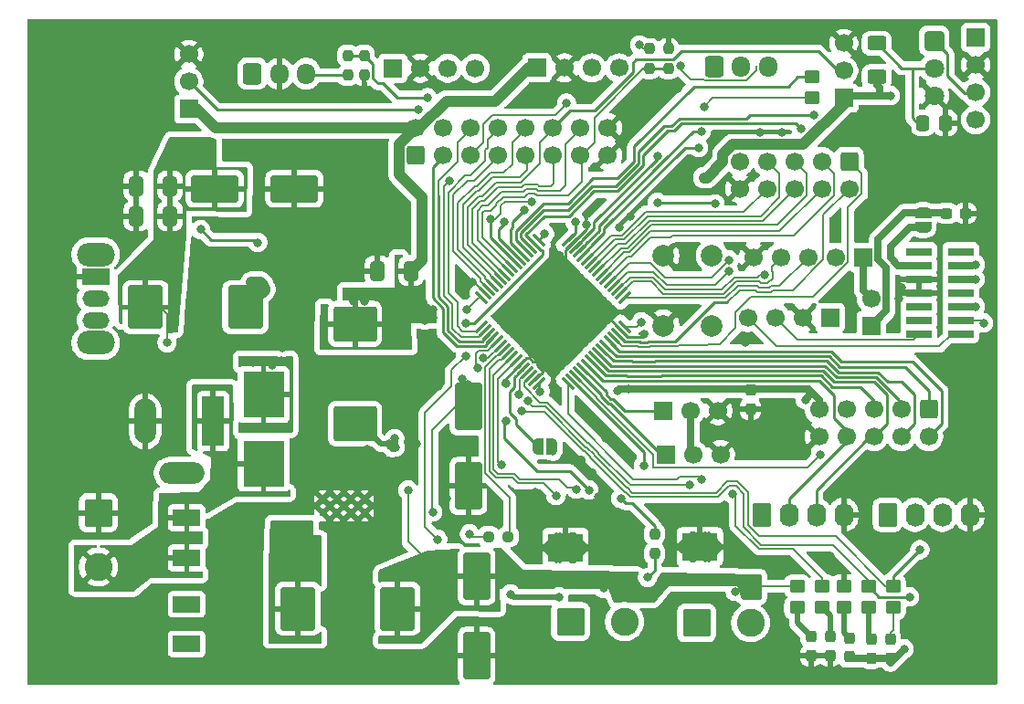
<source format=gbr>
%TF.GenerationSoftware,KiCad,Pcbnew,9.0.5*%
%TF.CreationDate,2025-11-11T22:40:45+01:00*%
%TF.ProjectId,mobile_robot,6d6f6269-6c65-45f7-926f-626f742e6b69,rev?*%
%TF.SameCoordinates,Original*%
%TF.FileFunction,Copper,L1,Top*%
%TF.FilePolarity,Positive*%
%FSLAX46Y46*%
G04 Gerber Fmt 4.6, Leading zero omitted, Abs format (unit mm)*
G04 Created by KiCad (PCBNEW 9.0.5) date 2025-11-11 22:40:45*
%MOMM*%
%LPD*%
G01*
G04 APERTURE LIST*
G04 Aperture macros list*
%AMRoundRect*
0 Rectangle with rounded corners*
0 $1 Rounding radius*
0 $2 $3 $4 $5 $6 $7 $8 $9 X,Y pos of 4 corners*
0 Add a 4 corners polygon primitive as box body*
4,1,4,$2,$3,$4,$5,$6,$7,$8,$9,$2,$3,0*
0 Add four circle primitives for the rounded corners*
1,1,$1+$1,$2,$3*
1,1,$1+$1,$4,$5*
1,1,$1+$1,$6,$7*
1,1,$1+$1,$8,$9*
0 Add four rect primitives between the rounded corners*
20,1,$1+$1,$2,$3,$4,$5,0*
20,1,$1+$1,$4,$5,$6,$7,0*
20,1,$1+$1,$6,$7,$8,$9,0*
20,1,$1+$1,$8,$9,$2,$3,0*%
%AMOutline4P*
0 Free polygon, 4 corners , with rotation*
0 The origin of the aperture is its center*
0 number of corners: always 4*
0 $1 to $8 corner X, Y*
0 $9 Rotation angle, in degrees counterclockwise*
0 create outline with 4 corners*
4,1,4,$1,$2,$3,$4,$5,$6,$7,$8,$1,$2,$9*%
%AMFreePoly0*
4,1,23,0.500000,-0.750000,0.000000,-0.750000,0.000000,-0.745722,-0.065263,-0.745722,-0.191342,-0.711940,-0.304381,-0.646677,-0.396677,-0.554381,-0.461940,-0.441342,-0.495722,-0.315263,-0.495722,-0.250000,-0.500000,-0.250000,-0.500000,0.250000,-0.495722,0.250000,-0.495722,0.315263,-0.461940,0.441342,-0.396677,0.554381,-0.304381,0.646677,-0.191342,0.711940,-0.065263,0.745722,0.000000,0.745722,
0.000000,0.750000,0.500000,0.750000,0.500000,-0.750000,0.500000,-0.750000,$1*%
%AMFreePoly1*
4,1,23,0.000000,0.745722,0.065263,0.745722,0.191342,0.711940,0.304381,0.646677,0.396677,0.554381,0.461940,0.441342,0.495722,0.315263,0.495722,0.250000,0.500000,0.250000,0.500000,-0.250000,0.495722,-0.250000,0.495722,-0.315263,0.461940,-0.441342,0.396677,-0.554381,0.304381,-0.646677,0.191342,-0.711940,0.065263,-0.745722,0.000000,-0.745722,0.000000,-0.750000,-0.500000,-0.750000,
-0.500000,0.750000,0.000000,0.750000,0.000000,0.745722,0.000000,0.745722,$1*%
G04 Aperture macros list end*
%TA.AperFunction,SMDPad,CuDef*%
%ADD10R,2.400000X0.740000*%
%TD*%
%TA.AperFunction,SMDPad,CuDef*%
%ADD11RoundRect,0.237500X-0.237500X0.287500X-0.237500X-0.287500X0.237500X-0.287500X0.237500X0.287500X0*%
%TD*%
%TA.AperFunction,ComponentPad*%
%ADD12C,5.500000*%
%TD*%
%TA.AperFunction,SMDPad,CuDef*%
%ADD13RoundRect,0.250000X0.450000X-0.350000X0.450000X0.350000X-0.450000X0.350000X-0.450000X-0.350000X0*%
%TD*%
%TA.AperFunction,SMDPad,CuDef*%
%ADD14FreePoly0,180.000000*%
%TD*%
%TA.AperFunction,SMDPad,CuDef*%
%ADD15FreePoly1,180.000000*%
%TD*%
%TA.AperFunction,ComponentPad*%
%ADD16Outline4P,-0.750000X-1.250000X0.750000X-1.250000X0.750000X1.250000X-0.750000X1.250000X270.000000*%
%TD*%
%TA.AperFunction,ComponentPad*%
%ADD17R,2.500000X1.500000*%
%TD*%
%TA.AperFunction,ComponentPad*%
%ADD18RoundRect,0.250000X-0.620000X-0.845000X0.620000X-0.845000X0.620000X0.845000X-0.620000X0.845000X0*%
%TD*%
%TA.AperFunction,ComponentPad*%
%ADD19O,1.740000X2.190000*%
%TD*%
%TA.AperFunction,ComponentPad*%
%ADD20RoundRect,0.250000X-1.050000X-1.050000X1.050000X-1.050000X1.050000X1.050000X-1.050000X1.050000X0*%
%TD*%
%TA.AperFunction,ComponentPad*%
%ADD21C,2.600000*%
%TD*%
%TA.AperFunction,SMDPad,CuDef*%
%ADD22RoundRect,0.237500X-0.237500X0.300000X-0.237500X-0.300000X0.237500X-0.300000X0.237500X0.300000X0*%
%TD*%
%TA.AperFunction,SMDPad,CuDef*%
%ADD23RoundRect,0.250000X0.412500X0.650000X-0.412500X0.650000X-0.412500X-0.650000X0.412500X-0.650000X0*%
%TD*%
%TA.AperFunction,ComponentPad*%
%ADD24R,1.700000X1.700000*%
%TD*%
%TA.AperFunction,ComponentPad*%
%ADD25C,1.700000*%
%TD*%
%TA.AperFunction,SMDPad,CuDef*%
%ADD26RoundRect,0.237500X-0.237500X0.250000X-0.237500X-0.250000X0.237500X-0.250000X0.237500X0.250000X0*%
%TD*%
%TA.AperFunction,ComponentPad*%
%ADD27RoundRect,0.250000X-0.600000X-0.725000X0.600000X-0.725000X0.600000X0.725000X-0.600000X0.725000X0*%
%TD*%
%TA.AperFunction,ComponentPad*%
%ADD28O,1.700000X1.950000*%
%TD*%
%TA.AperFunction,SMDPad,CuDef*%
%ADD29RoundRect,0.250000X1.750000X-1.375000X1.750000X1.375000X-1.750000X1.375000X-1.750000X-1.375000X0*%
%TD*%
%TA.AperFunction,SMDPad,CuDef*%
%ADD30R,3.810000X4.240000*%
%TD*%
%TA.AperFunction,SMDPad,CuDef*%
%ADD31RoundRect,0.237500X0.237500X-0.287500X0.237500X0.287500X-0.237500X0.287500X-0.237500X-0.287500X0*%
%TD*%
%TA.AperFunction,SMDPad,CuDef*%
%ADD32RoundRect,0.250000X-0.450000X0.350000X-0.450000X-0.350000X0.450000X-0.350000X0.450000X0.350000X0*%
%TD*%
%TA.AperFunction,ComponentPad*%
%ADD33R,2.000000X4.600000*%
%TD*%
%TA.AperFunction,ComponentPad*%
%ADD34O,2.000000X4.200000*%
%TD*%
%TA.AperFunction,ComponentPad*%
%ADD35O,4.200000X2.000000*%
%TD*%
%TA.AperFunction,SMDPad,CuDef*%
%ADD36RoundRect,0.237500X-0.300000X-0.237500X0.300000X-0.237500X0.300000X0.237500X-0.300000X0.237500X0*%
%TD*%
%TA.AperFunction,SMDPad,CuDef*%
%ADD37RoundRect,0.250000X-0.625000X0.400000X-0.625000X-0.400000X0.625000X-0.400000X0.625000X0.400000X0*%
%TD*%
%TA.AperFunction,SMDPad,CuDef*%
%ADD38RoundRect,0.250000X-0.337500X-0.475000X0.337500X-0.475000X0.337500X0.475000X-0.337500X0.475000X0*%
%TD*%
%TA.AperFunction,ComponentPad*%
%ADD39RoundRect,0.248400X-0.651600X0.651600X-0.651600X-0.651600X0.651600X-0.651600X0.651600X0.651600X0*%
%TD*%
%TA.AperFunction,ComponentPad*%
%ADD40C,1.800000*%
%TD*%
%TA.AperFunction,SMDPad,CuDef*%
%ADD41RoundRect,0.237500X0.237500X-0.250000X0.237500X0.250000X-0.237500X0.250000X-0.237500X-0.250000X0*%
%TD*%
%TA.AperFunction,ComponentPad*%
%ADD42RoundRect,0.250000X-0.600000X0.600000X-0.600000X-0.600000X0.600000X-0.600000X0.600000X0.600000X0*%
%TD*%
%TA.AperFunction,ComponentPad*%
%ADD43RoundRect,0.250000X0.600000X-0.600000X0.600000X0.600000X-0.600000X0.600000X-0.600000X-0.600000X0*%
%TD*%
%TA.AperFunction,SMDPad,CuDef*%
%ADD44RoundRect,0.250000X-1.000000X1.950000X-1.000000X-1.950000X1.000000X-1.950000X1.000000X1.950000X0*%
%TD*%
%TA.AperFunction,ComponentPad*%
%ADD45RoundRect,0.250000X-1.050000X1.050000X-1.050000X-1.050000X1.050000X-1.050000X1.050000X1.050000X0*%
%TD*%
%TA.AperFunction,SMDPad,CuDef*%
%ADD46RoundRect,0.250000X-1.375000X-1.750000X1.375000X-1.750000X1.375000X1.750000X-1.375000X1.750000X0*%
%TD*%
%TA.AperFunction,SMDPad,CuDef*%
%ADD47RoundRect,0.075000X-0.548008X0.441942X0.441942X-0.548008X0.548008X-0.441942X-0.441942X0.548008X0*%
%TD*%
%TA.AperFunction,SMDPad,CuDef*%
%ADD48RoundRect,0.075000X-0.548008X-0.441942X-0.441942X-0.548008X0.548008X0.441942X0.441942X0.548008X0*%
%TD*%
%TA.AperFunction,SMDPad,CuDef*%
%ADD49RoundRect,0.250000X-1.950000X-1.000000X1.950000X-1.000000X1.950000X1.000000X-1.950000X1.000000X0*%
%TD*%
%TA.AperFunction,ComponentPad*%
%ADD50C,2.000000*%
%TD*%
%TA.AperFunction,SMDPad,CuDef*%
%ADD51RoundRect,0.237500X-0.250000X-0.237500X0.250000X-0.237500X0.250000X0.237500X-0.250000X0.237500X0*%
%TD*%
%TA.AperFunction,ComponentPad*%
%ADD52O,3.500000X2.200000*%
%TD*%
%TA.AperFunction,ComponentPad*%
%ADD53O,2.500000X1.500000*%
%TD*%
%TA.AperFunction,SMDPad,CuDef*%
%ADD54FreePoly0,90.000000*%
%TD*%
%TA.AperFunction,SMDPad,CuDef*%
%ADD55FreePoly1,90.000000*%
%TD*%
%TA.AperFunction,SMDPad,CuDef*%
%ADD56RoundRect,0.250000X1.375000X1.750000X-1.375000X1.750000X-1.375000X-1.750000X1.375000X-1.750000X0*%
%TD*%
%TA.AperFunction,ComponentPad*%
%ADD57C,0.630000*%
%TD*%
%TA.AperFunction,SMDPad,CuDef*%
%ADD58R,3.300000X2.600000*%
%TD*%
%TA.AperFunction,ComponentPad*%
%ADD59C,0.600000*%
%TD*%
%TA.AperFunction,ViaPad*%
%ADD60C,0.800000*%
%TD*%
%TA.AperFunction,ViaPad*%
%ADD61C,0.900000*%
%TD*%
%TA.AperFunction,ViaPad*%
%ADD62C,0.600000*%
%TD*%
%TA.AperFunction,Conductor*%
%ADD63C,0.250000*%
%TD*%
%TA.AperFunction,Conductor*%
%ADD64C,0.200000*%
%TD*%
%TA.AperFunction,Conductor*%
%ADD65C,1.000000*%
%TD*%
%TA.AperFunction,Conductor*%
%ADD66C,0.700000*%
%TD*%
%TA.AperFunction,Conductor*%
%ADD67C,0.500000*%
%TD*%
G04 APERTURE END LIST*
D10*
%TO.P,J2,1,Pin_1*%
%TO.N,unconnected-(J2-Pin_1-Pad1)*%
X182708000Y-59690000D03*
%TO.P,J2,2,Pin_2*%
%TO.N,unconnected-(J2-Pin_2-Pad2)*%
X186608000Y-59690000D03*
%TO.P,J2,3,Pin_3*%
%TO.N,Net-(J2-Pin_3)*%
X182708000Y-60960000D03*
%TO.P,J2,4,Pin_4*%
%TO.N,/SWDIO*%
X186608000Y-60960000D03*
%TO.P,J2,5,Pin_5*%
%TO.N,GND*%
X182708000Y-62230000D03*
%TO.P,J2,6,Pin_6*%
%TO.N,/SWCLK*%
X186608000Y-62230000D03*
%TO.P,J2,7,Pin_7*%
%TO.N,GND*%
X182708000Y-63500000D03*
%TO.P,J2,8,Pin_8*%
%TO.N,/SWO*%
X186608000Y-63500000D03*
%TO.P,J2,9,Pin_9*%
%TO.N,/JRCLK*%
X182708000Y-64770000D03*
%TO.P,J2,10,Pin_10*%
%TO.N,/JTDI*%
X186608000Y-64770000D03*
%TO.P,J2,11,Pin_11*%
%TO.N,/GND_DET*%
X182708000Y-66040000D03*
%TO.P,J2,12,Pin_12*%
%TO.N,/NRST*%
X186608000Y-66040000D03*
%TO.P,J2,13,Pin_13*%
%TO.N,/UART_RX*%
X182708000Y-67310000D03*
%TO.P,J2,14,Pin_14*%
%TO.N,/UART_TX*%
X186608000Y-67310000D03*
%TD*%
D11*
%TO.P,D26,1,K*%
%TO.N,Net-(D26-K)*%
X178308000Y-95645000D03*
%TO.P,D26,2,A*%
%TO.N,+3.3V*%
X178308000Y-97395000D03*
%TD*%
D12*
%TO.P,H1,1,1*%
%TO.N,GND*%
X185000000Y-95000000D03*
%TD*%
D13*
%TO.P,R84,1*%
%TO.N,Net-(D2-K)*%
X180340000Y-92694000D03*
%TO.P,R84,2*%
%TO.N,/STATUS LED2*%
X180340000Y-90694000D03*
%TD*%
D14*
%TO.P,JP2,1,A*%
%TO.N,Net-(JP2-A)*%
X148732000Y-77724000D03*
D15*
%TO.P,JP2,2,B*%
%TO.N,Net-(JP2-B)*%
X147432000Y-77724000D03*
%TD*%
D16*
%TO.P,U7,1,1*%
%TO.N,VDD*%
X114877049Y-84366123D03*
%TO.P,U7,2,2*%
X114877049Y-88066123D03*
D17*
%TO.P,U7,3,3*%
%TO.N,V_BAT*%
X114877049Y-92366123D03*
%TO.P,U7,4,4*%
X114877049Y-96066123D03*
%TD*%
D12*
%TO.P,H4,1,1*%
%TO.N,GND*%
X185000000Y-52000000D03*
%TD*%
D18*
%TO.P,J13,1,Pin_1*%
%TO.N,+3.3V*%
X168148000Y-84074000D03*
D19*
%TO.P,J13,2,Pin_2*%
%TO.N,/INPUT2*%
X170688000Y-84074000D03*
%TO.P,J13,3,Pin_3*%
%TO.N,/INPUT4*%
X173228000Y-84074000D03*
%TO.P,J13,4,Pin_4*%
%TO.N,GND*%
X175768000Y-84074000D03*
%TD*%
D20*
%TO.P,M2,1,+*%
%TO.N,Net-(M2-+)*%
X150448000Y-93980000D03*
D21*
%TO.P,M2,2,-*%
%TO.N,Net-(M2--)*%
X155448000Y-93980000D03*
%TD*%
D22*
%TO.P,C47,1*%
%TO.N,+3.3V*%
X167132000Y-72543500D03*
%TO.P,C47,2*%
%TO.N,GND*%
X167132000Y-74268500D03*
%TD*%
D23*
%TO.P,C31,1*%
%TO.N,+5V*%
X113322500Y-56388000D03*
%TO.P,C31,2*%
%TO.N,GND*%
X110197500Y-56388000D03*
%TD*%
D24*
%TO.P,J1,1,Pin_1*%
%TO.N,+3.3V*%
X187987988Y-39817150D03*
D25*
%TO.P,J1,2,Pin_2*%
%TO.N,GND*%
X187987988Y-42357150D03*
%TO.P,J1,3,Pin_3*%
%TO.N,/IR_IN*%
X187987988Y-44897150D03*
%TO.P,J1,4,Pin_4*%
%TO.N,/KILL_PIN*%
X187987988Y-47437150D03*
%TD*%
D26*
%TO.P,R46,1*%
%TO.N,/Sensor7*%
X131318000Y-41505500D03*
%TO.P,R46,2*%
%TO.N,GND*%
X131318000Y-43330500D03*
%TD*%
D13*
%TO.P,R3,1*%
%TO.N,Net-(D1-K)*%
X172847000Y-45450000D03*
%TO.P,R3,2*%
%TO.N,/STATUS LED1*%
X172847000Y-43450000D03*
%TD*%
D24*
%TO.P,J5,1,Pin_1*%
%TO.N,+5V*%
X133985000Y-42672000D03*
D25*
%TO.P,J5,2,Pin_2*%
%TO.N,GND*%
X136525000Y-42672000D03*
%TO.P,J5,3,Pin_3*%
%TO.N,/i2c_SDA*%
X139065000Y-42672000D03*
%TO.P,J5,4,Pin_4*%
%TO.N,/i2c_SCL*%
X141605000Y-42672000D03*
%TD*%
D27*
%TO.P,J9,1,Pin_1*%
%TO.N,+5V*%
X120944000Y-43180000D03*
D28*
%TO.P,J9,2,Pin_2*%
%TO.N,GND*%
X123444000Y-43180000D03*
%TO.P,J9,3,Pin_3*%
%TO.N,Net-(J9-Pin_3)*%
X125944000Y-43180000D03*
%TD*%
D29*
%TO.P,L3,1,1*%
%TO.N,Net-(U10-SW)*%
X130470613Y-75621355D03*
%TO.P,L3,2,2*%
%TO.N,+3.3V*%
X130470613Y-66371355D03*
%TD*%
D27*
%TO.P,J12,1,Pin_1*%
%TO.N,+5V*%
X163743000Y-42528000D03*
D28*
%TO.P,J12,2,Pin_2*%
%TO.N,GND*%
X166243000Y-42528000D03*
%TO.P,J12,3,Pin_3*%
%TO.N,Net-(J12-Pin_3)*%
X168743000Y-42528000D03*
%TD*%
D30*
%TO.P,F1,1*%
%TO.N,VDD*%
X121992802Y-79322534D03*
%TO.P,F1,2*%
%TO.N,/Power section/V_IN_CHK*%
X121992802Y-72952534D03*
%TD*%
D31*
%TO.P,D20,1,K*%
%TO.N,GND*%
X174498000Y-97141000D03*
%TO.P,D20,2,A*%
%TO.N,Net-(D20-A)*%
X174498000Y-95391000D03*
%TD*%
D11*
%TO.P,D2,1,K*%
%TO.N,Net-(D2-K)*%
X180086000Y-95645000D03*
%TO.P,D2,2,A*%
%TO.N,+3.3V*%
X180086000Y-97395000D03*
%TD*%
D32*
%TO.P,R56,1*%
%TO.N,V_MOT*%
X171450000Y-90694000D03*
%TO.P,R56,2*%
%TO.N,Net-(D19-A)*%
X171450000Y-92694000D03*
%TD*%
D33*
%TO.P,J11,1*%
%TO.N,VDD*%
X117313143Y-75408302D03*
D34*
%TO.P,J11,2*%
%TO.N,GND*%
X111013143Y-75408302D03*
D35*
%TO.P,J11,3*%
%TO.N,unconnected-(J11-Pad3)*%
X114413143Y-80208302D03*
%TD*%
D36*
%TO.P,C48,1*%
%TO.N,+3.3V*%
X185319500Y-56134000D03*
%TO.P,C48,2*%
%TO.N,GND*%
X187044500Y-56134000D03*
%TD*%
D24*
%TO.P,J20,1,Pin_1*%
%TO.N,+3.3V*%
X147330000Y-42647000D03*
D25*
%TO.P,J20,2,Pin_2*%
%TO.N,GND*%
X149870000Y-42647000D03*
%TO.P,J20,3,Pin_3*%
%TO.N,/i2c_SCL*%
X152410000Y-42647000D03*
%TO.P,J20,4,Pin_4*%
%TO.N,/i2c_SDA*%
X154950000Y-42647000D03*
%TD*%
D23*
%TO.P,C32,1*%
%TO.N,+5V*%
X113322500Y-53594000D03*
%TO.P,C32,2*%
%TO.N,GND*%
X110197500Y-53594000D03*
%TD*%
D24*
%TO.P,J8,1,Pin_1*%
%TO.N,+3.3V*%
X174498000Y-65786000D03*
D25*
%TO.P,J8,2,Pin_2*%
%TO.N,GND*%
X171958000Y-65786000D03*
%TO.P,J8,3,Pin_3*%
%TO.N,/UART_RX*%
X169418000Y-65786000D03*
%TO.P,J8,4,Pin_4*%
%TO.N,/UART_TX*%
X166878000Y-65786000D03*
%TD*%
D37*
%TO.P,R78,1*%
%TO.N,Net-(U12-Vs)*%
X178816000Y-40360000D03*
%TO.P,R78,2*%
%TO.N,+3.3V*%
X178816000Y-43460000D03*
%TD*%
D38*
%TO.P,C42,1*%
%TO.N,Net-(U12-Vs)*%
X183112500Y-47752000D03*
%TO.P,C42,2*%
%TO.N,GND*%
X185187500Y-47752000D03*
%TD*%
D24*
%TO.P,J6,1,Pin_1*%
%TO.N,Net-(J4-Pin_2)*%
X177546000Y-60198000D03*
D25*
%TO.P,J6,2,Pin_2*%
%TO.N,/NRST*%
X175006000Y-60198000D03*
%TO.P,J6,3,Pin_3*%
%TO.N,/SWDIO*%
X172466000Y-60198000D03*
%TO.P,J6,4,Pin_4*%
%TO.N,/SWCLK*%
X169926000Y-60198000D03*
%TO.P,J6,5,Pin_5*%
%TO.N,GND*%
X167386000Y-60198000D03*
%TD*%
D23*
%TO.P,C39,1*%
%TO.N,+3.3V*%
X135674500Y-61468000D03*
%TO.P,C39,2*%
%TO.N,GND*%
X132549500Y-61468000D03*
%TD*%
D39*
%TO.P,U12,1,OUT*%
%TO.N,/IR_IN*%
X184150000Y-40132000D03*
D40*
%TO.P,U12,2,Vs*%
%TO.N,Net-(U12-Vs)*%
X184150000Y-42672000D03*
%TO.P,U12,3,GND*%
%TO.N,GND*%
X184150000Y-45212000D03*
%TD*%
D41*
%TO.P,R5,1*%
%TO.N,Net-(JP3-B)*%
X158242000Y-87677000D03*
%TO.P,R5,2*%
%TO.N,/M_2_SENSE*%
X158242000Y-85852000D03*
%TD*%
D24*
%TO.P,J4,1,Pin_1*%
%TO.N,+3.3V*%
X178308000Y-66553000D03*
D25*
%TO.P,J4,2,Pin_2*%
%TO.N,Net-(J4-Pin_2)*%
X178308000Y-64013000D03*
%TD*%
D12*
%TO.P,H3,1,1*%
%TO.N,GND*%
X105000000Y-52000000D03*
%TD*%
D41*
%TO.P,R45,1*%
%TO.N,Net-(J9-Pin_3)*%
X129794000Y-43330500D03*
%TO.P,R45,2*%
%TO.N,/Sensor7*%
X129794000Y-41505500D03*
%TD*%
D42*
%TO.P,J15,1,Pin_1*%
%TO.N,/INPUT7*%
X183642000Y-74295000D03*
D25*
%TO.P,J15,2,Pin_2*%
%TO.N,/INPUT8*%
X183642000Y-76835000D03*
%TO.P,J15,3,Pin_3*%
%TO.N,/INPUT5*%
X181102000Y-74295000D03*
%TO.P,J15,4,Pin_4*%
%TO.N,/INPUT6*%
X181102000Y-76835000D03*
%TO.P,J15,5,Pin_5*%
%TO.N,/INPUT3*%
X178562000Y-74295000D03*
%TO.P,J15,6,Pin_6*%
%TO.N,/INPUT4*%
X178562000Y-76835000D03*
%TO.P,J15,7,Pin_7*%
%TO.N,/INPUT1*%
X176022000Y-74295000D03*
%TO.P,J15,8,Pin_8*%
%TO.N,/INPUT2*%
X176022000Y-76835000D03*
%TO.P,J15,9,Pin_9*%
%TO.N,+3.3V*%
X173482000Y-74295000D03*
%TO.P,J15,10,Pin_10*%
%TO.N,GND*%
X173482000Y-76835000D03*
%TD*%
D31*
%TO.P,D19,1,K*%
%TO.N,GND*%
X172720000Y-97141000D03*
%TO.P,D19,2,A*%
%TO.N,Net-(D19-A)*%
X172720000Y-95391000D03*
%TD*%
D13*
%TO.P,R85,1*%
%TO.N,Net-(D26-K)*%
X178054000Y-92694000D03*
%TO.P,R85,2*%
%TO.N,/STATUS LED3*%
X178054000Y-90694000D03*
%TD*%
D43*
%TO.P,J19,1,Pin_1*%
%TO.N,+5V*%
X136110000Y-50730000D03*
D25*
%TO.P,J19,2,Pin_2*%
%TO.N,+3.3V*%
X136110000Y-48190000D03*
%TO.P,J19,3,Pin_3*%
%TO.N,/LED_SENSOR_PWM*%
X138650000Y-50730000D03*
%TO.P,J19,4,Pin_4*%
%TO.N,/DAC1*%
X138650000Y-48190000D03*
%TO.P,J19,5,Pin_5*%
%TO.N,/LED_SENSOR_PWM2*%
X141190000Y-50730000D03*
%TO.P,J19,6,Pin_6*%
%TO.N,/DAC2*%
X141190000Y-48190000D03*
%TO.P,J19,7,Pin_7*%
%TO.N,/Sensor2*%
X143730000Y-50730000D03*
%TO.P,J19,8,Pin_8*%
%TO.N,/Sensor1*%
X143730000Y-48190000D03*
%TO.P,J19,9,Pin_9*%
%TO.N,/Sensor4*%
X146270000Y-50730000D03*
%TO.P,J19,10,Pin_10*%
%TO.N,/Sensor3*%
X146270000Y-48190000D03*
%TO.P,J19,11,Pin_11*%
%TO.N,/Sensor6*%
X148810000Y-50730000D03*
%TO.P,J19,12,Pin_12*%
%TO.N,/Sensor5*%
X148810000Y-48190000D03*
%TO.P,J19,13,Pin_13*%
%TO.N,/Sensor8*%
X151350000Y-50730000D03*
%TO.P,J19,14,Pin_14*%
%TO.N,/Sensor7*%
X151350000Y-48190000D03*
%TO.P,J19,15,Pin_15*%
%TO.N,GND*%
X153890000Y-50730000D03*
%TO.P,J19,16,Pin_16*%
X153890000Y-48190000D03*
%TD*%
D20*
%TO.P,M1,1,+*%
%TO.N,Net-(M1-+)*%
X162132000Y-94109500D03*
D21*
%TO.P,M1,2,-*%
%TO.N,Net-(M1--)*%
X167132000Y-94109500D03*
%TD*%
D44*
%TO.P,C28,1*%
%TO.N,+3.3V*%
X140970000Y-74024000D03*
%TO.P,C28,2*%
%TO.N,GND*%
X140970000Y-81424000D03*
%TD*%
D45*
%TO.P,J10,1,Pin_1*%
%TO.N,GND*%
X106680000Y-83900000D03*
D21*
%TO.P,J10,2,Pin_2*%
%TO.N,VDD*%
X106680000Y-88900000D03*
%TD*%
D24*
%TO.P,J17,1,Pin_1*%
%TO.N,/Servo_1*%
X159258000Y-78486000D03*
D25*
%TO.P,J17,2,Pin_2*%
%TO.N,+5V*%
X161798000Y-78486000D03*
%TO.P,J17,3,Pin_3*%
%TO.N,GND*%
X164338000Y-78486000D03*
%TD*%
D46*
%TO.P,L1,1,1*%
%TO.N,Net-(D18-K)*%
X125175000Y-92800000D03*
%TO.P,L1,2,2*%
%TO.N,V_MOT*%
X134425000Y-92800000D03*
%TD*%
D44*
%TO.P,C24,1*%
%TO.N,V_MOT*%
X141732000Y-89772000D03*
%TO.P,C24,2*%
%TO.N,GND*%
X141732000Y-97172000D03*
%TD*%
D18*
%TO.P,J14,1,Pin_1*%
%TO.N,+3.3V*%
X179832000Y-84074000D03*
D19*
%TO.P,J14,2,Pin_2*%
%TO.N,/STATUS LED3*%
X182372000Y-84074000D03*
%TO.P,J14,3,Pin_3*%
%TO.N,/STATUS LED2*%
X184912000Y-84074000D03*
%TO.P,J14,4,Pin_4*%
%TO.N,GND*%
X187452000Y-84074000D03*
%TD*%
D26*
%TO.P,R76,1*%
%TO.N,Net-(J12-Pin_3)*%
X157734000Y-40870500D03*
%TO.P,R76,2*%
%TO.N,/Sensor8*%
X157734000Y-42695500D03*
%TD*%
D32*
%TO.P,R57,1*%
%TO.N,+5V*%
X173736000Y-90694000D03*
%TO.P,R57,2*%
%TO.N,Net-(D20-A)*%
X173736000Y-92694000D03*
%TD*%
D47*
%TO.P,U1,1,VBAT*%
%TO.N,+3.3V*%
X147482819Y-58613519D03*
%TO.P,U1,2,PC13*%
%TO.N,/KILL_PIN*%
X147129266Y-58967072D03*
%TO.P,U1,3,PC14*%
%TO.N,/IR_IN*%
X146775713Y-59320625D03*
%TO.P,U1,4,PC15*%
%TO.N,/STATUS LED1*%
X146422159Y-59674179D03*
%TO.P,U1,5,PF0*%
%TO.N,Net-(U1-PF0)*%
X146068606Y-60027732D03*
%TO.P,U1,6,PF1*%
%TO.N,Net-(U1-PF1)*%
X145715052Y-60381286D03*
%TO.P,U1,7,PG10*%
%TO.N,/NRST*%
X145361499Y-60734839D03*
%TO.P,U1,8,PC0*%
%TO.N,/Sensor8*%
X145007946Y-61088392D03*
%TO.P,U1,9,PC1*%
%TO.N,/Sensor7*%
X144654392Y-61441946D03*
%TO.P,U1,10,PC2*%
%TO.N,/Sensor6*%
X144300839Y-61795499D03*
%TO.P,U1,11,PC3*%
%TO.N,/Sensor5*%
X143947286Y-62149052D03*
%TO.P,U1,12,PA0*%
%TO.N,/Sensor4*%
X143593732Y-62502606D03*
%TO.P,U1,13,PA1*%
%TO.N,/Sensor3*%
X143240179Y-62856159D03*
%TO.P,U1,14,PA2*%
%TO.N,/Sensor2*%
X142886625Y-63209713D03*
%TO.P,U1,15,VSS*%
%TO.N,GND*%
X142533072Y-63563266D03*
%TO.P,U1,16,VDD*%
%TO.N,+3.3V*%
X142179519Y-63916819D03*
D48*
%TO.P,U1,17,PA3*%
%TO.N,/Sensor1*%
X142179519Y-66639181D03*
%TO.P,U1,18,PA4*%
%TO.N,/DAC1*%
X142533072Y-66992734D03*
%TO.P,U1,19,PA5*%
%TO.N,/DAC2*%
X142886625Y-67346287D03*
%TO.P,U1,20,PA6*%
%TO.N,/LED_SENSOR_PWM*%
X143240179Y-67699841D03*
%TO.P,U1,21,PA7*%
%TO.N,/STATUS LED3*%
X143593732Y-68053394D03*
%TO.P,U1,22,PC4*%
%TO.N,/STATUS LED2*%
X143947286Y-68406948D03*
%TO.P,U1,23,PC5*%
%TO.N,/M_1_SENSE*%
X144300839Y-68760501D03*
%TO.P,U1,24,PB0*%
%TO.N,/PWM_M1_B*%
X144654392Y-69114054D03*
%TO.P,U1,25,PB1*%
%TO.N,/PWM_M1_A*%
X145007946Y-69467608D03*
%TO.P,U1,26,PB2*%
%TO.N,/V_CHK*%
X145361499Y-69821161D03*
%TO.P,U1,27,VSSA*%
%TO.N,GND*%
X145715052Y-70174714D03*
%TO.P,U1,28,VREF+*%
%TO.N,Net-(JP2-B)*%
X146068606Y-70528268D03*
%TO.P,U1,29,VDDA*%
%TO.N,+3.3V*%
X146422159Y-70881821D03*
%TO.P,U1,30,PB10*%
%TO.N,/PWM_M2_B*%
X146775713Y-71235375D03*
%TO.P,U1,31,VSS*%
%TO.N,GND*%
X147129266Y-71588928D03*
%TO.P,U1,32,VDD*%
%TO.N,+3.3V*%
X147482819Y-71942481D03*
D47*
%TO.P,U1,33,PB11*%
%TO.N,/PWM_M2_A*%
X150205181Y-71942481D03*
%TO.P,U1,34,PB12*%
%TO.N,/M_2_SENSE*%
X150558734Y-71588928D03*
%TO.P,U1,35,PB13*%
%TO.N,/INPUT1*%
X150912287Y-71235375D03*
%TO.P,U1,36,PB14*%
%TO.N,/Servo_1*%
X151265841Y-70881821D03*
%TO.P,U1,37,PB15*%
%TO.N,/Servo_2*%
X151619394Y-70528268D03*
%TO.P,U1,38,PC6*%
%TO.N,/INPUT2*%
X151972948Y-70174714D03*
%TO.P,U1,39,PC7*%
%TO.N,/INPUT3*%
X152326501Y-69821161D03*
%TO.P,U1,40,PC8*%
%TO.N,/INPUT4*%
X152680054Y-69467608D03*
%TO.P,U1,41,PC9*%
%TO.N,/INPUT5*%
X153033608Y-69114054D03*
%TO.P,U1,42,PA8*%
%TO.N,/INPUT6*%
X153387161Y-68760501D03*
%TO.P,U1,43,PA9*%
%TO.N,/INPUT7*%
X153740714Y-68406948D03*
%TO.P,U1,44,PA10*%
%TO.N,/INPUT8*%
X154094268Y-68053394D03*
%TO.P,U1,45,PA11*%
%TO.N,/INPUT9*%
X154447821Y-67699841D03*
%TO.P,U1,46,PA12*%
%TO.N,/INPUT10*%
X154801375Y-67346287D03*
%TO.P,U1,47,VSS*%
%TO.N,GND*%
X155154928Y-66992734D03*
%TO.P,U1,48,VDD*%
%TO.N,+3.3V*%
X155508481Y-66639181D03*
D48*
%TO.P,U1,49,PA13*%
%TO.N,/SWDIO*%
X155508481Y-63916819D03*
%TO.P,U1,50,PA14*%
%TO.N,/SWCLK*%
X155154928Y-63563266D03*
%TO.P,U1,51,PA15*%
%TO.N,/JTDI*%
X154801375Y-63209713D03*
%TO.P,U1,52,PC10*%
%TO.N,/UART_TX*%
X154447821Y-62856159D03*
%TO.P,U1,53,PC11*%
%TO.N,/UART_RX*%
X154094268Y-62502606D03*
%TO.P,U1,54,PC12*%
%TO.N,/INPUT11*%
X153740714Y-62149052D03*
%TO.P,U1,55,PD2*%
%TO.N,/INPUT12*%
X153387161Y-61795499D03*
%TO.P,U1,56,PB3*%
%TO.N,/INPUT13*%
X153033608Y-61441946D03*
%TO.P,U1,57,PB4*%
%TO.N,/INPUT14*%
X152680054Y-61088392D03*
%TO.P,U1,58,PB5*%
%TO.N,/INPUT15*%
X152326501Y-60734839D03*
%TO.P,U1,59,PB6*%
%TO.N,/INPUT16*%
X151972948Y-60381286D03*
%TO.P,U1,60,PB7*%
%TO.N,/i2c_SDA*%
X151619394Y-60027732D03*
%TO.P,U1,61,PB8*%
%TO.N,/i2c_SCL*%
X151265841Y-59674179D03*
%TO.P,U1,62,PB9*%
%TO.N,/LED_SENSOR_PWM2*%
X150912287Y-59320625D03*
%TO.P,U1,63,VSS*%
%TO.N,GND*%
X150558734Y-58967072D03*
%TO.P,U1,64,VDD*%
%TO.N,+3.3V*%
X150205181Y-58613519D03*
%TD*%
D49*
%TO.P,C27,1*%
%TO.N,+5V*%
X117458000Y-53848000D03*
%TO.P,C27,2*%
%TO.N,GND*%
X124858000Y-53848000D03*
%TD*%
D12*
%TO.P,H2,1,1*%
%TO.N,GND*%
X105000000Y-95000000D03*
%TD*%
D50*
%TO.P,SW1,1,1*%
%TO.N,GND*%
X159040000Y-66548000D03*
X159040000Y-60048000D03*
%TO.P,SW1,2,2*%
%TO.N,/NRST*%
X163540000Y-66548000D03*
X163540000Y-60048000D03*
%TD*%
D11*
%TO.P,D21,1,K*%
%TO.N,Net-(D21-K)*%
X176276000Y-95504000D03*
%TO.P,D21,2,A*%
%TO.N,+3.3V*%
X176276000Y-97254000D03*
%TD*%
D51*
%TO.P,R19,1*%
%TO.N,Net-(JP4-B)*%
X142851500Y-86106000D03*
%TO.P,R19,2*%
%TO.N,/M_1_SENSE*%
X144676500Y-86106000D03*
%TD*%
D13*
%TO.P,R58,1*%
%TO.N,Net-(D21-K)*%
X175768000Y-92694000D03*
%TO.P,R58,2*%
%TO.N,GND*%
X175768000Y-90694000D03*
%TD*%
D52*
%TO.P,SW2,*%
%TO.N,*%
X106426000Y-59937574D03*
X106426000Y-68137574D03*
D17*
%TO.P,SW2,1,C*%
%TO.N,GND*%
X106426000Y-62037574D03*
D53*
%TO.P,SW2,2,B*%
%TO.N,Net-(SW2-B)*%
X106426000Y-64037574D03*
%TO.P,SW2,3,A*%
%TO.N,/Power section/V_IN_CHK*%
X106426000Y-66037574D03*
%TD*%
D42*
%TO.P,J16,1,Pin_1*%
%TO.N,/INPUT9*%
X176276000Y-51308000D03*
D25*
%TO.P,J16,2,Pin_2*%
%TO.N,/INPUT10*%
X176276000Y-53848000D03*
%TO.P,J16,3,Pin_3*%
%TO.N,/INPUT11*%
X173736000Y-51308000D03*
%TO.P,J16,4,Pin_4*%
%TO.N,/INPUT12*%
X173736000Y-53848000D03*
%TO.P,J16,5,Pin_5*%
%TO.N,/INPUT13*%
X171196000Y-51308000D03*
%TO.P,J16,6,Pin_6*%
%TO.N,/INPUT14*%
X171196000Y-53848000D03*
%TO.P,J16,7,Pin_7*%
%TO.N,/INPUT15*%
X168656000Y-51308000D03*
%TO.P,J16,8,Pin_8*%
%TO.N,/INPUT16*%
X168656000Y-53848000D03*
%TO.P,J16,9,Pin_9*%
%TO.N,+5V*%
X166116000Y-51308000D03*
%TO.P,J16,10,Pin_10*%
%TO.N,GND*%
X166116000Y-53848000D03*
%TD*%
D54*
%TO.P,JP1,1,A*%
%TO.N,Net-(J2-Pin_3)*%
X183134000Y-57404000D03*
D55*
%TO.P,JP1,2,B*%
%TO.N,+3.3V*%
X183134000Y-56104000D03*
%TD*%
D56*
%TO.P,L2,1,1*%
%TO.N,Net-(U9-SW)*%
X120299664Y-64837053D03*
%TO.P,L2,2,2*%
%TO.N,+5V*%
X111049664Y-64837053D03*
%TD*%
D24*
%TO.P,J18,1,Pin_1*%
%TO.N,/Servo_2*%
X159019000Y-74422000D03*
D25*
%TO.P,J18,2,Pin_2*%
%TO.N,+5V*%
X161559000Y-74422000D03*
%TO.P,J18,3,Pin_3*%
%TO.N,GND*%
X164099000Y-74422000D03*
%TD*%
D41*
%TO.P,R77,1*%
%TO.N,/Sensor8*%
X159512000Y-42695500D03*
%TO.P,R77,2*%
%TO.N,GND*%
X159512000Y-40870500D03*
%TD*%
D57*
%TO.P,U2,9,GND*%
%TO.N,GND*%
X163733000Y-86391000D03*
X162433000Y-86391000D03*
X161133000Y-86391000D03*
D58*
X162433000Y-87041000D03*
D57*
X163733000Y-87691000D03*
X162433000Y-87691000D03*
X161133000Y-87691000D03*
%TD*%
%TO.P,U4,9,GND*%
%TO.N,GND*%
X151269365Y-86467577D03*
X149969365Y-86467577D03*
X148669365Y-86467577D03*
D58*
X149969365Y-87117577D03*
D57*
X151269365Y-87767577D03*
X149969365Y-87767577D03*
X148669365Y-87767577D03*
%TD*%
D59*
%TO.P,U8,6,GND*%
%TO.N,GND*%
X131384323Y-82613662D03*
X130084323Y-82613662D03*
X128784323Y-82613662D03*
X127484323Y-82613662D03*
X131384323Y-83913662D03*
X130084323Y-83913662D03*
X128784323Y-83913662D03*
X127484323Y-83913662D03*
%TD*%
D24*
%TO.P,J3,1,Pin_1*%
%TO.N,+3.3V*%
X115062000Y-46467000D03*
D25*
%TO.P,J3,2,Pin_2*%
%TO.N,/Sensor6*%
X115062000Y-43927000D03*
%TO.P,J3,3,Pin_3*%
%TO.N,GND*%
X115062000Y-41387000D03*
%TD*%
D24*
%TO.P,J7,1,Pin_1*%
%TO.N,+3.3V*%
X175768000Y-45451000D03*
D25*
%TO.P,J7,2,Pin_2*%
%TO.N,/Sensor5*%
X175768000Y-42911000D03*
%TO.P,J7,3,Pin_3*%
%TO.N,GND*%
X175768000Y-40371000D03*
%TD*%
D60*
%TO.N,/NRST*%
X158496000Y-55118000D03*
X146800000Y-55033550D03*
X143002855Y-56679263D03*
X188722000Y-66294000D03*
X163830000Y-55250000D03*
%TO.N,GND*%
X155194000Y-49530000D03*
X161544000Y-98298000D03*
X103378000Y-44450000D03*
X138938000Y-82550000D03*
X124460000Y-61722000D03*
X151384000Y-98044000D03*
X177546000Y-79375000D03*
X175514000Y-63500000D03*
X171450000Y-76200000D03*
X169545000Y-89027000D03*
X141329690Y-62504134D03*
X110236000Y-96774000D03*
X186400000Y-75400000D03*
X133710540Y-55967162D03*
X143256000Y-82804000D03*
X128389251Y-58613876D03*
X145796000Y-98552000D03*
X105156000Y-56642000D03*
X124206000Y-63754000D03*
X174752000Y-88900000D03*
X102108000Y-84836000D03*
X136144000Y-77470000D03*
X166624000Y-68072000D03*
X174498000Y-87884000D03*
X109220000Y-46736000D03*
X170942000Y-39116000D03*
X157238581Y-67324980D03*
X139192000Y-98806000D03*
X136652000Y-72136000D03*
X188468000Y-69088000D03*
X105664000Y-40894000D03*
X125195183Y-78999818D03*
X126000000Y-78600000D03*
X126600000Y-97600000D03*
X162306000Y-39116000D03*
X122809000Y-60960000D03*
X188722000Y-57150000D03*
X188214000Y-73152000D03*
X181102000Y-62992000D03*
X106426000Y-75184000D03*
X103632000Y-47244000D03*
X130683000Y-44831000D03*
X159766000Y-53848000D03*
X149112221Y-64300452D03*
X172720000Y-39116000D03*
X109220000Y-44196000D03*
X102108000Y-88646000D03*
X136652000Y-73152000D03*
X102108000Y-82550000D03*
X182753000Y-79502000D03*
X166878000Y-39116000D03*
X153670000Y-76962000D03*
X150000000Y-65200000D03*
X105918000Y-44450000D03*
X124000000Y-66000000D03*
X188214000Y-89916000D03*
X131064000Y-55880000D03*
X160400000Y-44600000D03*
X158242000Y-44450000D03*
X186400000Y-73200000D03*
X167386000Y-77978000D03*
X131610500Y-77978000D03*
X168910000Y-74168000D03*
X161544000Y-52070000D03*
X166624000Y-78486000D03*
X101600000Y-75184000D03*
X149097591Y-66056020D03*
X147200000Y-82000000D03*
D61*
X152400000Y-80200000D03*
D60*
X188214000Y-88900000D03*
X155448000Y-98044000D03*
X154940000Y-57404000D03*
X164846000Y-98044000D03*
X148249067Y-65127032D03*
X128305671Y-55772141D03*
X133599099Y-58223834D03*
X187960000Y-75438000D03*
X123698000Y-68580000D03*
X119634000Y-39370000D03*
X106426000Y-78232000D03*
X157200000Y-47600000D03*
X180848000Y-64008000D03*
X125476000Y-62992000D03*
X110236000Y-92964000D03*
X111760000Y-43688000D03*
X141800000Y-40200000D03*
X138176000Y-72136000D03*
X102616000Y-56642000D03*
X125056201Y-78217128D03*
X185039000Y-79629000D03*
X123190000Y-65278000D03*
X184000000Y-88800000D03*
X185928000Y-88900000D03*
X130172301Y-60703388D03*
X128584272Y-52818965D03*
X160528000Y-53086000D03*
X187706000Y-80264000D03*
X144471001Y-71920645D03*
X105918000Y-46990000D03*
X109728000Y-82296000D03*
X131487268Y-78894224D03*
X187706000Y-78232000D03*
X127254000Y-45466000D03*
X177673000Y-80772000D03*
X109220000Y-40894000D03*
X169200000Y-92000000D03*
X170800000Y-95800000D03*
X139446000Y-84582000D03*
X178562000Y-51054000D03*
X133000000Y-97200000D03*
X151892000Y-57150000D03*
X121666000Y-97536000D03*
X140400000Y-63000000D03*
X183896000Y-80645000D03*
X168000000Y-48600000D03*
X153019654Y-82370436D03*
X183800000Y-89800000D03*
X168402000Y-98044000D03*
X131035966Y-58558156D03*
X188976000Y-51816000D03*
X111506000Y-40894000D03*
X123444000Y-45466000D03*
X111506000Y-46990000D03*
X128778000Y-50800000D03*
D61*
X151447000Y-79000000D03*
D60*
X155956000Y-56388000D03*
X170434000Y-77724000D03*
X155194000Y-78232000D03*
X106426000Y-72644000D03*
X178816000Y-53594000D03*
X109982000Y-50038000D03*
X103124000Y-40894000D03*
X180213000Y-79502000D03*
X170000000Y-48600000D03*
X109728000Y-83820000D03*
X185928000Y-89916000D03*
X129794000Y-45212000D03*
X181102000Y-80518000D03*
X132842000Y-78740000D03*
X101854000Y-78232000D03*
X175006000Y-56896000D03*
X170688000Y-88646000D03*
X139200000Y-85600000D03*
X187198000Y-70866000D03*
X154600000Y-40200000D03*
X125444392Y-64483413D03*
X101854000Y-72644000D03*
%TO.N,/Power section/V_IN_CHK*%
X122800000Y-70200000D03*
X122000000Y-69800000D03*
X121000000Y-70000000D03*
X123600000Y-69800000D03*
%TO.N,+3.3V*%
X140876000Y-71976000D03*
X181356000Y-96520000D03*
X130683000Y-63627000D03*
X154800000Y-72600000D03*
X148032595Y-58043030D03*
X131318000Y-64262000D03*
X136906000Y-66040000D03*
X180086000Y-45212000D03*
X162814000Y-52832000D03*
X150876000Y-56896000D03*
X172212000Y-73406000D03*
X137668000Y-65024000D03*
X140800000Y-65024000D03*
X152146000Y-81788000D03*
X137668000Y-65786000D03*
X137668000Y-83820000D03*
X136652000Y-57150000D03*
X130302000Y-64262000D03*
X136906000Y-65024000D03*
X140368000Y-71468000D03*
X141511000Y-72611000D03*
X147611059Y-72630830D03*
X163830000Y-52070000D03*
X144471001Y-75405000D03*
X155800000Y-72390000D03*
X145630030Y-72953649D03*
X157000000Y-66200000D03*
%TO.N,Net-(U1-PF0)*%
X146152762Y-55860343D03*
%TO.N,Net-(U1-PF1)*%
X144272000Y-56896000D03*
%TO.N,/SWDIO*%
X187972000Y-60872145D03*
%TO.N,/SWCLK*%
X187972000Y-62230000D03*
%TO.N,/JTDI*%
X168411778Y-61860644D03*
X187972000Y-64770000D03*
%TO.N,V_MOT*%
X137244921Y-88444921D03*
X165714067Y-91193504D03*
X138347637Y-88318739D03*
X137338185Y-89536664D03*
X135382000Y-81788000D03*
X153494642Y-90901339D03*
X154593303Y-90911607D03*
X137886800Y-88955133D03*
X166987365Y-91181577D03*
%TO.N,+5V*%
X116332000Y-50292000D03*
X115570000Y-51054000D03*
X113042459Y-68126000D03*
X165456000Y-82144000D03*
X114153750Y-50907750D03*
X115423750Y-49637750D03*
%TO.N,/i2c_SCL*%
X162560000Y-48514000D03*
%TO.N,Net-(D1-K)*%
X162814000Y-46228000D03*
%TO.N,/IR_IN*%
X172974000Y-46990000D03*
%TO.N,/UART_RX*%
X165100000Y-60452000D03*
%TO.N,/i2c_SDA*%
X162306000Y-50038000D03*
%TO.N,/UART_TX*%
X165106457Y-61506204D03*
%TO.N,Net-(SW2-B)*%
X116162297Y-57632542D03*
X121449207Y-58830208D03*
%TO.N,/PWM_M1_B*%
X149098000Y-82296000D03*
%TO.N,/STATUS LED2*%
X146528391Y-73550015D03*
X142347573Y-69568211D03*
X182828250Y-87324250D03*
%TO.N,/PWM_M2_B*%
X161453644Y-81297462D03*
%TO.N,/PWM_M1_A*%
X150962992Y-81701008D03*
%TO.N,/PWM_M2_A*%
X162560000Y-80772000D03*
%TO.N,/STATUS LED3*%
X145909033Y-74409000D03*
X181864000Y-91694000D03*
X141805696Y-70440991D03*
%TO.N,Net-(JP2-A)*%
X148788000Y-78191992D03*
%TO.N,Net-(D18-K)*%
X124200000Y-85800000D03*
D61*
X123818468Y-85075828D03*
X125914177Y-85042911D03*
X123000000Y-85800000D03*
D60*
X125400000Y-85800000D03*
D61*
X124867970Y-85200000D03*
D60*
%TO.N,/DAC1*%
X139192000Y-53086000D03*
%TO.N,/LED_SENSOR_PWM2*%
X158496000Y-50800000D03*
X150072019Y-45897822D03*
%TO.N,/V_CHK*%
X144044500Y-79475500D03*
%TO.N,/KILL_PIN*%
X138116241Y-86349158D03*
X140716000Y-66294000D03*
X171815458Y-48300196D03*
X140716000Y-69342000D03*
%TO.N,Net-(J12-Pin_3)*%
X156845000Y-40513000D03*
X160655000Y-42418000D03*
%TO.N,Net-(JP3-B)*%
X157599261Y-89894546D03*
%TO.N,Net-(JP4-B)*%
X149352000Y-91694000D03*
X141079365Y-85847577D03*
X144889365Y-91440000D03*
D62*
%TO.N,Net-(U9-SW)*%
X121920000Y-62738000D03*
X121255920Y-62959360D03*
X121833140Y-63526532D03*
X120845448Y-62521343D03*
D60*
%TO.N,Net-(U10-SW)*%
X133641000Y-77534562D03*
X134198854Y-77823854D03*
X134130059Y-77008928D03*
%TO.N,/M_2_SENSE*%
X155110361Y-82589059D03*
X157226000Y-79502000D03*
%TO.N,/INPUT1*%
X173609000Y-78486000D03*
%TO.N,/Sensor6*%
X136334393Y-46551393D03*
%TO.N,/Sensor7*%
X137160000Y-45400000D03*
%TD*%
D63*
%TO.N,/NRST*%
X145361499Y-60734839D02*
X143002855Y-58376195D01*
D64*
X143961339Y-56146000D02*
X143961339Y-55438661D01*
X188468000Y-66040000D02*
X188722000Y-66294000D01*
D63*
X143002855Y-58376195D02*
X143002855Y-56679263D01*
D64*
X143002855Y-56679263D02*
X143428076Y-56679263D01*
D63*
X158496000Y-55118000D02*
X163698000Y-55118000D01*
D64*
X143428076Y-56679263D02*
X143961339Y-56146000D01*
X143961339Y-55438661D02*
X144366450Y-55033550D01*
X144366450Y-55033550D02*
X146800000Y-55033550D01*
D63*
X163698000Y-55118000D02*
X163830000Y-55250000D01*
D64*
X186608000Y-66040000D02*
X188468000Y-66040000D01*
D63*
%TO.N,GND*%
X150558734Y-58967072D02*
X149961810Y-59563996D01*
X182708000Y-63500000D02*
X181610000Y-63500000D01*
X147129266Y-71588928D02*
X147828000Y-70890194D01*
X146948694Y-69851306D02*
X146675179Y-69577791D01*
X151892000Y-57633806D02*
X151892000Y-57150000D01*
X147648694Y-70351306D02*
X153081097Y-64918903D01*
D64*
X142533072Y-63563266D02*
X141662000Y-62692194D01*
D63*
X146675179Y-67524821D02*
X151181097Y-63018903D01*
X147828000Y-70730612D02*
X147648694Y-70551306D01*
X156973903Y-67589658D02*
X157238581Y-67324980D01*
D64*
X141662000Y-62692194D02*
X141517750Y-62692194D01*
X141517750Y-62692194D02*
X141329690Y-62504134D01*
D63*
X144202755Y-71920645D02*
X144471001Y-71920645D01*
X149961810Y-61799616D02*
X151181097Y-63018903D01*
X147648694Y-70551306D02*
X147348694Y-70251306D01*
X153081097Y-64918903D02*
X155154928Y-66992734D01*
X146675179Y-69577791D02*
X146311975Y-69577791D01*
X155154928Y-66992734D02*
X155751852Y-67589658D01*
X149961810Y-59563996D02*
X149961810Y-61799616D01*
X181610000Y-63500000D02*
X181102000Y-62992000D01*
X151181097Y-63018903D02*
X153081097Y-64918903D01*
X155751852Y-67589658D02*
X156973903Y-67589658D01*
X147348694Y-70251306D02*
X147348694Y-69851306D01*
X144148000Y-71975400D02*
X144202755Y-71920645D01*
X147348694Y-69851306D02*
X146948694Y-69851306D01*
X146311975Y-69577791D02*
X145715052Y-70174714D01*
X145715052Y-70174714D02*
X144148000Y-71741766D01*
X150558734Y-58967072D02*
X151892000Y-57633806D01*
X147648694Y-70551306D02*
X147648694Y-70351306D01*
X144148000Y-71741766D02*
X144148000Y-72027348D01*
X146675179Y-69577791D02*
X146675179Y-67524821D01*
X147828000Y-70890194D02*
X147828000Y-70730612D01*
%TO.N,+3.3V*%
X147482819Y-72502590D02*
X147611059Y-72630830D01*
D65*
X136652000Y-54610000D02*
X136652000Y-57150000D01*
D64*
X155508481Y-66639181D02*
X156560819Y-66639181D01*
D65*
X164565000Y-51335000D02*
X163068000Y-52832000D01*
D66*
X172466000Y-72390000D02*
X172593000Y-72517000D01*
D64*
X140970000Y-74024000D02*
X139773000Y-74024000D01*
D66*
X181356000Y-96520000D02*
X180086000Y-97790000D01*
X183134000Y-56104000D02*
X185289500Y-56104000D01*
X172466000Y-72390000D02*
X173482000Y-73406000D01*
X181386000Y-56104000D02*
X183134000Y-56104000D01*
D65*
X171985000Y-49757000D02*
X165473554Y-49757000D01*
D64*
X141907181Y-63916819D02*
X140800000Y-65024000D01*
D66*
X179070000Y-45212000D02*
X175768000Y-45212000D01*
D64*
X139773000Y-74024000D02*
X137600000Y-76197000D01*
D63*
X147482819Y-71942481D02*
X147482819Y-72502590D01*
D66*
X180086000Y-45212000D02*
X179070000Y-45212000D01*
X172593000Y-72517000D02*
X172593000Y-73025000D01*
X178308000Y-66553000D02*
X179709000Y-65152000D01*
D64*
X140970000Y-74024000D02*
X140970000Y-72070000D01*
D66*
X178947000Y-58543000D02*
X181386000Y-56104000D01*
X172466000Y-72390000D02*
X155800000Y-72390000D01*
D64*
X145777789Y-71526191D02*
X145777789Y-72805890D01*
X137600000Y-83752000D02*
X137668000Y-83820000D01*
D65*
X136098156Y-48190000D02*
X134559000Y-49729156D01*
X175768000Y-45974000D02*
X171985000Y-49757000D01*
X136110000Y-48190000D02*
X136456554Y-48190000D01*
D64*
X142179519Y-63916819D02*
X141907181Y-63916819D01*
D65*
X134559000Y-49729156D02*
X134559000Y-52517000D01*
D63*
X147320000Y-80010000D02*
X144305000Y-76995000D01*
X147482819Y-58613519D02*
X148032595Y-58063743D01*
D65*
X138926554Y-45720000D02*
X143460000Y-45720000D01*
D63*
X150368000Y-80010000D02*
X147320000Y-80010000D01*
D65*
X136652000Y-57150000D02*
X136652000Y-60490500D01*
D64*
X145777789Y-72805890D02*
X145630030Y-72953649D01*
D65*
X164565000Y-50665554D02*
X164565000Y-51335000D01*
D66*
X173482000Y-73406000D02*
X173482000Y-74295000D01*
X155800000Y-72390000D02*
X155010000Y-72390000D01*
X176417000Y-97395000D02*
X176276000Y-97254000D01*
X178947000Y-60373206D02*
X178947000Y-58543000D01*
D64*
X137600000Y-76197000D02*
X137600000Y-83752000D01*
D65*
X136110000Y-48190000D02*
X136098156Y-48190000D01*
D66*
X178816000Y-44196000D02*
X178816000Y-43460000D01*
X180086000Y-97395000D02*
X176417000Y-97395000D01*
D65*
X165473554Y-49757000D02*
X164565000Y-50665554D01*
X117532000Y-48190000D02*
X136110000Y-48190000D01*
D66*
X180086000Y-97790000D02*
X180086000Y-97395000D01*
D63*
X148032595Y-58063743D02*
X148032595Y-58043030D01*
D66*
X179070000Y-44450000D02*
X178816000Y-44196000D01*
X179070000Y-45212000D02*
X179070000Y-44450000D01*
D65*
X115809000Y-46467000D02*
X117532000Y-48190000D01*
D64*
X140970000Y-72070000D02*
X140876000Y-71976000D01*
X146422159Y-70881821D02*
X145777789Y-71526191D01*
D63*
X144305000Y-76995000D02*
X144305000Y-75571001D01*
D65*
X143460000Y-45720000D02*
X146580000Y-42600000D01*
D66*
X172593000Y-73025000D02*
X172212000Y-73406000D01*
X179709000Y-65152000D02*
X179709000Y-61135206D01*
D63*
X150205181Y-58613519D02*
X150876000Y-57942700D01*
D66*
X155010000Y-72390000D02*
X154800000Y-72600000D01*
D65*
X136456554Y-48190000D02*
X138926554Y-45720000D01*
D63*
X144305000Y-75571001D02*
X144471001Y-75405000D01*
D66*
X185289500Y-56104000D02*
X185319500Y-56134000D01*
D65*
X134559000Y-52517000D02*
X136652000Y-54610000D01*
D63*
X150876000Y-57942700D02*
X150876000Y-56896000D01*
D65*
X136652000Y-60490500D02*
X135674500Y-61468000D01*
X163068000Y-52832000D02*
X162814000Y-52832000D01*
D64*
X156560819Y-66639181D02*
X157000000Y-66200000D01*
D65*
X115062000Y-46467000D02*
X115809000Y-46467000D01*
D63*
X152146000Y-81788000D02*
X150368000Y-80010000D01*
D66*
X179709000Y-61135206D02*
X178947000Y-60373206D01*
D63*
%TO.N,Net-(U1-PF0)*%
X146139657Y-55860343D02*
X146152762Y-55860343D01*
X146068606Y-60027732D02*
X144931097Y-58890223D01*
X145035551Y-56964449D02*
X146139657Y-55860343D01*
X144931097Y-58890223D02*
X144931097Y-57559715D01*
X144931097Y-57559715D02*
X145035551Y-57455261D01*
X145035551Y-57455261D02*
X145035551Y-56964449D01*
%TO.N,Net-(U1-PF1)*%
X143809000Y-58475234D02*
X143809000Y-57561137D01*
X143809000Y-57561137D02*
X144272000Y-57098137D01*
X145715052Y-60381286D02*
X143809000Y-58475234D01*
X144272000Y-57098137D02*
X144272000Y-56896000D01*
D64*
%TO.N,/SWDIO*%
X186608000Y-60960000D02*
X187966585Y-60960000D01*
X167747121Y-62856000D02*
X167901765Y-63010644D01*
X167901765Y-63010644D02*
X168888125Y-63010644D01*
X169808000Y-62856000D02*
X172466000Y-60198000D01*
X164822694Y-63982000D02*
X165948694Y-62856000D01*
X165948694Y-62856000D02*
X167747121Y-62856000D01*
X155573662Y-63982000D02*
X164822694Y-63982000D01*
X168888125Y-63010644D02*
X169042769Y-62856000D01*
X187966585Y-60960000D02*
X187972000Y-60954585D01*
X169042769Y-62856000D02*
X169808000Y-62856000D01*
X187972000Y-60954585D02*
X187972000Y-60872145D01*
X155508481Y-63916819D02*
X155573662Y-63982000D01*
%TO.N,/SWCLK*%
X168722439Y-62610644D02*
X168067450Y-62610644D01*
X164657008Y-63582000D02*
X159035636Y-63582000D01*
X169161778Y-61549983D02*
X169161778Y-62171305D01*
X169076000Y-61048000D02*
X169076000Y-61464205D01*
X167912806Y-62456000D02*
X165783008Y-62456000D01*
X157909636Y-62456000D02*
X156262194Y-62456000D01*
X159035636Y-63582000D02*
X157909636Y-62456000D01*
X156262194Y-62456000D02*
X155154928Y-63563266D01*
X187972000Y-62230000D02*
X186608000Y-62230000D01*
X168067450Y-62610644D02*
X167912806Y-62456000D01*
X169161778Y-62171305D02*
X168722439Y-62610644D01*
X165783008Y-62456000D02*
X164657008Y-63582000D01*
X169926000Y-60198000D02*
X169076000Y-61048000D01*
X169076000Y-61464205D02*
X169161778Y-61549983D01*
%TO.N,/JTDI*%
X165617323Y-62056000D02*
X167778157Y-62056000D01*
X168347812Y-61796678D02*
X168411778Y-61860644D01*
X167778157Y-62056000D02*
X168037479Y-61796678D01*
X164491322Y-63182000D02*
X165617323Y-62056000D01*
X168037479Y-61796678D02*
X168347812Y-61796678D01*
X155955088Y-62056000D02*
X158075322Y-62056000D01*
X186608000Y-64770000D02*
X187972000Y-64770000D01*
X158075322Y-62056000D02*
X159201322Y-63182000D01*
X154801375Y-63209713D02*
X155955088Y-62056000D01*
X159201322Y-63182000D02*
X164491322Y-63182000D01*
%TO.N,V_MOT*%
X167474942Y-90694000D02*
X166987365Y-91181577D01*
X171450000Y-90694000D02*
X167474942Y-90694000D01*
X135382000Y-81788000D02*
X135382000Y-86582000D01*
X135382000Y-86582000D02*
X137244921Y-88444921D01*
%TO.N,+5V*%
X173736000Y-90694000D02*
X173736000Y-89916000D01*
X111698131Y-64102197D02*
X113042459Y-65446525D01*
D66*
X161559000Y-78247000D02*
X161798000Y-78486000D01*
D64*
X171088000Y-87268000D02*
X167937653Y-87268000D01*
X165745987Y-82433987D02*
X165456000Y-82144000D01*
X113042459Y-65446525D02*
X113042459Y-68126000D01*
X173736000Y-89916000D02*
X171088000Y-87268000D01*
D66*
X161559000Y-74422000D02*
X161559000Y-78247000D01*
D64*
X165745987Y-85076334D02*
X165745987Y-82433987D01*
X167937653Y-87268000D02*
X165745987Y-85076334D01*
D63*
%TO.N,/i2c_SCL*%
X158786000Y-51526000D02*
X153069000Y-57243000D01*
X151960211Y-58876571D02*
X151862764Y-58974018D01*
X162560000Y-48514000D02*
X161798000Y-48514000D01*
X151960211Y-58841215D02*
X151960211Y-58876571D01*
X153069000Y-57243000D02*
X153069000Y-57732426D01*
X159222000Y-51100720D02*
X158796720Y-51526000D01*
X161798000Y-48514000D02*
X159222000Y-51090000D01*
X153069000Y-57732426D02*
X151960211Y-58841215D01*
X151862764Y-58974018D02*
X151862764Y-59043314D01*
X158796720Y-51526000D02*
X158786000Y-51526000D01*
X151862764Y-59043314D02*
X151265841Y-59640237D01*
X159222000Y-51090000D02*
X159222000Y-51100720D01*
X151265841Y-59640237D02*
X151265841Y-59674179D01*
D64*
%TO.N,Net-(D1-K)*%
X163592000Y-45450000D02*
X162814000Y-46228000D01*
X172212000Y-45450000D02*
X163592000Y-45450000D01*
D63*
%TO.N,/IR_IN*%
X152414588Y-53625000D02*
X150239588Y-55800000D01*
X167064081Y-46990000D02*
X166723081Y-47331000D01*
X184150000Y-40132000D02*
X185376000Y-41358000D01*
X154652208Y-53625000D02*
X152414588Y-53625000D01*
X160519602Y-47331000D02*
X159832602Y-48018000D01*
X185376000Y-43390000D02*
X186954000Y-44968000D01*
X145831097Y-58376009D02*
X146775713Y-59320625D01*
X159832602Y-48018000D02*
X159120396Y-48018000D01*
X166723081Y-47331000D02*
X160519602Y-47331000D01*
X156760604Y-51516604D02*
X154652208Y-53625000D01*
X159120396Y-48018000D02*
X156760604Y-50377792D01*
X185376000Y-41358000D02*
X185376000Y-43390000D01*
X147963604Y-55800000D02*
X145831097Y-57932507D01*
X156760604Y-50377792D02*
X156760604Y-51516604D01*
X186954000Y-44968000D02*
X187985000Y-44968000D01*
X150239588Y-55800000D02*
X147963604Y-55800000D01*
X145831097Y-57932507D02*
X145831097Y-58376009D01*
X172974000Y-46990000D02*
X167064081Y-46990000D01*
D64*
%TO.N,/UART_RX*%
X182200000Y-67818000D02*
X171450000Y-67818000D01*
X163496000Y-62056000D02*
X165100000Y-60452000D01*
X155890874Y-60706000D02*
X157858108Y-60706000D01*
X171450000Y-67818000D02*
X169418000Y-65786000D01*
X157858108Y-60706000D02*
X159208108Y-62056000D01*
X154094268Y-62502606D02*
X155890874Y-60706000D01*
X159208108Y-62056000D02*
X163496000Y-62056000D01*
X182708000Y-67310000D02*
X182200000Y-67818000D01*
D63*
%TO.N,/i2c_SDA*%
X152411211Y-59028025D02*
X152411211Y-59063381D01*
X152313764Y-59230124D02*
X152216318Y-59327570D01*
X152313764Y-59160828D02*
X152313764Y-59230124D01*
X161036000Y-50038000D02*
X153520000Y-57554000D01*
X151619394Y-59993792D02*
X151619394Y-60027732D01*
X152216318Y-59396868D02*
X151619394Y-59993792D01*
X162306000Y-50038000D02*
X161036000Y-50038000D01*
X153520000Y-57554000D02*
X153520000Y-57919236D01*
X153520000Y-57919236D02*
X152411211Y-59028025D01*
X152411211Y-59063381D02*
X152313764Y-59160828D01*
X152216318Y-59327570D02*
X152216318Y-59396868D01*
D64*
%TO.N,/UART_TX*%
X163830661Y-62782000D02*
X165106457Y-61506204D01*
X159368422Y-62782000D02*
X163830661Y-62782000D01*
X185778000Y-67310000D02*
X186608000Y-67310000D01*
X154447821Y-62856159D02*
X155753980Y-61550000D01*
X184635000Y-68453000D02*
X185778000Y-67310000D01*
X166878000Y-65786000D02*
X169545000Y-68453000D01*
X155753980Y-61550000D02*
X158136422Y-61550000D01*
X169545000Y-68453000D02*
X184635000Y-68453000D01*
X158136422Y-61550000D02*
X159368422Y-62782000D01*
D67*
%TO.N,Net-(D20-A)*%
X174498000Y-93456000D02*
X173736000Y-92694000D01*
X174498000Y-95391000D02*
X174498000Y-93456000D01*
D63*
%TO.N,Net-(JP2-B)*%
X145393135Y-75685135D02*
X147432000Y-77724000D01*
X145246000Y-71350874D02*
X145246001Y-72241661D01*
X146068606Y-70528268D02*
X145246000Y-71350874D01*
X144800000Y-72687662D02*
X144800000Y-74637983D01*
X144800000Y-74637983D02*
X145393135Y-75231118D01*
X145246001Y-72241661D02*
X144800000Y-72687662D01*
X145393135Y-75231118D02*
X145393135Y-75685135D01*
%TO.N,Net-(SW2-B)*%
X121218999Y-58600000D02*
X117129755Y-58600000D01*
X121449207Y-58830208D02*
X121218999Y-58600000D01*
X117129755Y-58600000D02*
X116162297Y-57632542D01*
D64*
%TO.N,/PWM_M1_B*%
X142921000Y-70564606D02*
X142920999Y-80031345D01*
X144043397Y-69725049D02*
X143760557Y-69725049D01*
X145560628Y-81160000D02*
X147962000Y-81160000D01*
X143760557Y-69725049D02*
X142921000Y-70564606D01*
X143541654Y-80652000D02*
X145052628Y-80652000D01*
X142920999Y-80031345D02*
X143541654Y-80652000D01*
X144654392Y-69114054D02*
X144043397Y-69725049D01*
X147962000Y-81160000D02*
X149098000Y-82296000D01*
X145052628Y-80652000D02*
X145560628Y-81160000D01*
D63*
%TO.N,/Servo_1*%
X153307000Y-73109990D02*
X153307000Y-72922980D01*
X153966010Y-73769000D02*
X153307000Y-73109990D01*
X159258000Y-78486000D02*
X158870020Y-78486000D01*
X154153020Y-73769000D02*
X153966010Y-73769000D01*
X158870020Y-78486000D02*
X154153020Y-73769000D01*
X153307000Y-72922980D02*
X151265841Y-70881821D01*
%TO.N,/Servo_2*%
X153757000Y-72665874D02*
X151619394Y-70528268D01*
X159019000Y-74422000D02*
X155513126Y-74422000D01*
X154410126Y-73319000D02*
X154152406Y-73319000D01*
X153757000Y-72923594D02*
X153757000Y-72665874D01*
X155513126Y-74422000D02*
X154410126Y-73319000D01*
X154152406Y-73319000D02*
X153757000Y-72923594D01*
%TO.N,/INPUT6*%
X154454660Y-69828000D02*
X153387161Y-68760501D01*
X181139116Y-71780000D02*
X179871908Y-71780000D01*
X174227584Y-69828000D02*
X158306448Y-69828000D01*
X179871908Y-71780000D02*
X178957908Y-70866000D01*
X156192672Y-69849972D02*
X156170701Y-69828000D01*
X182278000Y-72918884D02*
X181139116Y-71780000D01*
X158284476Y-69849972D02*
X156192672Y-69849972D01*
X156170701Y-69828000D02*
X154454660Y-69828000D01*
X178957908Y-70866000D02*
X175265584Y-70866000D01*
X181102000Y-76835000D02*
X182278000Y-75659000D01*
X182278000Y-75659000D02*
X182278000Y-72918884D01*
X175265584Y-70866000D02*
X174227584Y-69828000D01*
X158306448Y-69828000D02*
X158284476Y-69849972D01*
D64*
%TO.N,/STATUS LED2*%
X180340000Y-90694000D02*
X179640000Y-90694000D01*
X166895987Y-85073147D02*
X166895987Y-81957640D01*
X148100629Y-74048000D02*
X146916349Y-74048000D01*
X146916349Y-74048000D02*
X146528391Y-73660042D01*
X155624629Y-81572000D02*
X152647000Y-78594371D01*
X166895987Y-81957640D02*
X165932346Y-80994000D01*
X167890840Y-86068000D02*
X166895987Y-85073147D01*
X164979653Y-80994000D02*
X163931653Y-82042000D01*
X146528391Y-73660042D02*
X146528391Y-73550015D01*
X163931653Y-82042000D02*
X156189648Y-82042000D01*
X175014000Y-86068000D02*
X167890840Y-86068000D01*
X142786023Y-69568211D02*
X142347573Y-69568211D01*
X143947286Y-68406948D02*
X142786023Y-69568211D01*
X151852629Y-77800000D02*
X148100629Y-74048000D01*
X179640000Y-90694000D02*
X175014000Y-86068000D01*
X151944056Y-77800000D02*
X151852629Y-77800000D01*
X165932346Y-80994000D02*
X164979653Y-80994000D01*
X152647000Y-78502943D02*
X151944056Y-77800000D01*
D63*
X182828250Y-87324250D02*
X180340000Y-89812500D01*
D64*
X152647000Y-78594371D02*
X152647000Y-78502943D01*
X155719648Y-81572000D02*
X155624629Y-81572000D01*
X156189648Y-82042000D02*
X155719648Y-81572000D01*
D63*
X180340000Y-89812500D02*
X180340000Y-90694000D01*
D64*
%TO.N,/PWM_M2_B*%
X152018315Y-77400000D02*
X152109742Y-77400000D01*
X153047000Y-78428685D02*
X155790315Y-81172000D01*
X147636865Y-73648000D02*
X148266315Y-73648000D01*
X152109742Y-77400000D02*
X153047000Y-78337258D01*
X146178789Y-71832299D02*
X146178789Y-72189924D01*
X148266315Y-73648000D02*
X152018315Y-77400000D01*
X156010796Y-81297462D02*
X161453644Y-81297462D01*
X146178789Y-72189924D02*
X147636865Y-73648000D01*
X153047000Y-78337258D02*
X153047000Y-78428685D01*
X146775713Y-71235375D02*
X146178789Y-71832299D01*
X155885334Y-81172000D02*
X156010796Y-81297462D01*
X155790315Y-81172000D02*
X155885334Y-81172000D01*
%TO.N,/PWM_M1_A*%
X145007946Y-69467608D02*
X143321000Y-71154554D01*
X145739339Y-80760000D02*
X149340000Y-80760000D01*
X143321000Y-79865661D02*
X143707339Y-80252000D01*
X150140775Y-81560775D02*
X150822759Y-81560775D01*
X143707339Y-80252000D02*
X145231339Y-80252000D01*
X149340000Y-80760000D02*
X150140775Y-81560775D01*
X150822759Y-81560775D02*
X150962992Y-81701008D01*
X145231339Y-80252000D02*
X145739339Y-80760000D01*
X143321000Y-71154554D02*
X143321000Y-79865661D01*
%TO.N,/PWM_M2_A*%
X160300360Y-80772000D02*
X156264000Y-80772000D01*
X150205181Y-74713181D02*
X150205181Y-71942481D01*
X162335462Y-80547462D02*
X160524898Y-80547462D01*
X162560000Y-80772000D02*
X162335462Y-80547462D01*
X160524898Y-80547462D02*
X160300360Y-80772000D01*
X156264000Y-80772000D02*
X150205181Y-74713181D01*
%TO.N,/STATUS LED3*%
X174752000Y-86868000D02*
X168125154Y-86868000D01*
X142782468Y-68864658D02*
X141931867Y-68864658D01*
X156023962Y-82442000D02*
X155553963Y-81972000D01*
X166495987Y-82123326D02*
X165766661Y-81394000D01*
X155458943Y-81972000D02*
X152247000Y-78760057D01*
X141931867Y-68864658D02*
X141643691Y-69152834D01*
X141643691Y-70278986D02*
X141805696Y-70440991D01*
X152247000Y-78760057D02*
X152247000Y-78668629D01*
X141643691Y-69152834D02*
X141643691Y-70278986D01*
X151686943Y-78200000D02*
X148055078Y-74568135D01*
X166495987Y-85238832D02*
X166495987Y-82123326D01*
D63*
X178054002Y-90694000D02*
X178054000Y-90694000D01*
D64*
X143593732Y-68053394D02*
X142782468Y-68864658D01*
X178054002Y-90170002D02*
X174752000Y-86868000D01*
X148055078Y-74568135D02*
X146068168Y-74568135D01*
X164097339Y-82442000D02*
X156023962Y-82442000D01*
X178054002Y-90694000D02*
X178054002Y-90170002D01*
X151778371Y-78200000D02*
X151686943Y-78200000D01*
D63*
X179054000Y-91694000D02*
X178054000Y-90694000D01*
D64*
X152247000Y-78668629D02*
X151778371Y-78200000D01*
X155553963Y-81972000D02*
X155458943Y-81972000D01*
X165766661Y-81394000D02*
X165145339Y-81394000D01*
D63*
X181864000Y-91694000D02*
X179054000Y-91694000D01*
D64*
X146068168Y-74568135D02*
X145909033Y-74409000D01*
X165145339Y-81394000D02*
X164097339Y-82442000D01*
X168125154Y-86868000D02*
X166495987Y-85238832D01*
D66*
%TO.N,Net-(J2-Pin_3)*%
X180808000Y-60960000D02*
X180086000Y-60238000D01*
X180086000Y-60238000D02*
X180086000Y-59182000D01*
X182708000Y-60960000D02*
X180808000Y-60960000D01*
X180086000Y-59182000D02*
X181864000Y-57404000D01*
X181864000Y-57404000D02*
X183134000Y-57404000D01*
D63*
%TO.N,Net-(JP2-A)*%
X148788000Y-77780000D02*
X148788000Y-78191992D01*
X148732000Y-77724000D02*
X148788000Y-77780000D01*
D64*
%TO.N,/DAC2*%
X138176000Y-53086000D02*
X138176000Y-54446665D01*
X141350000Y-48190000D02*
X139954000Y-49586000D01*
D63*
X138176000Y-63847040D02*
X138176000Y-54446665D01*
X139091000Y-64762040D02*
X138176000Y-63847040D01*
X140113561Y-67989658D02*
X139091000Y-66967097D01*
D64*
X139954000Y-49586000D02*
X139954000Y-51308000D01*
D63*
X142886625Y-67346287D02*
X142243254Y-67989658D01*
D64*
X139954000Y-51308000D02*
X138176000Y-53086000D01*
D63*
X142243254Y-67989658D02*
X140113561Y-67989658D01*
X139091000Y-66967097D02*
X139091000Y-64762040D01*
D64*
%TO.N,/DAC1*%
X140289602Y-67564658D02*
X141961148Y-67564658D01*
X141961148Y-67564658D02*
X142533072Y-66992734D01*
X139516000Y-64578116D02*
X139516000Y-66791057D01*
X138684000Y-63746116D02*
X139516000Y-64578116D01*
X138684000Y-60001279D02*
X138684000Y-63746116D01*
X138683000Y-60000278D02*
X138684000Y-60001279D01*
X139192000Y-53086000D02*
X138683000Y-53595000D01*
X139516000Y-66791057D02*
X140289602Y-67564658D01*
X138683000Y-53595000D02*
X138683000Y-60000278D01*
%TO.N,/LED_SENSOR_PWM2*%
X149023984Y-47040000D02*
X150072019Y-45991965D01*
D63*
X152618000Y-57545616D02*
X152618000Y-56932000D01*
D64*
X142341000Y-49579000D02*
X142341000Y-47905000D01*
X142341000Y-47905000D02*
X143206000Y-47040000D01*
X141190000Y-50730000D02*
X142341000Y-49579000D01*
D63*
X150912287Y-59320625D02*
X150912287Y-59286685D01*
D64*
X150072019Y-45991965D02*
X150072019Y-45897822D01*
D63*
X152618000Y-56932000D02*
X158496000Y-51054000D01*
D64*
X143206000Y-47040000D02*
X149023984Y-47040000D01*
D63*
X151509211Y-58654405D02*
X152618000Y-57545616D01*
X150912287Y-59286685D02*
X151509211Y-58689761D01*
X158496000Y-51054000D02*
X158496000Y-50800000D01*
X151509211Y-58689761D02*
X151509211Y-58654405D01*
D67*
%TO.N,Net-(D19-A)*%
X171450000Y-92694000D02*
X171450000Y-94121000D01*
X171450000Y-94121000D02*
X172720000Y-95391000D01*
D64*
%TO.N,/V_CHK*%
X143721001Y-71461659D02*
X143721000Y-79152000D01*
X143721000Y-79152000D02*
X144044500Y-79475500D01*
X145361499Y-69821161D02*
X143721001Y-71461659D01*
D67*
%TO.N,Net-(D21-K)*%
X175768000Y-94996000D02*
X176276000Y-95504000D01*
X175768000Y-92694000D02*
X175768000Y-94996000D01*
D63*
%TO.N,/KILL_PIN*%
X147129266Y-58967072D02*
X147726190Y-59563996D01*
X154837604Y-54076000D02*
X157211604Y-51702000D01*
X148000000Y-56400000D02*
X150275984Y-56400000D01*
X160706412Y-47782000D02*
X171297262Y-47782000D01*
X141478000Y-66294000D02*
X140716000Y-66294000D01*
D64*
X140716000Y-69342000D02*
X139419000Y-70639000D01*
D63*
X171297262Y-47782000D02*
X171815458Y-48300196D01*
X157211604Y-50701396D02*
X159444000Y-48469000D01*
X152599984Y-54076000D02*
X154837604Y-54076000D01*
D64*
X136967000Y-85199917D02*
X138116241Y-86349158D01*
D63*
X146281097Y-58118903D02*
X148000000Y-56400000D01*
X157211604Y-51702000D02*
X157211604Y-50701396D01*
X150275984Y-56400000D02*
X152599984Y-54076000D01*
D64*
X139419000Y-72163000D02*
X136967000Y-74615000D01*
D63*
X147828000Y-59563996D02*
X147828000Y-59944000D01*
X147828000Y-59944000D02*
X141478000Y-66294000D01*
D64*
X136967000Y-74615000D02*
X136967000Y-85199917D01*
D63*
X147129266Y-58967072D02*
X146281097Y-58118903D01*
X159444000Y-48469000D02*
X160019412Y-48469000D01*
D64*
X139419000Y-70639000D02*
X139419000Y-72163000D01*
D63*
X147726190Y-59563996D02*
X147828000Y-59563996D01*
X160019412Y-48469000D02*
X160706412Y-47782000D01*
%TO.N,Net-(J9-Pin_3)*%
X126094500Y-43330500D02*
X129794000Y-43330500D01*
X125944000Y-43180000D02*
X126094500Y-43330500D01*
D64*
%TO.N,Net-(J12-Pin_3)*%
X167640000Y-42418000D02*
X167640000Y-42883760D01*
X157209444Y-40866948D02*
X157198948Y-40866948D01*
X167640000Y-42883760D02*
X166719760Y-43804000D01*
X162907840Y-43804000D02*
X162797840Y-43694000D01*
X162797840Y-43694000D02*
X161550000Y-43694000D01*
X161550000Y-43694000D02*
X160655000Y-42799000D01*
X157198948Y-40866948D02*
X156845000Y-40513000D01*
X160655000Y-42799000D02*
X160655000Y-42418000D01*
X166719760Y-43804000D02*
X162907840Y-43804000D01*
D63*
%TO.N,Net-(JP3-B)*%
X158242000Y-89251807D02*
X157599261Y-89894546D01*
X158242000Y-87677000D02*
X158242000Y-89251807D01*
D64*
%TO.N,Net-(JP4-B)*%
X142851500Y-86106000D02*
X141337788Y-86106000D01*
X141337788Y-86106000D02*
X141079365Y-85847577D01*
D67*
X145143365Y-91694000D02*
X144889365Y-91440000D01*
X149352000Y-91694000D02*
X145143365Y-91694000D01*
D65*
%TO.N,Net-(U9-SW)*%
X120845448Y-62521343D02*
X121710846Y-62521343D01*
X120301803Y-64102197D02*
X121031000Y-63373000D01*
X121539000Y-62865000D02*
X121195343Y-62521343D01*
X121144293Y-63259707D02*
X121566315Y-63259707D01*
X121710846Y-62521343D02*
X121920000Y-62730497D01*
X121566315Y-63259707D02*
X121833140Y-63526532D01*
X121195343Y-62521343D02*
X120845448Y-62521343D01*
X121031000Y-63373000D02*
X121539000Y-62865000D01*
X121031000Y-63373000D02*
X121144293Y-63259707D01*
X121539000Y-62865000D02*
X121754000Y-63080000D01*
X121920000Y-62906563D02*
X121920000Y-62738000D01*
X119898131Y-64102197D02*
X120301803Y-64102197D01*
X121833140Y-63526532D02*
X122099965Y-63259707D01*
X121754000Y-63080000D02*
X122093437Y-63080000D01*
X121920000Y-62730497D02*
X121920000Y-62738000D01*
D67*
%TO.N,Net-(U10-SW)*%
X130470613Y-75096355D02*
X132908820Y-77534562D01*
X134130059Y-77897609D02*
X134130059Y-77008928D01*
X132908820Y-77534562D02*
X133641000Y-77534562D01*
X134198854Y-77077723D02*
X134198854Y-77823854D01*
X133858000Y-77978000D02*
X134049668Y-77978000D01*
X133641000Y-77705328D02*
X133641000Y-77534562D01*
X134130059Y-77008928D02*
X134198854Y-77077723D01*
X133759526Y-77823854D02*
X133641000Y-77705328D01*
X134198854Y-77823854D02*
X133759526Y-77823854D01*
X134049668Y-77978000D02*
X134130059Y-77897609D01*
D63*
%TO.N,/M_2_SENSE*%
X158242000Y-85082500D02*
X156179214Y-83019714D01*
X156179214Y-83019714D02*
X155541016Y-83019714D01*
X150558734Y-71588928D02*
X157226000Y-78256194D01*
X157226000Y-78256194D02*
X157226000Y-79502000D01*
X158242000Y-85852000D02*
X158242000Y-85082500D01*
X155541016Y-83019714D02*
X155110361Y-82589059D01*
D64*
%TO.N,/M_1_SENSE*%
X143594872Y-69325049D02*
X143805587Y-69325049D01*
X142520999Y-80197031D02*
X142521000Y-70398920D01*
X142521000Y-70398920D02*
X143594872Y-69325049D01*
X144780000Y-82456032D02*
X142520999Y-80197031D01*
X143805587Y-69325049D02*
X144411318Y-68719318D01*
X144780000Y-86209500D02*
X144780000Y-82456032D01*
D63*
%TO.N,/INPUT2*%
X151972948Y-70174714D02*
X153426234Y-71628000D01*
X174846000Y-75151000D02*
X176022000Y-76327000D01*
X155447075Y-71649982D02*
X159030050Y-71649982D01*
X159052032Y-71628000D02*
X173482000Y-71628000D01*
X159030050Y-71649982D02*
X159052032Y-71628000D01*
X176022000Y-77216000D02*
X170688000Y-82550000D01*
X153426234Y-71628000D02*
X155425093Y-71628000D01*
X174846000Y-72992000D02*
X174846000Y-75151000D01*
X176022000Y-76327000D02*
X176022000Y-77216000D01*
X155425093Y-71628000D02*
X155447075Y-71649982D01*
X173482000Y-71628000D02*
X174846000Y-72992000D01*
X170688000Y-82550000D02*
X170688000Y-84074000D01*
D64*
%TO.N,/INPUT1*%
X152882000Y-73205088D02*
X152882000Y-73286031D01*
X150912287Y-71235375D02*
X152882000Y-73205088D01*
X158082000Y-78486031D02*
X158082000Y-79662000D01*
X172433000Y-79662000D02*
X173609000Y-78486000D01*
X152882000Y-73286031D02*
X158082000Y-78486031D01*
X158082000Y-79662000D02*
X172433000Y-79662000D01*
D63*
%TO.N,Net-(U12-Vs)*%
X184150000Y-42672000D02*
X182118000Y-42672000D01*
X181128000Y-42672000D02*
X178816000Y-40360000D01*
X182118000Y-47265500D02*
X182118000Y-42672000D01*
X183112500Y-48260000D02*
X182118000Y-47265500D01*
X182118000Y-42672000D02*
X181128000Y-42672000D01*
D66*
%TO.N,Net-(J4-Pin_2)*%
X177546000Y-63251000D02*
X178308000Y-64013000D01*
X177546000Y-60198000D02*
X177546000Y-63251000D01*
D64*
%TO.N,/Sensor1*%
X142766000Y-50030884D02*
X142554000Y-50242884D01*
X139109000Y-59825238D02*
X139109000Y-63568662D01*
X139941000Y-64400662D02*
X139941000Y-66615016D01*
X140694798Y-52635000D02*
X139108000Y-54221798D01*
X143890000Y-48190000D02*
X142766000Y-49314000D01*
X142766000Y-49314000D02*
X142766000Y-50030884D01*
X139109000Y-63568662D02*
X139941000Y-64400662D01*
X141136116Y-52635000D02*
X140694798Y-52635000D01*
X139941000Y-66615016D02*
X140394984Y-67069000D01*
X141749700Y-67069000D02*
X142179519Y-66639181D01*
X139108000Y-54221798D02*
X139108000Y-59824238D01*
X142554000Y-51217116D02*
X141136116Y-52635000D01*
X140394984Y-67069000D02*
X141749700Y-67069000D01*
X142554000Y-50242884D02*
X142554000Y-51217116D01*
X139108000Y-59824238D02*
X139109000Y-59825238D01*
%TO.N,/Sensor2*%
X139559000Y-59637428D02*
X139559000Y-54408608D01*
X141534000Y-53086000D02*
X143890000Y-50730000D01*
X140881608Y-53086000D02*
X141534000Y-53086000D01*
X142095809Y-62174237D02*
X139559000Y-59637428D01*
X139559000Y-54408608D02*
X140881608Y-53086000D01*
X142886625Y-63209713D02*
X142095809Y-62418897D01*
X142095809Y-62418897D02*
X142095809Y-62174237D01*
%TO.N,/Sensor3*%
X142546809Y-62162789D02*
X142546809Y-61988805D01*
X140009000Y-59450996D02*
X140009000Y-55158833D01*
X144216450Y-52383550D02*
X145034000Y-51566000D01*
X142546809Y-61988805D02*
X140009000Y-59450996D01*
X140009000Y-55158833D02*
X141550833Y-53617000D01*
X145034000Y-49586000D02*
X146430000Y-48190000D01*
X143240179Y-62856159D02*
X142546809Y-62162789D01*
X143016450Y-52383550D02*
X144216450Y-52383550D01*
X145034000Y-51566000D02*
X145034000Y-49586000D01*
X141783000Y-53617000D02*
X143016450Y-52383550D01*
X141550833Y-53617000D02*
X141783000Y-53617000D01*
%TO.N,/Sensor4*%
X142996809Y-61801031D02*
X140920778Y-59725000D01*
X140920778Y-59725000D02*
X140919400Y-59725000D01*
X145701598Y-52808550D02*
X146430000Y-52080148D01*
X146430000Y-52080148D02*
X146430000Y-50730000D01*
X141737229Y-54067000D02*
X141933000Y-54067000D01*
X141933000Y-54067000D02*
X143191450Y-52808550D01*
X143191450Y-52808550D02*
X145701598Y-52808550D01*
X140919400Y-59725000D02*
X140459000Y-59264600D01*
X143593732Y-62502606D02*
X142996809Y-61905683D01*
X140459000Y-59264600D02*
X140459000Y-55345229D01*
X142996809Y-61905683D02*
X142996809Y-61801031D01*
X140459000Y-55345229D02*
X141737229Y-54067000D01*
%TO.N,/Sensor5*%
X143947286Y-62115112D02*
X140909000Y-59076826D01*
X147574000Y-49586000D02*
X148970000Y-48190000D01*
X140909000Y-59076826D02*
X140909000Y-55531625D01*
D63*
X156210000Y-43053000D02*
X156210000Y-42166896D01*
D64*
X143947286Y-62149052D02*
X143947286Y-62115112D01*
X143540005Y-53258550D02*
X145817283Y-53258550D01*
D63*
X159924552Y-41878448D02*
X160686000Y-41117000D01*
X150400000Y-46600000D02*
X152663000Y-46600000D01*
X160686000Y-41117000D02*
X173451000Y-41117000D01*
X148810000Y-48190000D02*
X150400000Y-46600000D01*
D64*
X141923625Y-54517000D02*
X142281555Y-54517000D01*
X142281555Y-54517000D02*
X143540005Y-53258550D01*
D63*
X156210000Y-42166896D02*
X156498448Y-41878448D01*
X156498448Y-41878448D02*
X159924552Y-41878448D01*
D64*
X140909000Y-55531625D02*
X141923625Y-54517000D01*
X147574000Y-51501833D02*
X147574000Y-49586000D01*
X145817283Y-53258550D02*
X147574000Y-51501833D01*
D63*
X152663000Y-46600000D02*
X156210000Y-43053000D01*
X173451000Y-41117000D02*
X175768000Y-43434000D01*
D64*
%TO.N,/Sensor6*%
X147442033Y-53483550D02*
X147552556Y-53594074D01*
X141358999Y-58853659D02*
X141359000Y-55718021D01*
X142110021Y-54967000D02*
X142433000Y-54967000D01*
X148844000Y-53337208D02*
X148844000Y-50856000D01*
X144300839Y-61795499D02*
X141358999Y-58853659D01*
X146157969Y-53483550D02*
X147442033Y-53483550D01*
X148587134Y-53594074D02*
X148844000Y-53337208D01*
X142433000Y-54967000D02*
X143691450Y-53708550D01*
X143691450Y-53708550D02*
X145932969Y-53708550D01*
D63*
X115062000Y-43927000D02*
X117686393Y-46551393D01*
D64*
X141359000Y-55718021D02*
X142110021Y-54967000D01*
X147552556Y-53594074D02*
X148587134Y-53594074D01*
X145932969Y-53708550D02*
X146157969Y-53483550D01*
D63*
X117686393Y-46551393D02*
X136334393Y-46551393D01*
D64*
%TO.N,/Sensor7*%
X149982552Y-53568892D02*
X149982552Y-49717448D01*
X144041450Y-54158550D02*
X146048653Y-54158550D01*
D63*
X132119000Y-43600000D02*
X132588000Y-44069000D01*
D64*
X144654392Y-61441946D02*
X141808999Y-58596553D01*
X141809000Y-55904417D02*
X142296417Y-55417000D01*
X147436871Y-54044074D02*
X149507370Y-54044074D01*
X142783000Y-55417000D02*
X144041450Y-54158550D01*
D63*
X131318000Y-41505500D02*
X132119000Y-42306500D01*
D64*
X147276347Y-53883550D02*
X147436871Y-54044074D01*
D63*
X132588000Y-44069000D02*
X133065000Y-44069000D01*
D64*
X149507370Y-54044074D02*
X149982552Y-53568892D01*
D63*
X132119000Y-42306500D02*
X132119000Y-43600000D01*
X134396000Y-45400000D02*
X137160000Y-45400000D01*
X133065000Y-44069000D02*
X134396000Y-45400000D01*
D64*
X149982552Y-49717448D02*
X151510000Y-48190000D01*
X146323654Y-53883550D02*
X147276347Y-53883550D01*
D63*
X129794000Y-41505500D02*
X131294500Y-41505500D01*
D64*
X142296417Y-55417000D02*
X142783000Y-55417000D01*
X146048653Y-54158550D02*
X146323654Y-53883550D01*
X141808999Y-58596553D02*
X141809000Y-55904417D01*
D63*
%TO.N,/Sensor8*%
X159512000Y-42695500D02*
X159465557Y-42741943D01*
D64*
X142258999Y-58339445D02*
X145007946Y-61088392D01*
X147110661Y-54283550D02*
X146489339Y-54283550D01*
D63*
X159465557Y-42741943D02*
X157259439Y-42741943D01*
D64*
X151510000Y-53202081D02*
X150218007Y-54494074D01*
D63*
X157259439Y-42741943D02*
X157209444Y-42691948D01*
D64*
X157209444Y-42691948D02*
X152654000Y-47247392D01*
X151510000Y-50730000D02*
X151510000Y-53202081D01*
X150218007Y-54494074D02*
X147321185Y-54494074D01*
X147321185Y-54494074D02*
X147110661Y-54283550D01*
X152654000Y-49586000D02*
X151510000Y-50730000D01*
X143561339Y-55272976D02*
X143561339Y-55438661D01*
X142411813Y-55938000D02*
X142259000Y-56090813D01*
X152654000Y-47247392D02*
X152654000Y-49586000D01*
X143062000Y-55938000D02*
X142411813Y-55938000D01*
X142259000Y-56090813D02*
X142258999Y-58339445D01*
X144225765Y-54608550D02*
X143561339Y-55272976D01*
X146164339Y-54608550D02*
X144225765Y-54608550D01*
X143561339Y-55438661D02*
X143062000Y-55938000D01*
X146489339Y-54283550D02*
X146164339Y-54608550D01*
D63*
%TO.N,/STATUS LED1*%
X156310604Y-51330208D02*
X154777604Y-52863208D01*
X147927208Y-55200000D02*
X145381097Y-57746111D01*
X145381097Y-57746111D02*
X145381097Y-58633117D01*
X172212000Y-43450000D02*
X171512000Y-43450000D01*
X156310604Y-49937396D02*
X156310604Y-51330208D01*
X171512000Y-43450000D02*
X170595000Y-44367000D01*
X152538570Y-52863208D02*
X150201778Y-55200000D01*
X170595000Y-44367000D02*
X161881000Y-44367000D01*
X161881000Y-44367000D02*
X156310604Y-49937396D01*
X154777604Y-52863208D02*
X152538570Y-52863208D01*
X145381097Y-58633117D02*
X146422159Y-59674179D01*
X150201778Y-55200000D02*
X147927208Y-55200000D01*
%TO.N,/LED_SENSOR_PWM*%
X143240179Y-67699841D02*
X142500362Y-68439658D01*
X137668000Y-51872000D02*
X138810000Y-50730000D01*
X138641000Y-67153493D02*
X138641000Y-64948436D01*
X142500362Y-68439658D02*
X139927165Y-68439658D01*
X138641000Y-64948436D02*
X137668000Y-63975436D01*
X137668000Y-63975436D02*
X137668000Y-51872000D01*
X139927165Y-68439658D02*
X138641000Y-67153493D01*
D64*
%TO.N,/INPUT12*%
X157867402Y-57800000D02*
X155913403Y-59754000D01*
X169784000Y-57800000D02*
X157867402Y-57800000D01*
X155913403Y-59754000D02*
X155428660Y-59754000D01*
X155428660Y-59754000D02*
X153387161Y-61795499D01*
X173736000Y-53848000D02*
X169784000Y-57800000D01*
D63*
%TO.N,/INPUT8*%
X157934658Y-68927000D02*
X157911674Y-68949982D01*
X175523790Y-69850000D02*
X174600790Y-68927000D01*
X182107514Y-69850000D02*
X175523790Y-69850000D01*
X154094268Y-68087336D02*
X154094268Y-68053394D01*
X157911674Y-68949982D02*
X156565484Y-68949980D01*
X184818000Y-75659000D02*
X184818000Y-72560486D01*
X174600790Y-68927000D02*
X157934658Y-68927000D01*
X184818000Y-72560486D02*
X182107514Y-69850000D01*
X183642000Y-76835000D02*
X184818000Y-75659000D01*
X154933932Y-68927000D02*
X154094268Y-68087336D01*
X156542505Y-68927000D02*
X154933932Y-68927000D01*
X156565484Y-68949980D02*
X156542505Y-68927000D01*
D64*
%TO.N,/INPUT9*%
X167136240Y-63900000D02*
X172931760Y-63900000D01*
X177427000Y-52459000D02*
X176276000Y-51308000D01*
X160348134Y-68465658D02*
X160495582Y-68318211D01*
X172931760Y-63900000D02*
X176157000Y-60674760D01*
X165727000Y-66766578D02*
X165727000Y-65309240D01*
X163202686Y-68249000D02*
X164244578Y-68249000D01*
X156741525Y-68524980D02*
X157735637Y-68524980D01*
X163133475Y-68318211D02*
X163202686Y-68249000D01*
X164244578Y-68249000D02*
X165727000Y-66766578D01*
X157735637Y-68524980D02*
X157794960Y-68465658D01*
X176157000Y-60674760D02*
X176157000Y-55594760D01*
X157794960Y-68465658D02*
X160348134Y-68465658D01*
X156682203Y-68465658D02*
X156741525Y-68524980D01*
X160495582Y-68318211D02*
X163133475Y-68318211D01*
X176157000Y-55594760D02*
X177427000Y-54324760D01*
X155213638Y-68465658D02*
X156682203Y-68465658D01*
X154447821Y-67699841D02*
X155213638Y-68465658D01*
X177427000Y-54324760D02*
X177427000Y-52459000D01*
X165727000Y-65309240D02*
X167136240Y-63900000D01*
%TO.N,/INPUT16*%
X168656000Y-53848000D02*
X166504000Y-56000000D01*
X154200234Y-58154000D02*
X151972948Y-60381286D01*
X157404658Y-56000000D02*
X155250661Y-58154000D01*
X155250661Y-58154000D02*
X154200234Y-58154000D01*
X166504000Y-56000000D02*
X157404658Y-56000000D01*
%TO.N,/INPUT10*%
X166114380Y-63256000D02*
X167581435Y-63256000D01*
X167581435Y-63256000D02*
X167736079Y-63410644D01*
D63*
X155495746Y-68040658D02*
X156858243Y-68040658D01*
D64*
X171035760Y-63256000D02*
X173855000Y-60436760D01*
X167736079Y-63410644D02*
X169053811Y-63410644D01*
D63*
X156858243Y-68040658D02*
X156917565Y-68099980D01*
D64*
X169208454Y-63256000D02*
X171035760Y-63256000D01*
X169053811Y-63410644D02*
X169208454Y-63256000D01*
D63*
X157559597Y-68099980D02*
X157618919Y-68040658D01*
X154801375Y-67346287D02*
X155495746Y-68040658D01*
X156917565Y-68099980D02*
X157559597Y-68099980D01*
D64*
X164963380Y-64407000D02*
X166114380Y-63256000D01*
D63*
X157618919Y-68040658D02*
X160172094Y-68040658D01*
X163805752Y-64407000D02*
X164963380Y-64407000D01*
D64*
X173855000Y-60436760D02*
X173855000Y-56269000D01*
X173855000Y-56269000D02*
X176276000Y-53848000D01*
D63*
X160172094Y-68040658D02*
X163805752Y-64407000D01*
%TO.N,/INPUT4*%
X178598116Y-71779000D02*
X179738000Y-72918884D01*
X173228000Y-81788000D02*
X173228000Y-84074000D01*
X155797897Y-70728000D02*
X155819879Y-70749982D01*
X178181000Y-76835000D02*
X173228000Y-81788000D01*
X179738000Y-72918884D02*
X179738000Y-75659000D01*
X158679240Y-70728000D02*
X173854792Y-70728000D01*
X153940446Y-70728000D02*
X155797897Y-70728000D01*
X158657258Y-70749982D02*
X158679240Y-70728000D01*
X179738000Y-75659000D02*
X178562000Y-76835000D01*
X173854792Y-70728000D02*
X174905792Y-71779000D01*
X178562000Y-76835000D02*
X178181000Y-76835000D01*
X155819879Y-70749982D02*
X158657258Y-70749982D01*
X174905792Y-71779000D02*
X178598116Y-71779000D01*
X152680054Y-69467608D02*
X153940446Y-70728000D01*
%TO.N,/INPUT7*%
X156379085Y-69399982D02*
X158098070Y-69399982D01*
X181444000Y-70358000D02*
X183642000Y-72556000D01*
X158120052Y-69378000D02*
X174413980Y-69378000D01*
X174413980Y-69378000D02*
X175393980Y-70358000D01*
X154711766Y-69378000D02*
X156357103Y-69378000D01*
X153740714Y-68406948D02*
X154711766Y-69378000D01*
X156357103Y-69378000D02*
X156379085Y-69399982D01*
X183642000Y-72556000D02*
X183642000Y-74295000D01*
X175393980Y-70358000D02*
X181444000Y-70358000D01*
X158098070Y-69399982D02*
X158120052Y-69378000D01*
%TO.N,/INPUT3*%
X177302852Y-72230000D02*
X174720396Y-72230000D01*
X174720396Y-72230000D02*
X173668396Y-71178000D01*
X173668396Y-71178000D02*
X158865636Y-71178000D01*
X158865636Y-71178000D02*
X158843676Y-71199960D01*
X178562000Y-74295000D02*
X178562000Y-73489148D01*
X155611495Y-71178000D02*
X153683340Y-71178000D01*
X153683340Y-71178000D02*
X152326501Y-69821161D01*
X158843676Y-71199960D02*
X155633454Y-71199960D01*
X178562000Y-73489148D02*
X177302852Y-72230000D01*
X155633454Y-71199960D02*
X155611495Y-71178000D01*
D64*
%TO.N,/INPUT11*%
X173736000Y-51308000D02*
X174887000Y-52459000D01*
X159744577Y-58347000D02*
X157886088Y-58347000D01*
X156079088Y-60154000D02*
X155735766Y-60154000D01*
X174887000Y-54475000D02*
X171162000Y-58200000D01*
X174887000Y-52459000D02*
X174887000Y-54475000D01*
X171162000Y-58200000D02*
X159891577Y-58200000D01*
X155735766Y-60154000D02*
X153740714Y-62149052D01*
X157886088Y-58347000D02*
X156079088Y-60154000D01*
X159891577Y-58200000D02*
X159744577Y-58347000D01*
%TO.N,/INPUT14*%
X154814446Y-58954000D02*
X152680054Y-61088392D01*
X171196000Y-53848000D02*
X168244000Y-56800000D01*
X155582032Y-58954000D02*
X154814446Y-58954000D01*
X157736030Y-56800000D02*
X155582032Y-58954000D01*
X168244000Y-56800000D02*
X157736030Y-56800000D01*
D63*
%TO.N,/INPUT5*%
X155984299Y-70278000D02*
X154197554Y-70278000D01*
X180861512Y-74054512D02*
X180861512Y-73406000D01*
X156006266Y-70299968D02*
X155984299Y-70278000D01*
X158492844Y-70278000D02*
X158470876Y-70299968D01*
X180861512Y-73406000D02*
X178784512Y-71329000D01*
X174041188Y-70278000D02*
X158492844Y-70278000D01*
X158470876Y-70299968D02*
X156006266Y-70299968D01*
X154197554Y-70278000D02*
X153033608Y-69114054D01*
X181102000Y-74295000D02*
X180861512Y-74054512D01*
X175092188Y-71329000D02*
X174041188Y-70278000D01*
X178784512Y-71329000D02*
X175092188Y-71329000D01*
D64*
%TO.N,/INPUT15*%
X169807000Y-52459000D02*
X168656000Y-51308000D01*
X154507340Y-58554000D02*
X155416346Y-58554000D01*
X152326501Y-60734839D02*
X154507340Y-58554000D01*
X155416346Y-58554000D02*
X157570344Y-56400000D01*
X169807000Y-54669900D02*
X169807000Y-52459000D01*
X157570344Y-56400000D02*
X168076900Y-56400000D01*
X168076900Y-56400000D02*
X169807000Y-54669900D01*
%TO.N,/INPUT13*%
X155121554Y-59354000D02*
X155747717Y-59354000D01*
X153033608Y-61441946D02*
X155121554Y-59354000D01*
X169622000Y-57200000D02*
X172347000Y-54475000D01*
X172347000Y-52459000D02*
X171196000Y-51308000D01*
X155747717Y-59354000D02*
X157901716Y-57200000D01*
X157901716Y-57200000D02*
X169622000Y-57200000D01*
X172347000Y-54475000D02*
X172347000Y-52459000D01*
%TO.N,Net-(D2-K)*%
X180340000Y-92694000D02*
X180340000Y-94778500D01*
X180340000Y-94778500D02*
X180086000Y-95032500D01*
D67*
%TO.N,Net-(D26-K)*%
X178054000Y-95391000D02*
X178308000Y-95645000D01*
X178054000Y-92694000D02*
X178054000Y-95391000D01*
%TD*%
%TA.AperFunction,Conductor*%
%TO.N,V_MOT*%
G36*
X144032641Y-87141404D02*
G01*
X144055320Y-87159320D01*
X146049998Y-89153999D01*
X146049999Y-89153999D01*
X146050000Y-89154000D01*
X156657709Y-89372715D01*
X156724324Y-89393777D01*
X156768980Y-89447513D01*
X156777496Y-89516861D01*
X156769710Y-89544139D01*
X156733366Y-89631883D01*
X156733364Y-89631887D01*
X156698761Y-89805850D01*
X156698761Y-89983241D01*
X156733364Y-90157204D01*
X156733367Y-90157213D01*
X156801244Y-90321086D01*
X156801251Y-90321099D01*
X156899796Y-90468580D01*
X156899799Y-90468584D01*
X157025222Y-90594007D01*
X157025226Y-90594010D01*
X157172707Y-90692555D01*
X157172720Y-90692562D01*
X157288542Y-90740536D01*
X157336595Y-90760440D01*
X157336597Y-90760440D01*
X157336602Y-90760442D01*
X157510565Y-90795045D01*
X157510568Y-90795046D01*
X157510570Y-90795046D01*
X157687954Y-90795046D01*
X157687955Y-90795045D01*
X157745943Y-90783510D01*
X157861919Y-90760442D01*
X157861922Y-90760440D01*
X157861927Y-90760440D01*
X158025808Y-90692559D01*
X158173296Y-90594010D01*
X158298725Y-90468581D01*
X158397274Y-90321093D01*
X158406011Y-90300001D01*
X158407219Y-90297081D01*
X158465155Y-90157212D01*
X158499761Y-89983237D01*
X158499761Y-89929998D01*
X158508406Y-89900554D01*
X158514929Y-89870572D01*
X158518683Y-89865556D01*
X158519446Y-89862959D01*
X158536075Y-89842320D01*
X158640729Y-89737667D01*
X158640733Y-89737665D01*
X158727858Y-89650540D01*
X158796311Y-89548093D01*
X158796312Y-89548090D01*
X158796314Y-89548087D01*
X158817810Y-89496190D01*
X158861650Y-89441786D01*
X158927944Y-89419721D01*
X158934903Y-89419668D01*
X168026559Y-89607125D01*
X168093176Y-89628187D01*
X168137832Y-89681923D01*
X168148000Y-89731098D01*
X168148000Y-91824000D01*
X168128315Y-91891039D01*
X168075511Y-91936794D01*
X168024000Y-91948000D01*
X166453952Y-91948000D01*
X166386913Y-91928315D01*
X166341158Y-91875511D01*
X166338821Y-91870052D01*
X165862000Y-90678000D01*
X159512000Y-90678000D01*
X158514753Y-91874697D01*
X158279181Y-92157383D01*
X158221142Y-92196282D01*
X158183922Y-92202000D01*
X155745042Y-92202000D01*
X155728857Y-92200939D01*
X155566021Y-92179501D01*
X155566016Y-92179500D01*
X155566011Y-92179500D01*
X155329989Y-92179500D01*
X155329983Y-92179500D01*
X155329978Y-92179501D01*
X155167143Y-92200939D01*
X155150958Y-92202000D01*
X154515952Y-92202000D01*
X154448913Y-92182315D01*
X154403158Y-92129511D01*
X154400821Y-92124052D01*
X154259989Y-91771973D01*
X153924000Y-90932000D01*
X153923999Y-90932000D01*
X149883506Y-90940804D01*
X149816424Y-90921265D01*
X149814346Y-90919907D01*
X149778550Y-90895989D01*
X149778549Y-90895988D01*
X149778547Y-90895987D01*
X149778544Y-90895985D01*
X149778539Y-90895983D01*
X149614667Y-90828106D01*
X149614658Y-90828103D01*
X149440694Y-90793500D01*
X149440691Y-90793500D01*
X149263309Y-90793500D01*
X149263306Y-90793500D01*
X149089341Y-90828103D01*
X149089332Y-90828106D01*
X148925460Y-90895983D01*
X148925440Y-90895994D01*
X148886172Y-90922231D01*
X148868253Y-90927841D01*
X148852480Y-90938027D01*
X148821068Y-90942614D01*
X148819494Y-90943107D01*
X148817556Y-90943127D01*
X148647109Y-90943500D01*
X145706915Y-90943500D01*
X145639876Y-90923815D01*
X145603815Y-90888393D01*
X145588829Y-90865965D01*
X145588826Y-90865962D01*
X145588823Y-90865958D01*
X145463403Y-90740538D01*
X145463399Y-90740535D01*
X145315918Y-90641990D01*
X145315905Y-90641983D01*
X145152032Y-90574106D01*
X145152023Y-90574103D01*
X144978059Y-90539500D01*
X144978056Y-90539500D01*
X144800674Y-90539500D01*
X144800671Y-90539500D01*
X144626706Y-90574103D01*
X144626697Y-90574106D01*
X144462824Y-90641983D01*
X144462811Y-90641990D01*
X144315331Y-90740534D01*
X144189899Y-90865967D01*
X144168243Y-90898377D01*
X144114629Y-90943181D01*
X144065413Y-90953484D01*
X143900201Y-90953845D01*
X143992292Y-92918478D01*
X143975768Y-92986366D01*
X143925164Y-93034543D01*
X143865921Y-93048259D01*
X140056567Y-92971211D01*
X139700000Y-92964000D01*
X139699999Y-92964000D01*
X139699998Y-92964000D01*
X136636285Y-96013879D01*
X136574886Y-96047226D01*
X136548802Y-96050000D01*
X132766000Y-96050000D01*
X132698961Y-96030315D01*
X132653206Y-95977511D01*
X132642000Y-95926000D01*
X132642000Y-95376626D01*
X132661685Y-95309587D01*
X132714489Y-95263832D01*
X132783647Y-95253888D01*
X132805004Y-95258920D01*
X132897302Y-95289505D01*
X132897309Y-95289506D01*
X133000019Y-95299999D01*
X134174999Y-95299999D01*
X134675000Y-95299999D01*
X135849972Y-95299999D01*
X135849986Y-95299998D01*
X135952697Y-95289505D01*
X136119119Y-95234358D01*
X136119124Y-95234356D01*
X136268345Y-95142315D01*
X136392315Y-95018345D01*
X136484356Y-94869124D01*
X136484358Y-94869119D01*
X136539505Y-94702697D01*
X136539506Y-94702690D01*
X136549999Y-94599986D01*
X136550000Y-94599973D01*
X136550000Y-93050000D01*
X134675000Y-93050000D01*
X134675000Y-95299999D01*
X134174999Y-95299999D01*
X134175000Y-95299998D01*
X134175000Y-92550000D01*
X134675000Y-92550000D01*
X136549999Y-92550000D01*
X136549999Y-91771986D01*
X139982001Y-91771986D01*
X139992494Y-91874697D01*
X140047641Y-92041119D01*
X140047643Y-92041124D01*
X140139684Y-92190345D01*
X140263654Y-92314315D01*
X140412875Y-92406356D01*
X140412880Y-92406358D01*
X140579302Y-92461505D01*
X140579309Y-92461506D01*
X140682019Y-92471999D01*
X141481999Y-92471999D01*
X141982000Y-92471999D01*
X142781972Y-92471999D01*
X142781986Y-92471998D01*
X142884697Y-92461505D01*
X143051119Y-92406358D01*
X143051124Y-92406356D01*
X143200345Y-92314315D01*
X143324315Y-92190345D01*
X143416356Y-92041124D01*
X143416358Y-92041119D01*
X143471505Y-91874697D01*
X143471506Y-91874690D01*
X143481999Y-91771986D01*
X143482000Y-91771973D01*
X143482000Y-90022000D01*
X141982000Y-90022000D01*
X141982000Y-92471999D01*
X141481999Y-92471999D01*
X141482000Y-92471998D01*
X141482000Y-90022000D01*
X139982001Y-90022000D01*
X139982001Y-91771986D01*
X136549999Y-91771986D01*
X136549999Y-91000028D01*
X136549998Y-91000013D01*
X136539505Y-90897302D01*
X136484358Y-90730880D01*
X136484356Y-90730875D01*
X136392315Y-90581654D01*
X136268345Y-90457684D01*
X136119124Y-90365643D01*
X136119119Y-90365641D01*
X135952697Y-90310494D01*
X135952690Y-90310493D01*
X135849986Y-90300000D01*
X134675000Y-90300000D01*
X134675000Y-92550000D01*
X134175000Y-92550000D01*
X134175000Y-90300000D01*
X133000028Y-90300000D01*
X133000012Y-90300001D01*
X132897302Y-90310494D01*
X132805004Y-90341079D01*
X132735176Y-90343481D01*
X132675134Y-90307749D01*
X132643941Y-90245229D01*
X132642000Y-90223373D01*
X132642000Y-89325631D01*
X132661685Y-89258592D01*
X132714489Y-89212837D01*
X132719516Y-89210673D01*
X137181874Y-87407324D01*
X137219499Y-87398607D01*
X139996809Y-87200227D01*
X140003188Y-87199938D01*
X140010013Y-87199805D01*
X140077420Y-87218185D01*
X140124191Y-87270090D01*
X140135475Y-87339043D01*
X140117957Y-87388878D01*
X140047645Y-87502871D01*
X140047641Y-87502880D01*
X139992494Y-87669302D01*
X139992493Y-87669309D01*
X139982000Y-87772013D01*
X139982000Y-89522000D01*
X143481999Y-89522000D01*
X143481999Y-87772028D01*
X143481998Y-87772013D01*
X143471505Y-87669302D01*
X143416358Y-87502880D01*
X143416356Y-87502875D01*
X143324315Y-87353654D01*
X143316285Y-87345624D01*
X143282800Y-87284301D01*
X143287784Y-87214609D01*
X143329656Y-87158676D01*
X143395120Y-87134259D01*
X143401530Y-87133967D01*
X143965233Y-87123024D01*
X144032641Y-87141404D01*
G37*
%TD.AperFunction*%
%TD*%
%TA.AperFunction,Conductor*%
%TO.N,+5V*%
G36*
X117005748Y-49041685D02*
G01*
X117007572Y-49042879D01*
X117058086Y-49076632D01*
X117058087Y-49076632D01*
X117058088Y-49076633D01*
X117186833Y-49129961D01*
X117229744Y-49147735D01*
X117240164Y-49152051D01*
X117336812Y-49171275D01*
X117433459Y-49190500D01*
X117433460Y-49190500D01*
X117488953Y-49190500D01*
X117496808Y-49191508D01*
X117521845Y-49202485D01*
X117548065Y-49210185D01*
X117553371Y-49216309D01*
X117560797Y-49219565D01*
X117575924Y-49242336D01*
X117593820Y-49262989D01*
X117595929Y-49272450D01*
X117599459Y-49277763D01*
X117599630Y-49289047D01*
X117605019Y-49313215D01*
X117630966Y-51816000D01*
X120397143Y-51820828D01*
X120464146Y-51840630D01*
X120509809Y-51893513D01*
X120520891Y-51947743D01*
X120427888Y-55902662D01*
X120406633Y-55969220D01*
X120352768Y-56013721D01*
X120300679Y-56023705D01*
X114808000Y-55880000D01*
X114808000Y-58177685D01*
X114807540Y-58188358D01*
X114038534Y-67089252D01*
X114013152Y-67154349D01*
X113956605Y-67195389D01*
X113917835Y-67202546D01*
X113140222Y-67220366D01*
X113072749Y-67202223D01*
X113025796Y-67150481D01*
X113014271Y-67081569D01*
X113031843Y-67031302D01*
X113109017Y-66906183D01*
X113109022Y-66906172D01*
X113164169Y-66739750D01*
X113164170Y-66739743D01*
X113174663Y-66637039D01*
X113174664Y-66637026D01*
X113174664Y-65087053D01*
X108924665Y-65087053D01*
X108924665Y-66325232D01*
X108923846Y-66328017D01*
X108924538Y-66330837D01*
X108914065Y-66361331D01*
X108904980Y-66392271D01*
X108902786Y-66394172D01*
X108901843Y-66396918D01*
X108876537Y-66416916D01*
X108852176Y-66438026D01*
X108849303Y-66438438D01*
X108847025Y-66440240D01*
X108814923Y-66443382D01*
X108783018Y-66447970D01*
X108780377Y-66446764D01*
X108777488Y-66447047D01*
X108748788Y-66432338D01*
X108719462Y-66418945D01*
X108717108Y-66416101D01*
X108715309Y-66415179D01*
X108693426Y-66387488D01*
X108678241Y-66361331D01*
X108616528Y-66255026D01*
X108599839Y-66196940D01*
X108493656Y-63037066D01*
X108924664Y-63037066D01*
X108924664Y-64587053D01*
X110799664Y-64587053D01*
X111299664Y-64587053D01*
X113174663Y-64587053D01*
X113174663Y-63037081D01*
X113174662Y-63037066D01*
X113164169Y-62934355D01*
X113109022Y-62767933D01*
X113109020Y-62767928D01*
X113016979Y-62618707D01*
X112893009Y-62494737D01*
X112743788Y-62402696D01*
X112743783Y-62402694D01*
X112577361Y-62347547D01*
X112577354Y-62347546D01*
X112474650Y-62337053D01*
X111299664Y-62337053D01*
X111299664Y-64587053D01*
X110799664Y-64587053D01*
X110799664Y-62337053D01*
X109624692Y-62337053D01*
X109624676Y-62337054D01*
X109521966Y-62347547D01*
X109355544Y-62402694D01*
X109355539Y-62402696D01*
X109206318Y-62494737D01*
X109082348Y-62618707D01*
X108990307Y-62767928D01*
X108990305Y-62767933D01*
X108935158Y-62934355D01*
X108935157Y-62934362D01*
X108924664Y-63037066D01*
X108493656Y-63037066D01*
X108459762Y-62028441D01*
X108477184Y-61960779D01*
X108494414Y-61938222D01*
X111760000Y-58550341D01*
X111760000Y-57087986D01*
X112160001Y-57087986D01*
X112170494Y-57190697D01*
X112225641Y-57357119D01*
X112225643Y-57357124D01*
X112317684Y-57506345D01*
X112441654Y-57630315D01*
X112590875Y-57722356D01*
X112590880Y-57722358D01*
X112757302Y-57777505D01*
X112757309Y-57777506D01*
X112860019Y-57787999D01*
X113072499Y-57787999D01*
X113572500Y-57787999D01*
X113784972Y-57787999D01*
X113784986Y-57787998D01*
X113887697Y-57777505D01*
X114054119Y-57722358D01*
X114054124Y-57722356D01*
X114203345Y-57630315D01*
X114327315Y-57506345D01*
X114419356Y-57357124D01*
X114419358Y-57357119D01*
X114474505Y-57190697D01*
X114474506Y-57190690D01*
X114484999Y-57087986D01*
X114485000Y-57087973D01*
X114485000Y-56638000D01*
X113572500Y-56638000D01*
X113572500Y-57787999D01*
X113072499Y-57787999D01*
X113072500Y-57787998D01*
X113072500Y-56638000D01*
X112160001Y-56638000D01*
X112160001Y-57087986D01*
X111760000Y-57087986D01*
X111760000Y-55688013D01*
X112160000Y-55688013D01*
X112160000Y-56138000D01*
X113072500Y-56138000D01*
X113572500Y-56138000D01*
X114484999Y-56138000D01*
X114484999Y-55688028D01*
X114484998Y-55688013D01*
X114474505Y-55585302D01*
X114419358Y-55418880D01*
X114419356Y-55418875D01*
X114327315Y-55269654D01*
X114203345Y-55145684D01*
X114123668Y-55096539D01*
X114076944Y-55044591D01*
X114065721Y-54975628D01*
X114093565Y-54911546D01*
X114109214Y-54897986D01*
X114758001Y-54897986D01*
X114768494Y-55000697D01*
X114823641Y-55167119D01*
X114823643Y-55167124D01*
X114915684Y-55316345D01*
X115039654Y-55440315D01*
X115188875Y-55532356D01*
X115188880Y-55532358D01*
X115355302Y-55587505D01*
X115355309Y-55587506D01*
X115458019Y-55597999D01*
X117207999Y-55597999D01*
X117708000Y-55597999D01*
X119457972Y-55597999D01*
X119457986Y-55597998D01*
X119560697Y-55587505D01*
X119727119Y-55532358D01*
X119727124Y-55532356D01*
X119876345Y-55440315D01*
X120000315Y-55316345D01*
X120092356Y-55167124D01*
X120092358Y-55167119D01*
X120147505Y-55000697D01*
X120147506Y-55000690D01*
X120157999Y-54897986D01*
X120158000Y-54897973D01*
X120158000Y-54098000D01*
X117708000Y-54098000D01*
X117708000Y-55597999D01*
X117207999Y-55597999D01*
X117208000Y-55597998D01*
X117208000Y-54098000D01*
X114758001Y-54098000D01*
X114758001Y-54897986D01*
X114109214Y-54897986D01*
X114123668Y-54885461D01*
X114203345Y-54836315D01*
X114327315Y-54712345D01*
X114419356Y-54563124D01*
X114419358Y-54563119D01*
X114474505Y-54396697D01*
X114474506Y-54396690D01*
X114484999Y-54293986D01*
X114485000Y-54293973D01*
X114485000Y-53844000D01*
X113572500Y-53844000D01*
X113572500Y-56138000D01*
X113072500Y-56138000D01*
X113072500Y-53844000D01*
X112160001Y-53844000D01*
X112160001Y-54293986D01*
X112170494Y-54396697D01*
X112225641Y-54563119D01*
X112225643Y-54563124D01*
X112317684Y-54712345D01*
X112441655Y-54836316D01*
X112441659Y-54836319D01*
X112521331Y-54885462D01*
X112568056Y-54937410D01*
X112579277Y-55006372D01*
X112551434Y-55070454D01*
X112521331Y-55096538D01*
X112441659Y-55145680D01*
X112441655Y-55145683D01*
X112317684Y-55269654D01*
X112225643Y-55418875D01*
X112225641Y-55418880D01*
X112170494Y-55585302D01*
X112170493Y-55585309D01*
X112160000Y-55688013D01*
X111760000Y-55688013D01*
X111760000Y-52894013D01*
X112160000Y-52894013D01*
X112160000Y-53344000D01*
X113072500Y-53344000D01*
X113572500Y-53344000D01*
X114484999Y-53344000D01*
X114484999Y-52894028D01*
X114484998Y-52894013D01*
X114476157Y-52807466D01*
X114476157Y-52807465D01*
X114475191Y-52798013D01*
X114758000Y-52798013D01*
X114758000Y-53598000D01*
X117208000Y-53598000D01*
X117708000Y-53598000D01*
X120157999Y-53598000D01*
X120157999Y-52798028D01*
X120157998Y-52798013D01*
X120147505Y-52695302D01*
X120092358Y-52528880D01*
X120092356Y-52528875D01*
X120000315Y-52379654D01*
X119876345Y-52255684D01*
X119727124Y-52163643D01*
X119727119Y-52163641D01*
X119560697Y-52108494D01*
X119560690Y-52108493D01*
X119457986Y-52098000D01*
X117708000Y-52098000D01*
X117708000Y-53598000D01*
X117208000Y-53598000D01*
X117208000Y-52098000D01*
X115458028Y-52098000D01*
X115458012Y-52098001D01*
X115355302Y-52108494D01*
X115188880Y-52163641D01*
X115188875Y-52163643D01*
X115039654Y-52255684D01*
X114915684Y-52379654D01*
X114823643Y-52528875D01*
X114823641Y-52528880D01*
X114768494Y-52695302D01*
X114768493Y-52695309D01*
X114758000Y-52798013D01*
X114475191Y-52798013D01*
X114474506Y-52791303D01*
X114419358Y-52624880D01*
X114419356Y-52624875D01*
X114327315Y-52475654D01*
X114203345Y-52351684D01*
X114054124Y-52259643D01*
X114054119Y-52259641D01*
X113887697Y-52204494D01*
X113887690Y-52204493D01*
X113784986Y-52194000D01*
X113572500Y-52194000D01*
X113572500Y-53344000D01*
X113072500Y-53344000D01*
X113072500Y-52194000D01*
X112860029Y-52194000D01*
X112860012Y-52194001D01*
X112757302Y-52204494D01*
X112590880Y-52259641D01*
X112590875Y-52259643D01*
X112441654Y-52351684D01*
X112317684Y-52475654D01*
X112225643Y-52624875D01*
X112225641Y-52624880D01*
X112170494Y-52791302D01*
X112170493Y-52791309D01*
X112160000Y-52894013D01*
X111760000Y-52894013D01*
X111760000Y-52351234D01*
X111771413Y-52299271D01*
X111815157Y-52204494D01*
X113250752Y-49094036D01*
X113296718Y-49041417D01*
X113363339Y-49022000D01*
X116938709Y-49022000D01*
X117005748Y-49041685D01*
G37*
%TD.AperFunction*%
%TD*%
%TA.AperFunction,Conductor*%
%TO.N,/Power section/V_IN_CHK*%
G36*
X123246979Y-69361685D02*
G01*
X123248831Y-69362898D01*
X123271446Y-69378009D01*
X123271459Y-69378016D01*
X123394363Y-69428923D01*
X123435334Y-69445894D01*
X123435336Y-69445894D01*
X123435341Y-69445896D01*
X123609304Y-69480499D01*
X123609307Y-69480500D01*
X123609309Y-69480500D01*
X123786693Y-69480500D01*
X123786694Y-69480499D01*
X123859587Y-69466000D01*
X123960658Y-69445896D01*
X123960661Y-69445894D01*
X123960666Y-69445894D01*
X124124547Y-69378013D01*
X124124553Y-69378009D01*
X124147169Y-69362898D01*
X124213846Y-69342020D01*
X124216060Y-69342000D01*
X124590000Y-69342000D01*
X124657039Y-69361685D01*
X124702794Y-69414489D01*
X124714000Y-69466000D01*
X124714000Y-76330000D01*
X124694315Y-76397039D01*
X124641511Y-76442794D01*
X124590000Y-76454000D01*
X119758000Y-76454000D01*
X119690961Y-76434315D01*
X119645206Y-76381511D01*
X119634000Y-76330000D01*
X119634000Y-75605121D01*
X119653685Y-75538082D01*
X119706489Y-75492327D01*
X119775647Y-75482383D01*
X119832312Y-75505855D01*
X119845712Y-75515886D01*
X119845715Y-75515888D01*
X119980422Y-75566130D01*
X119980429Y-75566132D01*
X120039957Y-75572533D01*
X120039974Y-75572534D01*
X121742802Y-75572534D01*
X122242802Y-75572534D01*
X123945630Y-75572534D01*
X123945646Y-75572533D01*
X124005174Y-75566132D01*
X124005181Y-75566130D01*
X124139888Y-75515888D01*
X124139895Y-75515884D01*
X124254989Y-75429724D01*
X124254992Y-75429721D01*
X124341152Y-75314627D01*
X124341156Y-75314620D01*
X124391398Y-75179913D01*
X124391400Y-75179906D01*
X124397801Y-75120378D01*
X124397802Y-75120361D01*
X124397802Y-73202534D01*
X122242802Y-73202534D01*
X122242802Y-75572534D01*
X121742802Y-75572534D01*
X121742802Y-72702534D01*
X122242802Y-72702534D01*
X124397802Y-72702534D01*
X124397802Y-70784706D01*
X124397801Y-70784689D01*
X124391400Y-70725161D01*
X124391398Y-70725154D01*
X124341156Y-70590447D01*
X124341152Y-70590440D01*
X124254992Y-70475346D01*
X124254989Y-70475343D01*
X124139895Y-70389183D01*
X124139888Y-70389179D01*
X124005181Y-70338937D01*
X124005174Y-70338935D01*
X123945646Y-70332534D01*
X122242802Y-70332534D01*
X122242802Y-72702534D01*
X121742802Y-72702534D01*
X121742802Y-70332534D01*
X120039957Y-70332534D01*
X119980429Y-70338935D01*
X119980422Y-70338937D01*
X119845715Y-70389179D01*
X119845714Y-70389180D01*
X119832309Y-70399215D01*
X119766844Y-70423630D01*
X119698571Y-70408777D01*
X119649167Y-70359371D01*
X119634000Y-70299946D01*
X119634000Y-69466000D01*
X119653685Y-69398961D01*
X119706489Y-69353206D01*
X119758000Y-69342000D01*
X123179940Y-69342000D01*
X123246979Y-69361685D01*
G37*
%TD.AperFunction*%
%TD*%
%TA.AperFunction,Conductor*%
%TO.N,+3.3V*%
G36*
X134880138Y-59963685D02*
G01*
X134925893Y-60016489D01*
X134935837Y-60085647D01*
X134906812Y-60149203D01*
X134878196Y-60173539D01*
X134793654Y-60225684D01*
X134669684Y-60349654D01*
X134577643Y-60498875D01*
X134577641Y-60498880D01*
X134522494Y-60665302D01*
X134522493Y-60665309D01*
X134512000Y-60768013D01*
X134512000Y-61218000D01*
X135550500Y-61218000D01*
X135617539Y-61237685D01*
X135663294Y-61290489D01*
X135674500Y-61342000D01*
X135674500Y-61468000D01*
X135800500Y-61468000D01*
X135867539Y-61487685D01*
X135913294Y-61540489D01*
X135924500Y-61592000D01*
X135924500Y-62867999D01*
X136136972Y-62867999D01*
X136136986Y-62867998D01*
X136239697Y-62857505D01*
X136406119Y-62802358D01*
X136406124Y-62802356D01*
X136555345Y-62710315D01*
X136679315Y-62586345D01*
X136771356Y-62437124D01*
X136771358Y-62437119D01*
X136800794Y-62348288D01*
X136840566Y-62290843D01*
X136905082Y-62264020D01*
X136973858Y-62276335D01*
X137025058Y-62323878D01*
X137042500Y-62387292D01*
X137042500Y-64037047D01*
X137066535Y-64157880D01*
X137066540Y-64157897D01*
X137113685Y-64271716D01*
X137113689Y-64271723D01*
X137147909Y-64322936D01*
X137147916Y-64322946D01*
X137153893Y-64331893D01*
X137164962Y-64367259D01*
X137174764Y-64398566D01*
X137174783Y-64400362D01*
X137175148Y-64510359D01*
X137175149Y-64510361D01*
X137268193Y-64510885D01*
X137335121Y-64530947D01*
X137355176Y-64547202D01*
X137979181Y-65171207D01*
X138012666Y-65232530D01*
X138015500Y-65258888D01*
X138015500Y-66170000D01*
X137995815Y-66237039D01*
X137943011Y-66282794D01*
X137891500Y-66294000D01*
X135635999Y-66294000D01*
X135791355Y-68667902D01*
X135776091Y-68736084D01*
X135726387Y-68785190D01*
X135667620Y-68800000D01*
X127325573Y-68800000D01*
X127258534Y-68780315D01*
X127212779Y-68727511D01*
X127201583Y-68674437D01*
X127212651Y-67796341D01*
X127970614Y-67796341D01*
X127981107Y-67899052D01*
X128036254Y-68065474D01*
X128036256Y-68065479D01*
X128128297Y-68214700D01*
X128252267Y-68338670D01*
X128401488Y-68430711D01*
X128401493Y-68430713D01*
X128567915Y-68485860D01*
X128567922Y-68485861D01*
X128670632Y-68496354D01*
X130220612Y-68496354D01*
X130720613Y-68496354D01*
X132270585Y-68496354D01*
X132270599Y-68496353D01*
X132373310Y-68485860D01*
X132539732Y-68430713D01*
X132539737Y-68430711D01*
X132688958Y-68338670D01*
X132812928Y-68214700D01*
X132904969Y-68065479D01*
X132904971Y-68065474D01*
X132960118Y-67899052D01*
X132960119Y-67899045D01*
X132970612Y-67796341D01*
X132970613Y-67796328D01*
X132970613Y-66621355D01*
X130720613Y-66621355D01*
X130720613Y-68496354D01*
X130220612Y-68496354D01*
X130220613Y-68496353D01*
X130220613Y-66621355D01*
X127970614Y-66621355D01*
X127970614Y-67796341D01*
X127212651Y-67796341D01*
X127228129Y-66568430D01*
X127252457Y-64638437D01*
X127272985Y-64571651D01*
X127326361Y-64526565D01*
X127376447Y-64516000D01*
X127917963Y-64516000D01*
X127985002Y-64535685D01*
X128030757Y-64588489D01*
X128040701Y-64657647D01*
X128035669Y-64679004D01*
X127981107Y-64843657D01*
X127981106Y-64843664D01*
X127970613Y-64946368D01*
X127970613Y-66121355D01*
X130220613Y-66121355D01*
X130720613Y-66121355D01*
X132970612Y-66121355D01*
X132970612Y-64946383D01*
X132970611Y-64946368D01*
X132960118Y-64843657D01*
X132904971Y-64677235D01*
X132904969Y-64677230D01*
X132812928Y-64528009D01*
X132688958Y-64404039D01*
X132539737Y-64311998D01*
X132539732Y-64311996D01*
X132373310Y-64256849D01*
X132373303Y-64256848D01*
X132270599Y-64246355D01*
X130720613Y-64246355D01*
X130720613Y-66121355D01*
X130220613Y-66121355D01*
X130220613Y-64246355D01*
X129410000Y-64246355D01*
X129342961Y-64226670D01*
X129297206Y-64173866D01*
X129286000Y-64122355D01*
X129286000Y-63116000D01*
X129305685Y-63048961D01*
X129358489Y-63003206D01*
X129410000Y-62992000D01*
X134112000Y-62992000D01*
X134112000Y-62167986D01*
X134512001Y-62167986D01*
X134522494Y-62270697D01*
X134577641Y-62437119D01*
X134577643Y-62437124D01*
X134669684Y-62586345D01*
X134793654Y-62710315D01*
X134942875Y-62802356D01*
X134942880Y-62802358D01*
X135109302Y-62857505D01*
X135109309Y-62857506D01*
X135212019Y-62867999D01*
X135424499Y-62867999D01*
X135424500Y-62867998D01*
X135424500Y-61718000D01*
X134512001Y-61718000D01*
X134512001Y-62167986D01*
X134112000Y-62167986D01*
X134112000Y-60068000D01*
X134131685Y-60000961D01*
X134184489Y-59955206D01*
X134236000Y-59944000D01*
X134813099Y-59944000D01*
X134880138Y-59963685D01*
G37*
%TD.AperFunction*%
%TA.AperFunction,Conductor*%
G36*
X136985539Y-59963685D02*
G01*
X137031294Y-60016489D01*
X137042500Y-60068000D01*
X137042500Y-60548706D01*
X137022815Y-60615745D01*
X136970011Y-60661500D01*
X136900853Y-60671444D01*
X136837297Y-60642419D01*
X136800794Y-60587710D01*
X136771358Y-60498880D01*
X136771356Y-60498875D01*
X136679315Y-60349654D01*
X136555345Y-60225684D01*
X136470804Y-60173539D01*
X136424080Y-60121591D01*
X136412857Y-60052628D01*
X136440701Y-59988546D01*
X136498769Y-59949690D01*
X136535901Y-59944000D01*
X136918500Y-59944000D01*
X136985539Y-59963685D01*
G37*
%TD.AperFunction*%
%TD*%
%TA.AperFunction,Conductor*%
%TO.N,Net-(D18-K)*%
G36*
X126543039Y-84619685D02*
G01*
X126588794Y-84672489D01*
X126600000Y-84724000D01*
X126600000Y-86000000D01*
X127276000Y-86000000D01*
X127343039Y-86019685D01*
X127388794Y-86072489D01*
X127400000Y-86124000D01*
X127400000Y-90562188D01*
X127380315Y-90629227D01*
X127327511Y-90674982D01*
X127258353Y-90684926D01*
X127194797Y-90655901D01*
X127170462Y-90627285D01*
X127142319Y-90581659D01*
X127142316Y-90581655D01*
X127018345Y-90457684D01*
X126869124Y-90365643D01*
X126869119Y-90365641D01*
X126702697Y-90310494D01*
X126702690Y-90310493D01*
X126599986Y-90300000D01*
X125425000Y-90300000D01*
X125425000Y-95299999D01*
X126599972Y-95299999D01*
X126599986Y-95299998D01*
X126702697Y-95289505D01*
X126869119Y-95234358D01*
X126869124Y-95234356D01*
X127018345Y-95142315D01*
X127142317Y-95018343D01*
X127170461Y-94972715D01*
X127222409Y-94925990D01*
X127291371Y-94914767D01*
X127355453Y-94942610D01*
X127394310Y-95000679D01*
X127400000Y-95037811D01*
X127400000Y-95876000D01*
X127380315Y-95943039D01*
X127327511Y-95988794D01*
X127276000Y-96000000D01*
X122552000Y-96000000D01*
X122484961Y-95980315D01*
X122439206Y-95927511D01*
X122428000Y-95876000D01*
X122428000Y-94599986D01*
X123050001Y-94599986D01*
X123060494Y-94702697D01*
X123115641Y-94869119D01*
X123115643Y-94869124D01*
X123207684Y-95018345D01*
X123331654Y-95142315D01*
X123480875Y-95234356D01*
X123480880Y-95234358D01*
X123647302Y-95289505D01*
X123647309Y-95289506D01*
X123750019Y-95299999D01*
X124924999Y-95299999D01*
X124925000Y-95299998D01*
X124925000Y-93050000D01*
X123050001Y-93050000D01*
X123050001Y-94599986D01*
X122428000Y-94599986D01*
X122428000Y-91000013D01*
X123050000Y-91000013D01*
X123050000Y-92550000D01*
X124925000Y-92550000D01*
X124925000Y-90300000D01*
X123750028Y-90300000D01*
X123750012Y-90300001D01*
X123647302Y-90310494D01*
X123480880Y-90365641D01*
X123480875Y-90365643D01*
X123331654Y-90457684D01*
X123207684Y-90581654D01*
X123115643Y-90730875D01*
X123115641Y-90730880D01*
X123060494Y-90897302D01*
X123060493Y-90897309D01*
X123050000Y-91000013D01*
X122428000Y-91000013D01*
X122428000Y-89156350D01*
X122428088Y-89151670D01*
X122542440Y-86124000D01*
X122595493Y-84719318D01*
X122617694Y-84653071D01*
X122672187Y-84609342D01*
X122719405Y-84600000D01*
X126476000Y-84600000D01*
X126543039Y-84619685D01*
G37*
%TD.AperFunction*%
%TD*%
%TA.AperFunction,Conductor*%
%TO.N,VDD*%
G36*
X119073920Y-72019685D02*
G01*
X119119675Y-72072489D01*
X119130781Y-72119023D01*
X119253893Y-75184060D01*
X119236915Y-75251836D01*
X119233055Y-75257214D01*
X119233228Y-75257325D01*
X119228432Y-75264786D01*
X119168663Y-75395658D01*
X119168662Y-75395662D01*
X119148977Y-75462701D01*
X119148976Y-75462705D01*
X119128500Y-75605121D01*
X119128500Y-76330000D01*
X119128501Y-76330009D01*
X119140052Y-76437450D01*
X119140054Y-76437462D01*
X119151260Y-76488972D01*
X119185383Y-76591497D01*
X119185386Y-76591503D01*
X119263171Y-76712537D01*
X119263173Y-76712541D01*
X119289376Y-76742780D01*
X119318401Y-76806335D01*
X119319563Y-76819006D01*
X119325899Y-76976723D01*
X119325899Y-76976724D01*
X119468627Y-76976375D01*
X119535712Y-76995895D01*
X119581596Y-77048586D01*
X119592218Y-77113628D01*
X119587802Y-77154703D01*
X119587802Y-79072534D01*
X121868802Y-79072534D01*
X121935841Y-79092219D01*
X121981596Y-79145023D01*
X121992802Y-79196534D01*
X121992802Y-79322534D01*
X122118802Y-79322534D01*
X122185841Y-79342219D01*
X122231596Y-79395023D01*
X122242802Y-79446534D01*
X122242802Y-81942534D01*
X123945630Y-81942534D01*
X123945646Y-81942533D01*
X124005174Y-81936132D01*
X124005181Y-81936130D01*
X124139888Y-81885888D01*
X124139895Y-81885884D01*
X124254986Y-81799726D01*
X124258390Y-81795180D01*
X124314322Y-81753306D01*
X124384014Y-81748319D01*
X124445338Y-81781801D01*
X124478826Y-81843122D01*
X124481643Y-81871573D01*
X124474800Y-82278087D01*
X124453990Y-82344786D01*
X124400424Y-82389645D01*
X124350818Y-82400000D01*
X119400000Y-82400000D01*
X116814846Y-83951091D01*
X116747233Y-83968703D01*
X116680831Y-83946965D01*
X116636723Y-83892778D01*
X116627049Y-83844762D01*
X116627049Y-83568295D01*
X116627048Y-83568278D01*
X116620647Y-83508750D01*
X116620645Y-83508743D01*
X116570403Y-83374036D01*
X116570399Y-83374029D01*
X116484239Y-83258935D01*
X116484236Y-83258932D01*
X116369142Y-83172772D01*
X116369135Y-83172768D01*
X116234428Y-83122526D01*
X116234421Y-83122524D01*
X116174893Y-83116123D01*
X115127049Y-83116123D01*
X115127049Y-83866123D01*
X114627049Y-83866123D01*
X114627049Y-83116123D01*
X113579204Y-83116123D01*
X113519676Y-83122524D01*
X113519669Y-83122526D01*
X113384962Y-83172768D01*
X113384955Y-83172772D01*
X113269861Y-83258932D01*
X113269858Y-83258935D01*
X113183698Y-83374029D01*
X113183694Y-83374036D01*
X113133452Y-83508743D01*
X113133450Y-83508750D01*
X113127049Y-83568278D01*
X113127049Y-84116123D01*
X114044037Y-84116123D01*
X114011124Y-84173130D01*
X113977049Y-84300297D01*
X113977049Y-84431949D01*
X114011124Y-84559116D01*
X114044037Y-84616123D01*
X113127049Y-84616123D01*
X113127049Y-85163967D01*
X113133450Y-85223495D01*
X113133452Y-85223502D01*
X113183694Y-85358209D01*
X113183698Y-85358216D01*
X113269858Y-85473310D01*
X113269861Y-85473313D01*
X113384955Y-85559473D01*
X113384962Y-85559477D01*
X113519669Y-85609719D01*
X113519676Y-85609721D01*
X113579204Y-85616122D01*
X113579221Y-85616123D01*
X114627049Y-85616123D01*
X114627049Y-84866123D01*
X115127049Y-84866123D01*
X115127049Y-85616123D01*
X116174877Y-85616123D01*
X116174893Y-85616122D01*
X116234421Y-85609721D01*
X116241979Y-85607936D01*
X116242391Y-85609683D01*
X116302341Y-85605388D01*
X116363669Y-85638865D01*
X116397163Y-85700183D01*
X116400000Y-85726558D01*
X116400000Y-86705687D01*
X116380315Y-86772726D01*
X116327511Y-86818481D01*
X116258353Y-86828425D01*
X116241993Y-86824249D01*
X116241979Y-86824310D01*
X116234421Y-86822524D01*
X116174893Y-86816123D01*
X115127049Y-86816123D01*
X115127049Y-87566123D01*
X114627049Y-87566123D01*
X114627049Y-86816123D01*
X113579204Y-86816123D01*
X113519676Y-86822524D01*
X113519669Y-86822526D01*
X113384962Y-86872768D01*
X113384955Y-86872772D01*
X113269861Y-86958932D01*
X113269858Y-86958935D01*
X113183698Y-87074029D01*
X113183694Y-87074036D01*
X113133452Y-87208743D01*
X113133450Y-87208750D01*
X113127049Y-87268278D01*
X113127049Y-87816123D01*
X114044037Y-87816123D01*
X114011124Y-87873130D01*
X113977049Y-88000297D01*
X113977049Y-88131949D01*
X114011124Y-88259116D01*
X114044037Y-88316123D01*
X113127049Y-88316123D01*
X113127049Y-88863967D01*
X113133450Y-88923495D01*
X113133452Y-88923502D01*
X113183694Y-89058209D01*
X113183698Y-89058216D01*
X113269858Y-89173310D01*
X113269861Y-89173313D01*
X113384955Y-89259473D01*
X113384962Y-89259477D01*
X113519669Y-89309719D01*
X113519676Y-89309721D01*
X113579204Y-89316122D01*
X113579221Y-89316123D01*
X114627049Y-89316123D01*
X114627049Y-88566123D01*
X115127049Y-88566123D01*
X115127049Y-89316123D01*
X116174877Y-89316123D01*
X116174893Y-89316122D01*
X116234421Y-89309721D01*
X116241979Y-89307936D01*
X116242391Y-89309683D01*
X116302341Y-89305388D01*
X116363669Y-89338865D01*
X116397163Y-89400183D01*
X116400000Y-89426558D01*
X116400000Y-89792000D01*
X116380315Y-89859039D01*
X116327511Y-89904794D01*
X116276000Y-89916000D01*
X111506000Y-89916000D01*
X110016489Y-91157259D01*
X109952386Y-91185055D01*
X109937106Y-91186000D01*
X104518000Y-91186000D01*
X104450961Y-91166315D01*
X104405206Y-91113511D01*
X104394000Y-91062000D01*
X104394000Y-86992000D01*
X104413685Y-86924961D01*
X104466489Y-86879206D01*
X104518000Y-86868000D01*
X106432365Y-86868000D01*
X106499404Y-86887685D01*
X106545159Y-86940489D01*
X106555103Y-87009647D01*
X106526078Y-87073203D01*
X106467300Y-87110977D01*
X106448551Y-87114939D01*
X106328085Y-87130799D01*
X106100162Y-87191870D01*
X105882180Y-87282160D01*
X105882171Y-87282165D01*
X105677828Y-87400144D01*
X105677818Y-87400150D01*
X105596275Y-87462720D01*
X105596275Y-87462721D01*
X106432512Y-88298958D01*
X106372110Y-88323978D01*
X106265649Y-88395112D01*
X106175112Y-88485649D01*
X106103978Y-88592110D01*
X106078958Y-88652511D01*
X105242721Y-87816275D01*
X105242720Y-87816275D01*
X105180150Y-87897818D01*
X105180144Y-87897828D01*
X105062165Y-88102171D01*
X105062160Y-88102180D01*
X104971870Y-88320162D01*
X104910799Y-88548085D01*
X104880000Y-88782014D01*
X104880000Y-89017985D01*
X104910799Y-89251914D01*
X104971870Y-89479837D01*
X105062160Y-89697819D01*
X105062165Y-89697828D01*
X105180144Y-89902171D01*
X105180145Y-89902172D01*
X105242721Y-89983723D01*
X106078958Y-89147487D01*
X106103978Y-89207890D01*
X106175112Y-89314351D01*
X106265649Y-89404888D01*
X106372110Y-89476022D01*
X106432511Y-89501041D01*
X105596275Y-90337277D01*
X105677827Y-90399854D01*
X105677828Y-90399855D01*
X105882171Y-90517834D01*
X105882180Y-90517839D01*
X106100163Y-90608129D01*
X106100161Y-90608129D01*
X106328085Y-90669200D01*
X106562014Y-90699999D01*
X106562029Y-90700000D01*
X106797971Y-90700000D01*
X106797985Y-90699999D01*
X107031914Y-90669200D01*
X107259837Y-90608129D01*
X107477819Y-90517839D01*
X107477828Y-90517834D01*
X107682181Y-90399850D01*
X107763723Y-90337279D01*
X107763723Y-90337276D01*
X106927487Y-89501041D01*
X106987890Y-89476022D01*
X107094351Y-89404888D01*
X107184888Y-89314351D01*
X107256022Y-89207890D01*
X107281041Y-89147487D01*
X108117276Y-89983723D01*
X108117279Y-89983723D01*
X108179850Y-89902181D01*
X108297834Y-89697828D01*
X108297839Y-89697819D01*
X108388129Y-89479837D01*
X108449200Y-89251914D01*
X108479999Y-89017985D01*
X108480000Y-89017971D01*
X108480000Y-88782028D01*
X108479999Y-88782014D01*
X108449200Y-88548085D01*
X108388129Y-88320162D01*
X108384836Y-88312211D01*
X108384835Y-88312210D01*
X108297839Y-88102181D01*
X108297834Y-88102171D01*
X108179855Y-87897828D01*
X108179854Y-87897827D01*
X108117277Y-87816275D01*
X107281041Y-88652511D01*
X107256022Y-88592110D01*
X107184888Y-88485649D01*
X107094351Y-88395112D01*
X106987890Y-88323978D01*
X106927488Y-88298958D01*
X107763723Y-87462721D01*
X107682172Y-87400145D01*
X107682171Y-87400144D01*
X107634050Y-87372361D01*
X107477828Y-87282165D01*
X107477819Y-87282160D01*
X107259836Y-87191870D01*
X107259838Y-87191870D01*
X107031914Y-87130799D01*
X106911449Y-87114939D01*
X106847553Y-87086672D01*
X106809082Y-87028348D01*
X106808251Y-86958483D01*
X106845323Y-86899260D01*
X106908529Y-86869481D01*
X106927635Y-86868000D01*
X109728000Y-86868000D01*
X112200000Y-85200000D01*
X112201526Y-85129120D01*
X112213736Y-84562092D01*
X112235264Y-83562305D01*
X112265415Y-82162030D01*
X112286538Y-82095429D01*
X112340315Y-82050822D01*
X112388049Y-82040706D01*
X116000000Y-82001775D01*
X116425535Y-81490378D01*
X119587802Y-81490378D01*
X119594203Y-81549906D01*
X119594205Y-81549913D01*
X119644447Y-81684620D01*
X119644451Y-81684627D01*
X119730611Y-81799721D01*
X119730614Y-81799724D01*
X119845708Y-81885884D01*
X119845715Y-81885888D01*
X119980422Y-81936130D01*
X119980429Y-81936132D01*
X120039957Y-81942533D01*
X120039974Y-81942534D01*
X121742802Y-81942534D01*
X121742802Y-79572534D01*
X119587802Y-79572534D01*
X119587802Y-81490378D01*
X116425535Y-81490378D01*
X117000000Y-80800000D01*
X117094000Y-78740000D01*
X117093998Y-78739999D01*
X117093999Y-78739999D01*
X116408644Y-78446276D01*
X116354779Y-78401775D01*
X116333524Y-78335217D01*
X116351628Y-78267733D01*
X116403342Y-78220750D01*
X116457490Y-78208302D01*
X117063143Y-78208302D01*
X117063143Y-77141314D01*
X117120150Y-77174227D01*
X117247317Y-77208302D01*
X117378969Y-77208302D01*
X117506136Y-77174227D01*
X117563143Y-77141314D01*
X117563143Y-78208302D01*
X118360971Y-78208302D01*
X118360987Y-78208301D01*
X118420515Y-78201900D01*
X118420522Y-78201898D01*
X118555229Y-78151656D01*
X118555236Y-78151652D01*
X118670330Y-78065492D01*
X118670333Y-78065489D01*
X118756493Y-77950395D01*
X118756497Y-77950388D01*
X118806739Y-77815681D01*
X118806741Y-77815674D01*
X118813142Y-77756146D01*
X118813143Y-77756129D01*
X118813143Y-75658302D01*
X117813143Y-75658302D01*
X117813143Y-75158302D01*
X118813143Y-75158302D01*
X118813143Y-73060474D01*
X118813142Y-73060457D01*
X118806741Y-73000929D01*
X118806739Y-73000922D01*
X118756497Y-72866215D01*
X118756493Y-72866208D01*
X118670333Y-72751114D01*
X118670330Y-72751111D01*
X118555236Y-72664951D01*
X118555229Y-72664947D01*
X118420522Y-72614705D01*
X118420515Y-72614703D01*
X118360987Y-72608302D01*
X117563143Y-72608302D01*
X117563143Y-73675290D01*
X117506136Y-73642377D01*
X117378969Y-73608302D01*
X117247317Y-73608302D01*
X117120150Y-73642377D01*
X117063143Y-73675290D01*
X117063143Y-72608302D01*
X116265298Y-72608302D01*
X116205770Y-72614703D01*
X116205763Y-72614705D01*
X116071056Y-72664947D01*
X116071049Y-72664951D01*
X115955955Y-72751111D01*
X115955952Y-72751114D01*
X115869792Y-72866208D01*
X115869788Y-72866215D01*
X115819546Y-73000922D01*
X115819544Y-73000929D01*
X115813143Y-73060457D01*
X115813143Y-75158302D01*
X116813143Y-75158302D01*
X116813143Y-75658302D01*
X115813143Y-75658302D01*
X115813143Y-77756146D01*
X115819544Y-77815674D01*
X115819546Y-77815681D01*
X115869788Y-77950388D01*
X115869792Y-77950395D01*
X115884323Y-77969806D01*
X115908740Y-78035270D01*
X115893888Y-78103543D01*
X115844483Y-78152948D01*
X115776210Y-78167800D01*
X115736210Y-78158090D01*
X115391154Y-78010208D01*
X115337289Y-77965707D01*
X115316034Y-77899148D01*
X115316000Y-77896234D01*
X115316000Y-72124000D01*
X115335685Y-72056961D01*
X115388489Y-72011206D01*
X115440000Y-72000000D01*
X119006881Y-72000000D01*
X119073920Y-72019685D01*
G37*
%TD.AperFunction*%
%TD*%
%TA.AperFunction,Conductor*%
%TO.N,GND*%
G36*
X174518942Y-87488185D02*
G01*
X174539584Y-87504819D01*
X176423354Y-89388589D01*
X176456839Y-89449912D01*
X176451855Y-89519604D01*
X176409983Y-89575537D01*
X176344519Y-89599954D01*
X176323071Y-89599628D01*
X176267988Y-89594000D01*
X176018000Y-89594000D01*
X176018000Y-90570000D01*
X175998315Y-90637039D01*
X175945511Y-90682794D01*
X175894000Y-90694000D01*
X175642000Y-90694000D01*
X175574961Y-90674315D01*
X175529206Y-90621511D01*
X175518000Y-90570000D01*
X175518000Y-89594000D01*
X175268029Y-89594000D01*
X175268012Y-89594001D01*
X175165302Y-89604494D01*
X174998880Y-89659641D01*
X174998875Y-89659643D01*
X174849653Y-89751684D01*
X174840031Y-89761307D01*
X174778707Y-89794790D01*
X174709015Y-89789803D01*
X174664672Y-89761304D01*
X174654657Y-89751289D01*
X174654656Y-89751288D01*
X174505334Y-89659186D01*
X174451720Y-89641420D01*
X174338798Y-89604001D01*
X174338792Y-89604000D01*
X174306550Y-89600706D01*
X174241859Y-89574308D01*
X174220782Y-89552838D01*
X174216519Y-89547283D01*
X173286768Y-88617532D01*
X172349415Y-87680180D01*
X172315931Y-87618858D01*
X172320915Y-87549166D01*
X172362787Y-87493233D01*
X172428251Y-87468816D01*
X172437097Y-87468500D01*
X174451903Y-87468500D01*
X174518942Y-87488185D01*
G37*
%TD.AperFunction*%
%TA.AperFunction,Conductor*%
G36*
X164756870Y-82734216D02*
G01*
X164801217Y-82762717D01*
X164881961Y-82843461D01*
X164881965Y-82843464D01*
X165029448Y-82942010D01*
X165029449Y-82942010D01*
X165029453Y-82942013D01*
X165068940Y-82958368D01*
X165123342Y-83002207D01*
X165145408Y-83068501D01*
X165145487Y-83072929D01*
X165145487Y-84989664D01*
X165145486Y-84989682D01*
X165145486Y-85155388D01*
X165145485Y-85155388D01*
X165186410Y-85308119D01*
X165207331Y-85344356D01*
X165210457Y-85349769D01*
X165265466Y-85445048D01*
X165265468Y-85445051D01*
X165384336Y-85563919D01*
X165384341Y-85563923D01*
X167568937Y-87748520D01*
X167568939Y-87748521D01*
X167568943Y-87748524D01*
X167631196Y-87784465D01*
X167705869Y-87827577D01*
X167858596Y-87868501D01*
X167858598Y-87868501D01*
X168024307Y-87868501D01*
X168024323Y-87868500D01*
X170787903Y-87868500D01*
X170854942Y-87888185D01*
X170875584Y-87904819D01*
X172682737Y-89711972D01*
X172716222Y-89773295D01*
X172711238Y-89842987D01*
X172692349Y-89876530D01*
X172690293Y-89879132D01*
X172633285Y-89919529D01*
X172563487Y-89922692D01*
X172503059Y-89887617D01*
X172495734Y-89879166D01*
X172492711Y-89875343D01*
X172368657Y-89751289D01*
X172368656Y-89751288D01*
X172219334Y-89659186D01*
X172052797Y-89604001D01*
X172052795Y-89604000D01*
X171950010Y-89593500D01*
X170949998Y-89593500D01*
X170949980Y-89593501D01*
X170847203Y-89604000D01*
X170847200Y-89604001D01*
X170680668Y-89659185D01*
X170680663Y-89659187D01*
X170531342Y-89751289D01*
X170407289Y-89875342D01*
X170399718Y-89887617D01*
X170317441Y-90021011D01*
X170311395Y-90030813D01*
X170309600Y-90029706D01*
X170270313Y-90074337D01*
X170204092Y-90093500D01*
X168777500Y-90093500D01*
X168710461Y-90073815D01*
X168664706Y-90021011D01*
X168653500Y-89969500D01*
X168653500Y-89731096D01*
X168646375Y-89661458D01*
X168643028Y-89628740D01*
X168632860Y-89579565D01*
X168601884Y-89481458D01*
X168526609Y-89358840D01*
X168499011Y-89325631D01*
X168481963Y-89305116D01*
X168481950Y-89305101D01*
X168481941Y-89305093D01*
X168375183Y-89208660D01*
X168245571Y-89146206D01*
X168245563Y-89146203D01*
X168179896Y-89125441D01*
X168179046Y-89125165D01*
X168178945Y-89125140D01*
X168036981Y-89101732D01*
X167544875Y-89091585D01*
X164361978Y-89025958D01*
X164295359Y-89004896D01*
X164250703Y-88951160D01*
X164242187Y-88881812D01*
X164272516Y-88818868D01*
X164321203Y-88785802D01*
X164325090Y-88784352D01*
X164325093Y-88784350D01*
X164440187Y-88698190D01*
X164440190Y-88698187D01*
X164526350Y-88583093D01*
X164526354Y-88583086D01*
X164576596Y-88448379D01*
X164576598Y-88448372D01*
X164582999Y-88388844D01*
X164583000Y-88388827D01*
X164583000Y-87291000D01*
X164486553Y-87291000D01*
X163329242Y-88448312D01*
X163267919Y-88481797D01*
X163198227Y-88476813D01*
X163153880Y-88448312D01*
X163083000Y-88377432D01*
X163012120Y-88448312D01*
X162950797Y-88481797D01*
X162881105Y-88476813D01*
X162836758Y-88448312D01*
X162433000Y-88044554D01*
X162029242Y-88448312D01*
X161967919Y-88481797D01*
X161898227Y-88476813D01*
X161853880Y-88448312D01*
X161783000Y-88377432D01*
X161712120Y-88448312D01*
X161650797Y-88481797D01*
X161581105Y-88476813D01*
X161536758Y-88448312D01*
X160746625Y-87658179D01*
X160968000Y-87658179D01*
X160968000Y-87723821D01*
X160993119Y-87784465D01*
X161039535Y-87830881D01*
X161100179Y-87856000D01*
X161165821Y-87856000D01*
X161226465Y-87830881D01*
X161272881Y-87784465D01*
X161298000Y-87723821D01*
X161298000Y-87691000D01*
X161486554Y-87691000D01*
X161783000Y-87987446D01*
X162079446Y-87691000D01*
X162046625Y-87658179D01*
X162268000Y-87658179D01*
X162268000Y-87723821D01*
X162293119Y-87784465D01*
X162339535Y-87830881D01*
X162400179Y-87856000D01*
X162465821Y-87856000D01*
X162526465Y-87830881D01*
X162572881Y-87784465D01*
X162598000Y-87723821D01*
X162598000Y-87691000D01*
X162786554Y-87691000D01*
X163083000Y-87987446D01*
X163379446Y-87691000D01*
X163346625Y-87658179D01*
X163568000Y-87658179D01*
X163568000Y-87723821D01*
X163593119Y-87784465D01*
X163639535Y-87830881D01*
X163700179Y-87856000D01*
X163765821Y-87856000D01*
X163826465Y-87830881D01*
X163872881Y-87784465D01*
X163898000Y-87723821D01*
X163898000Y-87658179D01*
X163872881Y-87597535D01*
X163826465Y-87551119D01*
X163765821Y-87526000D01*
X163700179Y-87526000D01*
X163639535Y-87551119D01*
X163593119Y-87597535D01*
X163568000Y-87658179D01*
X163346625Y-87658179D01*
X163083000Y-87394554D01*
X162786554Y-87691000D01*
X162598000Y-87691000D01*
X162598000Y-87658179D01*
X162572881Y-87597535D01*
X162526465Y-87551119D01*
X162465821Y-87526000D01*
X162400179Y-87526000D01*
X162339535Y-87551119D01*
X162293119Y-87597535D01*
X162268000Y-87658179D01*
X162046625Y-87658179D01*
X161783000Y-87394554D01*
X161486554Y-87691000D01*
X161298000Y-87691000D01*
X161298000Y-87658179D01*
X161272881Y-87597535D01*
X161226465Y-87551119D01*
X161165821Y-87526000D01*
X161100179Y-87526000D01*
X161039535Y-87551119D01*
X160993119Y-87597535D01*
X160968000Y-87658179D01*
X160746625Y-87658179D01*
X160379446Y-87291000D01*
X161086554Y-87291000D01*
X161133000Y-87337445D01*
X161179446Y-87291000D01*
X162386554Y-87291000D01*
X162433000Y-87337445D01*
X162479446Y-87291000D01*
X163686554Y-87291000D01*
X163733000Y-87337445D01*
X163779446Y-87291000D01*
X163686554Y-87291000D01*
X162479446Y-87291000D01*
X162386554Y-87291000D01*
X161179446Y-87291000D01*
X161086554Y-87291000D01*
X160379446Y-87291000D01*
X160283000Y-87291000D01*
X160283000Y-88388844D01*
X160289401Y-88448372D01*
X160289403Y-88448379D01*
X160339645Y-88583086D01*
X160339649Y-88583093D01*
X160425808Y-88698185D01*
X160455737Y-88720590D01*
X160497609Y-88776524D01*
X160502593Y-88846215D01*
X160469109Y-88907539D01*
X160407786Y-88941024D01*
X160378871Y-88943832D01*
X158988944Y-88915174D01*
X158981539Y-88912832D01*
X158973853Y-88913938D01*
X158948694Y-88902448D01*
X158922324Y-88894111D01*
X158917361Y-88888139D01*
X158910297Y-88884913D01*
X158895342Y-88861643D01*
X158877668Y-88840375D01*
X158875767Y-88831183D01*
X158872523Y-88826135D01*
X158867500Y-88791200D01*
X158867500Y-88623981D01*
X158887185Y-88556942D01*
X158926404Y-88518442D01*
X158927295Y-88517892D01*
X158940350Y-88509840D01*
X159062340Y-88387850D01*
X159152908Y-88241016D01*
X159207174Y-88077253D01*
X159217500Y-87976177D01*
X159217499Y-87377824D01*
X159207174Y-87276747D01*
X159152908Y-87112984D01*
X159062340Y-86966150D01*
X158948371Y-86852181D01*
X158914886Y-86790858D01*
X158919870Y-86721166D01*
X158948371Y-86676819D01*
X159001180Y-86624010D01*
X159062340Y-86562850D01*
X159152908Y-86416016D01*
X159207174Y-86252253D01*
X159217500Y-86151177D01*
X159217499Y-85693155D01*
X160283000Y-85693155D01*
X160283000Y-86791000D01*
X160379446Y-86791000D01*
X161086554Y-86791000D01*
X161179445Y-86791000D01*
X163686554Y-86791000D01*
X163779445Y-86791000D01*
X163733000Y-86744554D01*
X163686554Y-86791000D01*
X161179445Y-86791000D01*
X161133000Y-86744554D01*
X161086554Y-86791000D01*
X160379446Y-86791000D01*
X160379446Y-86790999D01*
X160496222Y-86674224D01*
X160812267Y-86358179D01*
X160968000Y-86358179D01*
X160968000Y-86423821D01*
X160993119Y-86484465D01*
X161039535Y-86530881D01*
X161100179Y-86556000D01*
X161165821Y-86556000D01*
X161226465Y-86530881D01*
X161272881Y-86484465D01*
X161298000Y-86423821D01*
X161298000Y-86391000D01*
X161486554Y-86391000D01*
X161783000Y-86687446D01*
X162079446Y-86391000D01*
X162046625Y-86358179D01*
X162268000Y-86358179D01*
X162268000Y-86423821D01*
X162293119Y-86484465D01*
X162339535Y-86530881D01*
X162400179Y-86556000D01*
X162465821Y-86556000D01*
X162526465Y-86530881D01*
X162572881Y-86484465D01*
X162598000Y-86423821D01*
X162598000Y-86391000D01*
X162786554Y-86391000D01*
X163083000Y-86687446D01*
X163379446Y-86391000D01*
X163346625Y-86358179D01*
X163568000Y-86358179D01*
X163568000Y-86423821D01*
X163593119Y-86484465D01*
X163639535Y-86530881D01*
X163700179Y-86556000D01*
X163765821Y-86556000D01*
X163826465Y-86530881D01*
X163872881Y-86484465D01*
X163898000Y-86423821D01*
X163898000Y-86358179D01*
X163872881Y-86297535D01*
X163826465Y-86251119D01*
X163765821Y-86226000D01*
X163700179Y-86226000D01*
X163639535Y-86251119D01*
X163593119Y-86297535D01*
X163568000Y-86358179D01*
X163346625Y-86358179D01*
X163083000Y-86094554D01*
X162786554Y-86391000D01*
X162598000Y-86391000D01*
X162598000Y-86358179D01*
X162572881Y-86297535D01*
X162526465Y-86251119D01*
X162465821Y-86226000D01*
X162400179Y-86226000D01*
X162339535Y-86251119D01*
X162293119Y-86297535D01*
X162268000Y-86358179D01*
X162046625Y-86358179D01*
X161783000Y-86094554D01*
X161486554Y-86391000D01*
X161298000Y-86391000D01*
X161298000Y-86358179D01*
X161272881Y-86297535D01*
X161226465Y-86251119D01*
X161165821Y-86226000D01*
X161100179Y-86226000D01*
X161039535Y-86251119D01*
X160993119Y-86297535D01*
X160968000Y-86358179D01*
X160812267Y-86358179D01*
X161536758Y-85633688D01*
X161598081Y-85600203D01*
X161667773Y-85605187D01*
X161712120Y-85633688D01*
X161782999Y-85704567D01*
X161853878Y-85633688D01*
X161915201Y-85600203D01*
X161984893Y-85605187D01*
X162029241Y-85633688D01*
X162182999Y-85787446D01*
X162683000Y-85787446D01*
X162836758Y-85633688D01*
X162898081Y-85600203D01*
X162967772Y-85605187D01*
X163012120Y-85633688D01*
X163083000Y-85704568D01*
X163153880Y-85633688D01*
X163215203Y-85600203D01*
X163284895Y-85605187D01*
X163329242Y-85633688D01*
X164486554Y-86791000D01*
X164583000Y-86791000D01*
X164583000Y-85693172D01*
X164582999Y-85693155D01*
X164576598Y-85633627D01*
X164576596Y-85633620D01*
X164526354Y-85498913D01*
X164526350Y-85498906D01*
X164440190Y-85383812D01*
X164440187Y-85383809D01*
X164325093Y-85297649D01*
X164325086Y-85297645D01*
X164190379Y-85247403D01*
X164190372Y-85247401D01*
X164130844Y-85241000D01*
X162683000Y-85241000D01*
X162683000Y-85787446D01*
X162182999Y-85787446D01*
X162183000Y-85787445D01*
X162183000Y-85241000D01*
X160735155Y-85241000D01*
X160675627Y-85247401D01*
X160675620Y-85247403D01*
X160540913Y-85297645D01*
X160540906Y-85297649D01*
X160425812Y-85383809D01*
X160425809Y-85383812D01*
X160339649Y-85498906D01*
X160339645Y-85498913D01*
X160289403Y-85633620D01*
X160289401Y-85633627D01*
X160283000Y-85693155D01*
X159217499Y-85693155D01*
X159217499Y-85552824D01*
X159217327Y-85551145D01*
X159207174Y-85451747D01*
X159203899Y-85441863D01*
X159152908Y-85287984D01*
X159062340Y-85141150D01*
X158940350Y-85019160D01*
X158940346Y-85019157D01*
X158902900Y-84996060D01*
X158856175Y-84944113D01*
X158854637Y-84940775D01*
X158849062Y-84928200D01*
X158843463Y-84900048D01*
X158819154Y-84841362D01*
X158796312Y-84786215D01*
X158771959Y-84749769D01*
X158727858Y-84683767D01*
X158727856Y-84683764D01*
X158637637Y-84593545D01*
X158637606Y-84593516D01*
X157298271Y-83254181D01*
X157264786Y-83192858D01*
X157269770Y-83123166D01*
X157311642Y-83067233D01*
X157377106Y-83042816D01*
X157385952Y-83042500D01*
X164010670Y-83042500D01*
X164010686Y-83042501D01*
X164018282Y-83042501D01*
X164176393Y-83042501D01*
X164176396Y-83042501D01*
X164329124Y-83001577D01*
X164404414Y-82958108D01*
X164466055Y-82922520D01*
X164577859Y-82810716D01*
X164577859Y-82810714D01*
X164588062Y-82800512D01*
X164588066Y-82800506D01*
X164625857Y-82762715D01*
X164687178Y-82729232D01*
X164756870Y-82734216D01*
G37*
%TD.AperFunction*%
%TA.AperFunction,Conductor*%
G36*
X149936051Y-77299982D02*
G01*
X149948831Y-77311123D01*
X151318227Y-78680520D01*
X151318229Y-78680521D01*
X151318233Y-78680524D01*
X151409515Y-78733224D01*
X151455159Y-78759577D01*
X151468900Y-78763258D01*
X151482787Y-78771276D01*
X151496235Y-78774202D01*
X151524489Y-78795353D01*
X151651646Y-78922510D01*
X151683739Y-78978096D01*
X151684249Y-78979997D01*
X151686931Y-78990008D01*
X151687423Y-78991842D01*
X151715407Y-79040311D01*
X151766479Y-79128771D01*
X151766481Y-79128774D01*
X151885349Y-79247642D01*
X151885355Y-79247647D01*
X154444132Y-81806424D01*
X154477617Y-81867747D01*
X154472633Y-81937439D01*
X154444135Y-81981784D01*
X154410896Y-82015024D01*
X154312351Y-82162505D01*
X154312344Y-82162518D01*
X154244467Y-82326391D01*
X154244464Y-82326400D01*
X154209861Y-82500363D01*
X154209861Y-82677754D01*
X154244464Y-82851717D01*
X154244467Y-82851726D01*
X154312344Y-83015599D01*
X154312351Y-83015612D01*
X154410896Y-83163093D01*
X154410899Y-83163097D01*
X154536322Y-83288520D01*
X154536326Y-83288523D01*
X154683807Y-83387068D01*
X154683820Y-83387075D01*
X154772902Y-83423973D01*
X154847695Y-83454953D01*
X154847697Y-83454953D01*
X154847702Y-83454955D01*
X155021665Y-83489558D01*
X155021668Y-83489559D01*
X155021670Y-83489559D01*
X155080703Y-83489559D01*
X155098847Y-83494886D01*
X155117753Y-83495224D01*
X155145972Y-83508724D01*
X155147742Y-83509244D01*
X155149591Y-83510455D01*
X155175958Y-83528072D01*
X155175959Y-83528074D01*
X155175960Y-83528074D01*
X155244730Y-83574026D01*
X155244735Y-83574028D01*
X155318406Y-83604543D01*
X155318410Y-83604544D01*
X155325223Y-83607366D01*
X155358564Y-83621177D01*
X155418987Y-83633195D01*
X155479409Y-83645214D01*
X155479410Y-83645214D01*
X155868762Y-83645214D01*
X155935801Y-83664899D01*
X155956443Y-83681533D01*
X157350194Y-85075284D01*
X157383679Y-85136607D01*
X157378695Y-85206299D01*
X157368052Y-85228061D01*
X157331095Y-85287977D01*
X157331091Y-85287986D01*
X157327889Y-85297649D01*
X157276826Y-85451747D01*
X157276826Y-85451748D01*
X157276825Y-85451748D01*
X157266500Y-85552815D01*
X157266500Y-86151169D01*
X157266501Y-86151187D01*
X157276825Y-86252252D01*
X157295385Y-86308261D01*
X157326988Y-86403632D01*
X157331092Y-86416015D01*
X157331093Y-86416018D01*
X157362895Y-86467577D01*
X157409373Y-86542930D01*
X157421661Y-86562851D01*
X157535629Y-86676819D01*
X157569114Y-86738142D01*
X157564130Y-86807834D01*
X157535629Y-86852181D01*
X157421661Y-86966148D01*
X157331093Y-87112981D01*
X157331092Y-87112984D01*
X157276826Y-87276747D01*
X157276826Y-87276748D01*
X157276825Y-87276748D01*
X157266500Y-87377815D01*
X157266500Y-87976169D01*
X157266501Y-87976187D01*
X157276825Y-88077252D01*
X157291741Y-88122263D01*
X157331092Y-88241016D01*
X157421660Y-88387850D01*
X157543650Y-88509840D01*
X157555920Y-88517408D01*
X157557596Y-88518442D01*
X157564419Y-88526028D01*
X157573703Y-88530268D01*
X157587391Y-88551568D01*
X157604321Y-88570390D01*
X157606965Y-88582025D01*
X157611477Y-88589046D01*
X157616500Y-88623981D01*
X157616500Y-88871225D01*
X157596815Y-88938264D01*
X157544011Y-88984019D01*
X157516283Y-88991545D01*
X157516544Y-88992857D01*
X157336602Y-89028649D01*
X157336602Y-89028650D01*
X157336599Y-89028651D01*
X157336595Y-89028652D01*
X157223864Y-89075346D01*
X157154395Y-89082814D01*
X157093296Y-89052803D01*
X157006334Y-88974254D01*
X157006333Y-88974252D01*
X156931647Y-88938264D01*
X156876715Y-88911794D01*
X156876712Y-88911793D01*
X156876708Y-88911791D01*
X156810101Y-88890732D01*
X156810100Y-88890731D01*
X156668129Y-88867322D01*
X152195689Y-88775105D01*
X152129069Y-88754042D01*
X152084413Y-88700306D01*
X152075897Y-88630958D01*
X152082063Y-88607797D01*
X152112962Y-88524953D01*
X152112963Y-88524949D01*
X152119364Y-88465421D01*
X152119365Y-88465404D01*
X152119365Y-87367577D01*
X152022918Y-87367577D01*
X150865607Y-88524889D01*
X150804284Y-88558374D01*
X150734592Y-88553390D01*
X150690245Y-88524889D01*
X150619365Y-88454009D01*
X150548485Y-88524889D01*
X150487162Y-88558374D01*
X150417470Y-88553390D01*
X150373123Y-88524889D01*
X149969365Y-88121131D01*
X149565607Y-88524889D01*
X149504284Y-88558374D01*
X149434592Y-88553390D01*
X149390245Y-88524889D01*
X149319365Y-88454009D01*
X149248485Y-88524889D01*
X149187162Y-88558374D01*
X149117470Y-88553390D01*
X149073123Y-88524889D01*
X148282990Y-87734756D01*
X148504365Y-87734756D01*
X148504365Y-87800398D01*
X148529484Y-87861042D01*
X148575900Y-87907458D01*
X148636544Y-87932577D01*
X148702186Y-87932577D01*
X148762830Y-87907458D01*
X148809246Y-87861042D01*
X148834365Y-87800398D01*
X148834365Y-87767577D01*
X149022919Y-87767577D01*
X149319365Y-88064023D01*
X149615811Y-87767577D01*
X149582990Y-87734756D01*
X149804365Y-87734756D01*
X149804365Y-87800398D01*
X149829484Y-87861042D01*
X149875900Y-87907458D01*
X149936544Y-87932577D01*
X150002186Y-87932577D01*
X150062830Y-87907458D01*
X150109246Y-87861042D01*
X150134365Y-87800398D01*
X150134365Y-87767577D01*
X150322919Y-87767577D01*
X150619365Y-88064023D01*
X150915811Y-87767577D01*
X150882990Y-87734756D01*
X151104365Y-87734756D01*
X151104365Y-87800398D01*
X151129484Y-87861042D01*
X151175900Y-87907458D01*
X151236544Y-87932577D01*
X151302186Y-87932577D01*
X151362830Y-87907458D01*
X151409246Y-87861042D01*
X151434365Y-87800398D01*
X151434365Y-87734756D01*
X151409246Y-87674112D01*
X151362830Y-87627696D01*
X151302186Y-87602577D01*
X151236544Y-87602577D01*
X151175900Y-87627696D01*
X151129484Y-87674112D01*
X151104365Y-87734756D01*
X150882990Y-87734756D01*
X150619365Y-87471131D01*
X150322919Y-87767577D01*
X150134365Y-87767577D01*
X150134365Y-87734756D01*
X150109246Y-87674112D01*
X150062830Y-87627696D01*
X150002186Y-87602577D01*
X149936544Y-87602577D01*
X149875900Y-87627696D01*
X149829484Y-87674112D01*
X149804365Y-87734756D01*
X149582990Y-87734756D01*
X149319365Y-87471131D01*
X149022919Y-87767577D01*
X148834365Y-87767577D01*
X148834365Y-87734756D01*
X148809246Y-87674112D01*
X148762830Y-87627696D01*
X148702186Y-87602577D01*
X148636544Y-87602577D01*
X148575900Y-87627696D01*
X148529484Y-87674112D01*
X148504365Y-87734756D01*
X148282990Y-87734756D01*
X147915811Y-87367577D01*
X148622919Y-87367577D01*
X148669365Y-87414022D01*
X148715811Y-87367577D01*
X149922919Y-87367577D01*
X149969365Y-87414022D01*
X150015811Y-87367577D01*
X151222919Y-87367577D01*
X151269365Y-87414022D01*
X151315811Y-87367577D01*
X151222919Y-87367577D01*
X150015811Y-87367577D01*
X149922919Y-87367577D01*
X148715811Y-87367577D01*
X148622919Y-87367577D01*
X147915811Y-87367577D01*
X147819365Y-87367577D01*
X147819365Y-88465421D01*
X147825766Y-88524951D01*
X147826961Y-88530007D01*
X147823215Y-88599776D01*
X147782345Y-88656445D01*
X147717325Y-88682021D01*
X147703726Y-88682488D01*
X146313542Y-88653825D01*
X146246922Y-88632762D01*
X146228417Y-88617532D01*
X144903161Y-87292276D01*
X144869676Y-87230953D01*
X144874660Y-87161261D01*
X144916532Y-87105328D01*
X144978241Y-87081237D01*
X144990379Y-87079997D01*
X145076753Y-87071174D01*
X145240516Y-87016908D01*
X145387350Y-86926340D01*
X145509340Y-86804350D01*
X145599908Y-86657516D01*
X145654174Y-86493753D01*
X145664500Y-86392677D01*
X145664499Y-85819324D01*
X145660913Y-85784223D01*
X145660383Y-85779029D01*
X145659433Y-85769732D01*
X147819365Y-85769732D01*
X147819365Y-86867577D01*
X147915811Y-86867577D01*
X148622919Y-86867577D01*
X148715810Y-86867577D01*
X151222919Y-86867577D01*
X151315810Y-86867577D01*
X151269365Y-86821131D01*
X151222919Y-86867577D01*
X148715810Y-86867577D01*
X148669365Y-86821131D01*
X148622919Y-86867577D01*
X147915811Y-86867577D01*
X147915811Y-86867576D01*
X148032587Y-86750801D01*
X148348632Y-86434756D01*
X148504365Y-86434756D01*
X148504365Y-86500398D01*
X148529484Y-86561042D01*
X148575900Y-86607458D01*
X148636544Y-86632577D01*
X148702186Y-86632577D01*
X148762830Y-86607458D01*
X148809246Y-86561042D01*
X148834365Y-86500398D01*
X148834365Y-86467577D01*
X149022919Y-86467577D01*
X149319365Y-86764023D01*
X149615811Y-86467577D01*
X149582990Y-86434756D01*
X149804365Y-86434756D01*
X149804365Y-86500398D01*
X149829484Y-86561042D01*
X149875900Y-86607458D01*
X149936544Y-86632577D01*
X150002186Y-86632577D01*
X150062830Y-86607458D01*
X150109246Y-86561042D01*
X150134365Y-86500398D01*
X150134365Y-86467577D01*
X150322919Y-86467577D01*
X150619365Y-86764023D01*
X150915811Y-86467577D01*
X150882990Y-86434756D01*
X151104365Y-86434756D01*
X151104365Y-86500398D01*
X151129484Y-86561042D01*
X151175900Y-86607458D01*
X151236544Y-86632577D01*
X151302186Y-86632577D01*
X151362830Y-86607458D01*
X151409246Y-86561042D01*
X151434365Y-86500398D01*
X151434365Y-86434756D01*
X151409246Y-86374112D01*
X151362830Y-86327696D01*
X151302186Y-86302577D01*
X151236544Y-86302577D01*
X151175900Y-86327696D01*
X151129484Y-86374112D01*
X151104365Y-86434756D01*
X150882990Y-86434756D01*
X150619365Y-86171131D01*
X150322919Y-86467577D01*
X150134365Y-86467577D01*
X150134365Y-86434756D01*
X150109246Y-86374112D01*
X150062830Y-86327696D01*
X150002186Y-86302577D01*
X149936544Y-86302577D01*
X149875900Y-86327696D01*
X149829484Y-86374112D01*
X149804365Y-86434756D01*
X149582990Y-86434756D01*
X149319365Y-86171131D01*
X149022919Y-86467577D01*
X148834365Y-86467577D01*
X148834365Y-86434756D01*
X148809246Y-86374112D01*
X148762830Y-86327696D01*
X148702186Y-86302577D01*
X148636544Y-86302577D01*
X148575900Y-86327696D01*
X148529484Y-86374112D01*
X148504365Y-86434756D01*
X148348632Y-86434756D01*
X149073123Y-85710265D01*
X149134446Y-85676780D01*
X149204138Y-85681764D01*
X149248485Y-85710265D01*
X149319364Y-85781144D01*
X149390243Y-85710265D01*
X149451566Y-85676780D01*
X149521258Y-85681764D01*
X149565606Y-85710265D01*
X149719364Y-85864023D01*
X150219365Y-85864023D01*
X150373123Y-85710265D01*
X150434446Y-85676780D01*
X150504137Y-85681764D01*
X150548485Y-85710265D01*
X150619365Y-85781145D01*
X150690245Y-85710265D01*
X150751568Y-85676780D01*
X150821260Y-85681764D01*
X150865607Y-85710265D01*
X152022919Y-86867577D01*
X152119365Y-86867577D01*
X152119365Y-85769749D01*
X152119364Y-85769732D01*
X152112963Y-85710204D01*
X152112961Y-85710197D01*
X152062719Y-85575490D01*
X152062715Y-85575483D01*
X151976555Y-85460389D01*
X151976552Y-85460386D01*
X151861458Y-85374226D01*
X151861451Y-85374222D01*
X151726744Y-85323980D01*
X151726737Y-85323978D01*
X151667209Y-85317577D01*
X150219365Y-85317577D01*
X150219365Y-85864023D01*
X149719364Y-85864023D01*
X149719365Y-85864022D01*
X149719365Y-85317577D01*
X148271520Y-85317577D01*
X148211992Y-85323978D01*
X148211985Y-85323980D01*
X148077278Y-85374222D01*
X148077271Y-85374226D01*
X147962177Y-85460386D01*
X147962174Y-85460389D01*
X147876014Y-85575483D01*
X147876010Y-85575490D01*
X147825768Y-85710197D01*
X147825766Y-85710204D01*
X147819365Y-85769732D01*
X145659433Y-85769732D01*
X145654174Y-85718247D01*
X145647890Y-85699284D01*
X145599908Y-85554484D01*
X145509340Y-85407650D01*
X145416819Y-85315129D01*
X145383334Y-85253806D01*
X145380500Y-85227448D01*
X145380500Y-82545091D01*
X145380501Y-82545078D01*
X145380501Y-82376977D01*
X145380501Y-82376975D01*
X145339577Y-82224247D01*
X145297373Y-82151148D01*
X145260520Y-82087316D01*
X145148716Y-81975512D01*
X145148715Y-81975511D01*
X145144385Y-81971181D01*
X145144374Y-81971171D01*
X144637384Y-81464181D01*
X144626771Y-81444744D01*
X144612271Y-81428011D01*
X144610354Y-81414679D01*
X144603899Y-81402858D01*
X144605478Y-81380771D01*
X144602327Y-81358853D01*
X144607922Y-81346601D01*
X144608883Y-81333166D01*
X144622153Y-81315439D01*
X144631352Y-81295297D01*
X144642683Y-81288014D01*
X144650755Y-81277233D01*
X144671500Y-81269495D01*
X144690130Y-81257523D01*
X144712048Y-81254371D01*
X144716219Y-81252816D01*
X144725065Y-81252500D01*
X144752531Y-81252500D01*
X144819570Y-81272185D01*
X144840212Y-81288819D01*
X145075767Y-81524374D01*
X145075777Y-81524385D01*
X145080107Y-81528715D01*
X145080108Y-81528716D01*
X145191912Y-81640520D01*
X145191914Y-81640521D01*
X145191918Y-81640524D01*
X145290532Y-81697458D01*
X145328844Y-81719577D01*
X145420007Y-81744004D01*
X145481570Y-81760500D01*
X145481571Y-81760500D01*
X147661903Y-81760500D01*
X147728942Y-81780185D01*
X147749584Y-81796819D01*
X148161181Y-82208416D01*
X148194666Y-82269739D01*
X148197500Y-82296097D01*
X148197500Y-82384695D01*
X148232103Y-82558658D01*
X148232106Y-82558667D01*
X148299983Y-82722540D01*
X148299990Y-82722553D01*
X148398535Y-82870034D01*
X148398538Y-82870038D01*
X148523961Y-82995461D01*
X148523965Y-82995464D01*
X148671446Y-83094009D01*
X148671459Y-83094016D01*
X148760659Y-83130963D01*
X148835334Y-83161894D01*
X148835336Y-83161894D01*
X148835341Y-83161896D01*
X149009304Y-83196499D01*
X149009307Y-83196500D01*
X149009309Y-83196500D01*
X149186693Y-83196500D01*
X149186694Y-83196499D01*
X149244682Y-83184964D01*
X149360658Y-83161896D01*
X149360661Y-83161894D01*
X149360666Y-83161894D01*
X149524547Y-83094013D01*
X149672035Y-82995464D01*
X149797464Y-82870035D01*
X149896013Y-82722547D01*
X149963894Y-82558666D01*
X149964908Y-82553571D01*
X149995361Y-82400472D01*
X149998500Y-82384691D01*
X149998500Y-82287174D01*
X150018185Y-82220135D01*
X150070989Y-82174380D01*
X150140147Y-82164436D01*
X150203703Y-82193461D01*
X150225602Y-82218283D01*
X150263527Y-82275043D01*
X150388953Y-82400469D01*
X150388957Y-82400472D01*
X150536438Y-82499017D01*
X150536451Y-82499024D01*
X150647638Y-82545078D01*
X150700326Y-82566902D01*
X150700328Y-82566902D01*
X150700333Y-82566904D01*
X150874296Y-82601507D01*
X150874299Y-82601508D01*
X150874301Y-82601508D01*
X151051685Y-82601508D01*
X151051686Y-82601507D01*
X151129581Y-82586013D01*
X151225650Y-82566904D01*
X151225653Y-82566902D01*
X151225658Y-82566902D01*
X151389539Y-82499021D01*
X151421389Y-82477738D01*
X151488065Y-82456860D01*
X151555446Y-82475343D01*
X151568944Y-82484985D01*
X151571966Y-82487465D01*
X151719446Y-82586009D01*
X151719459Y-82586016D01*
X151824583Y-82629559D01*
X151883334Y-82653894D01*
X151883336Y-82653894D01*
X151883341Y-82653896D01*
X152057304Y-82688499D01*
X152057307Y-82688500D01*
X152057309Y-82688500D01*
X152234693Y-82688500D01*
X152234694Y-82688499D01*
X152335499Y-82668448D01*
X152408658Y-82653896D01*
X152408661Y-82653894D01*
X152408666Y-82653894D01*
X152572547Y-82586013D01*
X152720035Y-82487464D01*
X152845464Y-82362035D01*
X152944013Y-82214547D01*
X153011894Y-82050666D01*
X153012606Y-82047090D01*
X153043036Y-81894106D01*
X153046500Y-81876691D01*
X153046500Y-81699309D01*
X153046500Y-81699306D01*
X153046499Y-81699304D01*
X153011896Y-81525341D01*
X153011893Y-81525332D01*
X152944016Y-81361459D01*
X152944009Y-81361446D01*
X152845464Y-81213965D01*
X152845461Y-81213961D01*
X152720038Y-81088538D01*
X152720034Y-81088535D01*
X152572553Y-80989990D01*
X152572540Y-80989983D01*
X152408667Y-80922106D01*
X152408658Y-80922103D01*
X152234694Y-80887500D01*
X152234691Y-80887500D01*
X152181453Y-80887500D01*
X152114414Y-80867815D01*
X152093772Y-80851181D01*
X150863980Y-79621390D01*
X150853859Y-79611269D01*
X150853858Y-79611267D01*
X150766733Y-79524142D01*
X150710398Y-79486500D01*
X150703859Y-79482130D01*
X150703856Y-79482128D01*
X150664285Y-79455687D01*
X150610540Y-79433426D01*
X150582638Y-79421869D01*
X150550452Y-79408537D01*
X150489649Y-79396443D01*
X150485017Y-79395521D01*
X150485004Y-79395518D01*
X150429611Y-79384500D01*
X150429607Y-79384500D01*
X150429606Y-79384500D01*
X147630452Y-79384500D01*
X147563413Y-79364815D01*
X147542771Y-79348181D01*
X147385771Y-79191181D01*
X147352286Y-79129858D01*
X147357270Y-79060166D01*
X147399142Y-79004233D01*
X147464606Y-78979816D01*
X147473452Y-78979500D01*
X147932000Y-78979500D01*
X148003940Y-78974355D01*
X148041259Y-78963396D01*
X148048300Y-78962704D01*
X148052042Y-78960749D01*
X148074182Y-78960159D01*
X148087286Y-78958871D01*
X148090573Y-78959166D01*
X148232000Y-78979500D01*
X148316985Y-78979500D01*
X148322519Y-78979997D01*
X148331289Y-78983451D01*
X148358879Y-78988939D01*
X148365888Y-78991842D01*
X148525334Y-79057886D01*
X148525336Y-79057886D01*
X148525341Y-79057888D01*
X148699304Y-79092491D01*
X148699307Y-79092492D01*
X148699309Y-79092492D01*
X148876693Y-79092492D01*
X148876694Y-79092491D01*
X148934682Y-79080956D01*
X149050658Y-79057888D01*
X149050661Y-79057886D01*
X149050666Y-79057886D01*
X149214547Y-78990005D01*
X149362035Y-78891456D01*
X149487464Y-78766027D01*
X149586013Y-78618539D01*
X149653894Y-78454658D01*
X149681934Y-78313686D01*
X149686132Y-78298026D01*
X149686191Y-78297850D01*
X149686200Y-78297829D01*
X149720275Y-78170662D01*
X149737500Y-78039826D01*
X149737500Y-77408174D01*
X149737500Y-77408167D01*
X149737418Y-77406917D01*
X149737500Y-77406550D01*
X149737500Y-77404115D01*
X149738045Y-77404115D01*
X149752675Y-77338733D01*
X149802373Y-77289622D01*
X149870733Y-77275177D01*
X149936051Y-77299982D01*
G37*
%TD.AperFunction*%
%TA.AperFunction,Conductor*%
G36*
X139138833Y-75609913D02*
G01*
X139194767Y-75651785D01*
X139219184Y-75717249D01*
X139219500Y-75726095D01*
X139219500Y-76024000D01*
X139219501Y-76024019D01*
X139230000Y-76126796D01*
X139230001Y-76126799D01*
X139285185Y-76293331D01*
X139285187Y-76293336D01*
X139307800Y-76329997D01*
X139377288Y-76442656D01*
X139501344Y-76566712D01*
X139650666Y-76658814D01*
X139817203Y-76713999D01*
X139919991Y-76724500D01*
X141796499Y-76724499D01*
X141863538Y-76744184D01*
X141909293Y-76796987D01*
X141920499Y-76848499D01*
X141920499Y-78600000D01*
X141900814Y-78667039D01*
X141848010Y-78712794D01*
X141796499Y-78724000D01*
X141220000Y-78724000D01*
X141220000Y-81174000D01*
X142597371Y-81174000D01*
X142664410Y-81193685D01*
X142685052Y-81210319D01*
X144143181Y-82668448D01*
X144176666Y-82729771D01*
X144179500Y-82756129D01*
X144179500Y-85084845D01*
X144159815Y-85151884D01*
X144117252Y-85189065D01*
X144118631Y-85191301D01*
X144112485Y-85195091D01*
X144112484Y-85195092D01*
X144025755Y-85248587D01*
X143965648Y-85285661D01*
X143851681Y-85399629D01*
X143790358Y-85433114D01*
X143720666Y-85428130D01*
X143676319Y-85399629D01*
X143562351Y-85285661D01*
X143562350Y-85285660D01*
X143436216Y-85207860D01*
X143415518Y-85195093D01*
X143415513Y-85195091D01*
X143404664Y-85191496D01*
X143251753Y-85140826D01*
X143251751Y-85140825D01*
X143150678Y-85130500D01*
X142552330Y-85130500D01*
X142552312Y-85130501D01*
X142451247Y-85140825D01*
X142287484Y-85195092D01*
X142287481Y-85195093D01*
X142140651Y-85285659D01*
X142035448Y-85390862D01*
X141974125Y-85424346D01*
X141904433Y-85419362D01*
X141848500Y-85377490D01*
X141844665Y-85372071D01*
X141778829Y-85273542D01*
X141778826Y-85273538D01*
X141653403Y-85148115D01*
X141653399Y-85148112D01*
X141505918Y-85049567D01*
X141505905Y-85049560D01*
X141342032Y-84981683D01*
X141342023Y-84981680D01*
X141168059Y-84947077D01*
X141168056Y-84947077D01*
X140990674Y-84947077D01*
X140990671Y-84947077D01*
X140816706Y-84981680D01*
X140816697Y-84981683D01*
X140652824Y-85049560D01*
X140652811Y-85049567D01*
X140505330Y-85148112D01*
X140505326Y-85148115D01*
X140379903Y-85273538D01*
X140379900Y-85273542D01*
X140281355Y-85421023D01*
X140281348Y-85421036D01*
X140213471Y-85584909D01*
X140213468Y-85584918D01*
X140178865Y-85758881D01*
X140178865Y-85936272D01*
X140213468Y-86110235D01*
X140213471Y-86110244D01*
X140281348Y-86274117D01*
X140281355Y-86274130D01*
X140379900Y-86421611D01*
X140379903Y-86421615D01*
X140505326Y-86547038D01*
X140505330Y-86547041D01*
X140652811Y-86645586D01*
X140652824Y-86645593D01*
X140771997Y-86694955D01*
X140816699Y-86713471D01*
X140816701Y-86713471D01*
X140816706Y-86713473D01*
X140990669Y-86748076D01*
X140990672Y-86748077D01*
X140990674Y-86748077D01*
X141168058Y-86748077D01*
X141168059Y-86748076D01*
X141342031Y-86713471D01*
X141347417Y-86711838D01*
X141383407Y-86706500D01*
X141889099Y-86706500D01*
X141890337Y-86706863D01*
X141891582Y-86706525D01*
X141923770Y-86716680D01*
X141956138Y-86726185D01*
X141957383Y-86727285D01*
X141958214Y-86727548D01*
X141961259Y-86730713D01*
X141984419Y-86751190D01*
X141990031Y-86757935D01*
X142018660Y-86804350D01*
X142078141Y-86863831D01*
X142081768Y-86868190D01*
X142093481Y-86895260D01*
X142107614Y-86921142D01*
X142107197Y-86926959D01*
X142109515Y-86932314D01*
X142104733Y-86961416D01*
X142102630Y-86990834D01*
X142099133Y-86995504D01*
X142098188Y-87001259D01*
X142078433Y-87023156D01*
X142060758Y-87046767D01*
X142055294Y-87048804D01*
X142051386Y-87053137D01*
X142022924Y-87060878D01*
X141995294Y-87071184D01*
X141986448Y-87071500D01*
X140681999Y-87071500D01*
X140681973Y-87071502D01*
X140673233Y-87072395D01*
X140604541Y-87059624D01*
X140557641Y-87018089D01*
X140504380Y-86938649D01*
X140499723Y-86931703D01*
X140452952Y-86879798D01*
X140342414Y-86787710D01*
X140342411Y-86787708D01*
X140342410Y-86787708D01*
X140210405Y-86730491D01*
X140210401Y-86730489D01*
X140143022Y-86712117D01*
X140142944Y-86712097D01*
X140000171Y-86694401D01*
X140000151Y-86694400D01*
X139993379Y-86694532D01*
X139980324Y-86694955D01*
X139977123Y-86695100D01*
X139973931Y-86695245D01*
X139973902Y-86695246D01*
X139973895Y-86695247D01*
X139960825Y-86696010D01*
X139960814Y-86696010D01*
X139960793Y-86696012D01*
X139538370Y-86726185D01*
X139113213Y-86756553D01*
X139044941Y-86741695D01*
X138995540Y-86692285D01*
X138980695Y-86624010D01*
X138982761Y-86608676D01*
X139016741Y-86437851D01*
X139016741Y-86260464D01*
X139016740Y-86260462D01*
X138982137Y-86086499D01*
X138982134Y-86086490D01*
X138914257Y-85922617D01*
X138914250Y-85922604D01*
X138815705Y-85775123D01*
X138815702Y-85775119D01*
X138690279Y-85649696D01*
X138690275Y-85649693D01*
X138542794Y-85551148D01*
X138542781Y-85551141D01*
X138378908Y-85483264D01*
X138378899Y-85483261D01*
X138204935Y-85448658D01*
X138204932Y-85448658D01*
X138116338Y-85448658D01*
X138049299Y-85428973D01*
X138028657Y-85412339D01*
X137603819Y-84987501D01*
X137589115Y-84960573D01*
X137572523Y-84934755D01*
X137571631Y-84928554D01*
X137570334Y-84926178D01*
X137567500Y-84899820D01*
X137567500Y-84844500D01*
X137587185Y-84777461D01*
X137639989Y-84731706D01*
X137691500Y-84720500D01*
X137756693Y-84720500D01*
X137756694Y-84720499D01*
X137814682Y-84708964D01*
X137930658Y-84685896D01*
X137930661Y-84685894D01*
X137930666Y-84685894D01*
X138094547Y-84618013D01*
X138242035Y-84519464D01*
X138367464Y-84394035D01*
X138466013Y-84246547D01*
X138533894Y-84082666D01*
X138538730Y-84058358D01*
X138557038Y-83966315D01*
X138568500Y-83908691D01*
X138568500Y-83731309D01*
X138568500Y-83731306D01*
X138568499Y-83731304D01*
X138533896Y-83557341D01*
X138533893Y-83557332D01*
X138478660Y-83423986D01*
X139220001Y-83423986D01*
X139230494Y-83526697D01*
X139285641Y-83693119D01*
X139285643Y-83693124D01*
X139377684Y-83842345D01*
X139501654Y-83966315D01*
X139650875Y-84058356D01*
X139650880Y-84058358D01*
X139817302Y-84113505D01*
X139817309Y-84113506D01*
X139920019Y-84123999D01*
X140719999Y-84123999D01*
X141220000Y-84123999D01*
X142019972Y-84123999D01*
X142019986Y-84123998D01*
X142122697Y-84113505D01*
X142289119Y-84058358D01*
X142289124Y-84058356D01*
X142438345Y-83966315D01*
X142562315Y-83842345D01*
X142654356Y-83693124D01*
X142654358Y-83693119D01*
X142709505Y-83526697D01*
X142709506Y-83526690D01*
X142719999Y-83423986D01*
X142720000Y-83423973D01*
X142720000Y-81674000D01*
X141220000Y-81674000D01*
X141220000Y-84123999D01*
X140719999Y-84123999D01*
X140720000Y-84123998D01*
X140720000Y-81674000D01*
X139220001Y-81674000D01*
X139220001Y-83423986D01*
X138478660Y-83423986D01*
X138466016Y-83393459D01*
X138466009Y-83393446D01*
X138367464Y-83245965D01*
X138367461Y-83245961D01*
X138237728Y-83116228D01*
X138239541Y-83114414D01*
X138206501Y-83065908D01*
X138200500Y-83027801D01*
X138200500Y-79424013D01*
X139220000Y-79424013D01*
X139220000Y-81174000D01*
X140720000Y-81174000D01*
X140720000Y-78724000D01*
X139920028Y-78724000D01*
X139920012Y-78724001D01*
X139817302Y-78734494D01*
X139650880Y-78789641D01*
X139650875Y-78789643D01*
X139501654Y-78881684D01*
X139377684Y-79005654D01*
X139285643Y-79154875D01*
X139285641Y-79154880D01*
X139230494Y-79321302D01*
X139230493Y-79321309D01*
X139220000Y-79424013D01*
X138200500Y-79424013D01*
X138200500Y-76497096D01*
X138220185Y-76430057D01*
X138236814Y-76409419D01*
X139007821Y-75638412D01*
X139069142Y-75604929D01*
X139138833Y-75609913D01*
G37*
%TD.AperFunction*%
%TA.AperFunction,Conductor*%
G36*
X151018634Y-72974861D02*
G01*
X151025304Y-72973974D01*
X151051231Y-72986143D01*
X151078302Y-72995513D01*
X151087164Y-73003010D01*
X151088553Y-73003662D01*
X151089253Y-73004777D01*
X151094056Y-73008840D01*
X156564181Y-78478965D01*
X156578884Y-78505892D01*
X156595477Y-78531711D01*
X156596368Y-78537911D01*
X156597666Y-78540288D01*
X156600500Y-78566646D01*
X156600500Y-78802638D01*
X156580815Y-78869677D01*
X156564181Y-78890319D01*
X156526538Y-78927961D01*
X156526535Y-78927965D01*
X156427990Y-79075446D01*
X156427983Y-79075459D01*
X156360106Y-79239332D01*
X156360103Y-79239341D01*
X156325500Y-79413304D01*
X156325500Y-79590695D01*
X156343477Y-79681072D01*
X156337250Y-79750664D01*
X156294387Y-79805841D01*
X156228497Y-79829085D01*
X156160500Y-79813017D01*
X156134179Y-79792944D01*
X150842000Y-74500765D01*
X150808515Y-74439442D01*
X150805681Y-74413084D01*
X150805681Y-73130582D01*
X150810882Y-73112869D01*
X150811075Y-73094406D01*
X150820522Y-73080037D01*
X150825366Y-73063543D01*
X150839317Y-73051453D01*
X150849462Y-73036026D01*
X150875392Y-73020195D01*
X150878170Y-73017788D01*
X150879351Y-73017256D01*
X150880789Y-73016616D01*
X150937355Y-72993187D01*
X150942588Y-72989171D01*
X150956045Y-72983195D01*
X150984434Y-72979415D01*
X151012275Y-72972661D01*
X151018634Y-72974861D01*
G37*
%TD.AperFunction*%
%TA.AperFunction,Conductor*%
G36*
X166270109Y-73260185D02*
G01*
X166297934Y-73284645D01*
X166303815Y-73291631D01*
X166311660Y-73304350D01*
X166329744Y-73322434D01*
X166333165Y-73326498D01*
X166345171Y-73353815D01*
X166359467Y-73379995D01*
X166359076Y-73385451D01*
X166361279Y-73390462D01*
X166356611Y-73419928D01*
X166354483Y-73449687D01*
X166351051Y-73455027D01*
X166350347Y-73459472D01*
X166342644Y-73468108D01*
X166325985Y-73494032D01*
X166312052Y-73507965D01*
X166221551Y-73654688D01*
X166221546Y-73654699D01*
X166167319Y-73818347D01*
X166157000Y-73919345D01*
X166157000Y-74018500D01*
X168106999Y-74018500D01*
X168106999Y-73919360D01*
X168106998Y-73919345D01*
X168096680Y-73818347D01*
X168042453Y-73654699D01*
X168042448Y-73654688D01*
X167951947Y-73507965D01*
X167951944Y-73507961D01*
X167938017Y-73494034D01*
X167936263Y-73490821D01*
X167933154Y-73488886D01*
X167919642Y-73460384D01*
X167904532Y-73432711D01*
X167904793Y-73429059D01*
X167903225Y-73425751D01*
X167907266Y-73394475D01*
X167909516Y-73363019D01*
X167911847Y-73359025D01*
X167912179Y-73356458D01*
X167920151Y-73344799D01*
X167930835Y-73326497D01*
X167934251Y-73322438D01*
X167952340Y-73304350D01*
X167960184Y-73291631D01*
X167966067Y-73284644D01*
X167987878Y-73270182D01*
X168007340Y-73252678D01*
X168017897Y-73250278D01*
X168024300Y-73246034D01*
X168037400Y-73245846D01*
X168060930Y-73240500D01*
X171187500Y-73240500D01*
X171254539Y-73260185D01*
X171300294Y-73312989D01*
X171311500Y-73364500D01*
X171311500Y-73494695D01*
X171346103Y-73668658D01*
X171346106Y-73668667D01*
X171413983Y-73832540D01*
X171413990Y-73832553D01*
X171512535Y-73980034D01*
X171512538Y-73980038D01*
X171637961Y-74105461D01*
X171637965Y-74105464D01*
X171785446Y-74204009D01*
X171785459Y-74204016D01*
X171862106Y-74235763D01*
X171949334Y-74271894D01*
X172031991Y-74288335D01*
X172093900Y-74320719D01*
X172128474Y-74381435D01*
X172131414Y-74400202D01*
X172131499Y-74401279D01*
X172131500Y-74401285D01*
X172131500Y-74401287D01*
X172145207Y-74487826D01*
X172152827Y-74535943D01*
X172164754Y-74611243D01*
X172205982Y-74738130D01*
X172230444Y-74813414D01*
X172326951Y-75002820D01*
X172451890Y-75174786D01*
X172602213Y-75325109D01*
X172774179Y-75450048D01*
X172774181Y-75450049D01*
X172774184Y-75450051D01*
X172783493Y-75454794D01*
X172834290Y-75502766D01*
X172851087Y-75570587D01*
X172828552Y-75636722D01*
X172783505Y-75675760D01*
X172774446Y-75680376D01*
X172774440Y-75680380D01*
X172720282Y-75719727D01*
X172720282Y-75719728D01*
X173352591Y-76352037D01*
X173289007Y-76369075D01*
X173174993Y-76434901D01*
X173081901Y-76527993D01*
X173016075Y-76642007D01*
X172999037Y-76705591D01*
X172366728Y-76073282D01*
X172366727Y-76073282D01*
X172327380Y-76127439D01*
X172230904Y-76316782D01*
X172165242Y-76518869D01*
X172165242Y-76518872D01*
X172132000Y-76728753D01*
X172132000Y-76941246D01*
X172165242Y-77151127D01*
X172165242Y-77151130D01*
X172230904Y-77353217D01*
X172327375Y-77542550D01*
X172366728Y-77596716D01*
X172999036Y-76964407D01*
X173016075Y-77027993D01*
X173081901Y-77142007D01*
X173174993Y-77235099D01*
X173289007Y-77300925D01*
X173352589Y-77317962D01*
X172720282Y-77950269D01*
X172720282Y-77950270D01*
X172745682Y-77968724D01*
X172788349Y-78024053D01*
X172794329Y-78093667D01*
X172787360Y-78116492D01*
X172743106Y-78223334D01*
X172743105Y-78223338D01*
X172743104Y-78223341D01*
X172743103Y-78223341D01*
X172708500Y-78397304D01*
X172708500Y-78485903D01*
X172688815Y-78552942D01*
X172672181Y-78573584D01*
X172220584Y-79025181D01*
X172159261Y-79058666D01*
X172132903Y-79061500D01*
X165741154Y-79061500D01*
X165674115Y-79041815D01*
X165628360Y-78989011D01*
X165618416Y-78919853D01*
X165623223Y-78899182D01*
X165654757Y-78802130D01*
X165654757Y-78802127D01*
X165688000Y-78592246D01*
X165688000Y-78379753D01*
X165654757Y-78169872D01*
X165654757Y-78169869D01*
X165589095Y-77967782D01*
X165492624Y-77778449D01*
X165453270Y-77724282D01*
X165453269Y-77724282D01*
X164820962Y-78356589D01*
X164803925Y-78293007D01*
X164738099Y-78178993D01*
X164645007Y-78085901D01*
X164530993Y-78020075D01*
X164467409Y-78003037D01*
X165099716Y-77370728D01*
X165045550Y-77331375D01*
X164856217Y-77234904D01*
X164654129Y-77169242D01*
X164444246Y-77136000D01*
X164231754Y-77136000D01*
X164021872Y-77169242D01*
X164021869Y-77169242D01*
X163819782Y-77234904D01*
X163630439Y-77331380D01*
X163576282Y-77370727D01*
X163576282Y-77370728D01*
X164208591Y-78003037D01*
X164145007Y-78020075D01*
X164030993Y-78085901D01*
X163937901Y-78178993D01*
X163872075Y-78293007D01*
X163855037Y-78356591D01*
X163222728Y-77724282D01*
X163222727Y-77724282D01*
X163183380Y-77778440D01*
X163183376Y-77778446D01*
X163178760Y-77787505D01*
X163130781Y-77838297D01*
X163062959Y-77855087D01*
X162996826Y-77832543D01*
X162957794Y-77787493D01*
X162953051Y-77778184D01*
X162953049Y-77778181D01*
X162953048Y-77778179D01*
X162828109Y-77606213D01*
X162677786Y-77455890D01*
X162505817Y-77330949D01*
X162477202Y-77316368D01*
X162426408Y-77268393D01*
X162409500Y-77205885D01*
X162409500Y-75532758D01*
X162418144Y-75503317D01*
X162424668Y-75473331D01*
X162428422Y-75468315D01*
X162429185Y-75465719D01*
X162445819Y-75445077D01*
X162488566Y-75402330D01*
X162532505Y-75358391D01*
X162589104Y-75301792D01*
X162589106Y-75301788D01*
X162589109Y-75301786D01*
X162674890Y-75183717D01*
X162714051Y-75129816D01*
X162718793Y-75120508D01*
X162766763Y-75069711D01*
X162834583Y-75052911D01*
X162900719Y-75075445D01*
X162939763Y-75120500D01*
X162944373Y-75129547D01*
X162983728Y-75183716D01*
X163616037Y-74551408D01*
X163633075Y-74614993D01*
X163698901Y-74729007D01*
X163791993Y-74822099D01*
X163906007Y-74887925D01*
X163969590Y-74904962D01*
X163337282Y-75537269D01*
X163337282Y-75537270D01*
X163391449Y-75576624D01*
X163580782Y-75673095D01*
X163782870Y-75738757D01*
X163992754Y-75772000D01*
X164205246Y-75772000D01*
X164415127Y-75738757D01*
X164415130Y-75738757D01*
X164617217Y-75673095D01*
X164806554Y-75576622D01*
X164860716Y-75537270D01*
X164860717Y-75537270D01*
X164228408Y-74904962D01*
X164291993Y-74887925D01*
X164406007Y-74822099D01*
X164499099Y-74729007D01*
X164564925Y-74614993D01*
X164581962Y-74551408D01*
X165214270Y-75183717D01*
X165214270Y-75183716D01*
X165253622Y-75129554D01*
X165350095Y-74940217D01*
X165415757Y-74738130D01*
X165415757Y-74738127D01*
X165434839Y-74617654D01*
X166157001Y-74617654D01*
X166167319Y-74718652D01*
X166221546Y-74882300D01*
X166221551Y-74882311D01*
X166312052Y-75029034D01*
X166312055Y-75029038D01*
X166433961Y-75150944D01*
X166433965Y-75150947D01*
X166580688Y-75241448D01*
X166580699Y-75241453D01*
X166744347Y-75295680D01*
X166845352Y-75305999D01*
X166882000Y-75305999D01*
X167382000Y-75305999D01*
X167418640Y-75305999D01*
X167418654Y-75305998D01*
X167519652Y-75295680D01*
X167683300Y-75241453D01*
X167683311Y-75241448D01*
X167830034Y-75150947D01*
X167830038Y-75150944D01*
X167951944Y-75029038D01*
X167951947Y-75029034D01*
X168042448Y-74882311D01*
X168042453Y-74882300D01*
X168096680Y-74718652D01*
X168106999Y-74617654D01*
X168107000Y-74617641D01*
X168107000Y-74518500D01*
X167382000Y-74518500D01*
X167382000Y-75305999D01*
X166882000Y-75305999D01*
X166882000Y-74518500D01*
X166157001Y-74518500D01*
X166157001Y-74617654D01*
X165434839Y-74617654D01*
X165449000Y-74528246D01*
X165449000Y-74315753D01*
X165415757Y-74105872D01*
X165415757Y-74105869D01*
X165350095Y-73903782D01*
X165253624Y-73714449D01*
X165214270Y-73660282D01*
X165214269Y-73660282D01*
X164581962Y-74292590D01*
X164564925Y-74229007D01*
X164499099Y-74114993D01*
X164406007Y-74021901D01*
X164291993Y-73956075D01*
X164228409Y-73939037D01*
X164890626Y-73276819D01*
X164951949Y-73243334D01*
X164978307Y-73240500D01*
X166203070Y-73240500D01*
X166270109Y-73260185D01*
G37*
%TD.AperFunction*%
%TA.AperFunction,Conductor*%
G36*
X163286731Y-73260185D02*
G01*
X163307373Y-73276819D01*
X163969591Y-73939037D01*
X163906007Y-73956075D01*
X163791993Y-74021901D01*
X163698901Y-74114993D01*
X163633075Y-74229007D01*
X163616037Y-74292591D01*
X162983728Y-73660282D01*
X162983727Y-73660282D01*
X162944380Y-73714440D01*
X162944376Y-73714446D01*
X162939760Y-73723505D01*
X162891781Y-73774297D01*
X162823959Y-73791087D01*
X162757826Y-73768543D01*
X162718794Y-73723493D01*
X162714051Y-73714184D01*
X162714049Y-73714181D01*
X162714048Y-73714179D01*
X162589109Y-73542213D01*
X162499077Y-73452181D01*
X162465592Y-73390858D01*
X162470576Y-73321166D01*
X162512448Y-73265233D01*
X162577912Y-73240816D01*
X162586758Y-73240500D01*
X163219692Y-73240500D01*
X163286731Y-73260185D01*
G37*
%TD.AperFunction*%
%TA.AperFunction,Conductor*%
G36*
X149948892Y-57045185D02*
G01*
X149994647Y-57097989D01*
X150003470Y-57125308D01*
X150010104Y-57158660D01*
X150010107Y-57158670D01*
X150077983Y-57322540D01*
X150077990Y-57322553D01*
X150176535Y-57470034D01*
X150176538Y-57470038D01*
X150214180Y-57507679D01*
X150228885Y-57534609D01*
X150245477Y-57560426D01*
X150246368Y-57566624D01*
X150247666Y-57569001D01*
X150250500Y-57595361D01*
X150250500Y-57596891D01*
X150230815Y-57663930D01*
X150214181Y-57684572D01*
X149223565Y-58675187D01*
X149223559Y-58675194D01*
X149154474Y-58765228D01*
X149096486Y-58905224D01*
X149096485Y-58905226D01*
X149076708Y-59055459D01*
X149076708Y-59055462D01*
X149096485Y-59205694D01*
X149096486Y-59205696D01*
X149154475Y-59345694D01*
X149197480Y-59401739D01*
X149209244Y-59417071D01*
X149223563Y-59435731D01*
X149223567Y-59435736D01*
X149382963Y-59595132D01*
X149382968Y-59595136D01*
X149382971Y-59595139D01*
X149473007Y-59664225D01*
X149613004Y-59722214D01*
X149687088Y-59731966D01*
X149750982Y-59760233D01*
X149789453Y-59818558D01*
X149793839Y-59838722D01*
X149798116Y-59871213D01*
X149787350Y-59940248D01*
X149766614Y-59969734D01*
X149766712Y-59971225D01*
X149832913Y-60022024D01*
X149855212Y-60047441D01*
X149856633Y-60046351D01*
X149930667Y-60142835D01*
X149930673Y-60142842D01*
X150090069Y-60302238D01*
X150090074Y-60302242D01*
X150090077Y-60302245D01*
X150180113Y-60371331D01*
X150180114Y-60371331D01*
X150186562Y-60376279D01*
X150184691Y-60378716D01*
X150207756Y-60401770D01*
X150210187Y-60399905D01*
X150215135Y-60406353D01*
X150277868Y-60488110D01*
X150284223Y-60496391D01*
X150284227Y-60496396D01*
X150443623Y-60655792D01*
X150443628Y-60655796D01*
X150443631Y-60655799D01*
X150474238Y-60679284D01*
X150540115Y-60729833D01*
X150538277Y-60732227D01*
X150561354Y-60755288D01*
X150563740Y-60753458D01*
X150578134Y-60772217D01*
X150636931Y-60848844D01*
X150637776Y-60849944D01*
X150637780Y-60849949D01*
X150797176Y-61009345D01*
X150797181Y-61009349D01*
X150797184Y-61009352D01*
X150887220Y-61078438D01*
X150887221Y-61078438D01*
X150893669Y-61083386D01*
X150891798Y-61085823D01*
X150914863Y-61108877D01*
X150917294Y-61107012D01*
X150922242Y-61113460D01*
X150969954Y-61175641D01*
X150991330Y-61203498D01*
X150991334Y-61203503D01*
X151150730Y-61362899D01*
X151150735Y-61362903D01*
X151150738Y-61362906D01*
X151170244Y-61377873D01*
X151247222Y-61436940D01*
X151245384Y-61439334D01*
X151268461Y-61462395D01*
X151270847Y-61460565D01*
X151294811Y-61491795D01*
X151341299Y-61552381D01*
X151344883Y-61557051D01*
X151344887Y-61557056D01*
X151504283Y-61716452D01*
X151504288Y-61716456D01*
X151504291Y-61716459D01*
X151551422Y-61752623D01*
X151600775Y-61790493D01*
X151598937Y-61792887D01*
X151622014Y-61815948D01*
X151624400Y-61814118D01*
X151640217Y-61834731D01*
X151692135Y-61902393D01*
X151698436Y-61910604D01*
X151698440Y-61910609D01*
X151857836Y-62070005D01*
X151857841Y-62070009D01*
X151857844Y-62070012D01*
X151947880Y-62139098D01*
X151947881Y-62139098D01*
X151954329Y-62144046D01*
X151952458Y-62146483D01*
X151975523Y-62169537D01*
X151977954Y-62167672D01*
X151982902Y-62174120D01*
X152046177Y-62256583D01*
X152051990Y-62264158D01*
X152051994Y-62264163D01*
X152211390Y-62423559D01*
X152211395Y-62423563D01*
X152211398Y-62423566D01*
X152269538Y-62468178D01*
X152307882Y-62497600D01*
X152306044Y-62499994D01*
X152329121Y-62523055D01*
X152331507Y-62521225D01*
X152356485Y-62553777D01*
X152396622Y-62606086D01*
X152405543Y-62617711D01*
X152405547Y-62617716D01*
X152564943Y-62777112D01*
X152564948Y-62777116D01*
X152564951Y-62777119D01*
X152600033Y-62804038D01*
X152661435Y-62851153D01*
X152659597Y-62853547D01*
X152682674Y-62876608D01*
X152685060Y-62874778D01*
X152700541Y-62894953D01*
X152756629Y-62968050D01*
X152759096Y-62971264D01*
X152759100Y-62971269D01*
X152918496Y-63130665D01*
X152918501Y-63130669D01*
X152918504Y-63130672D01*
X153008540Y-63199758D01*
X153008541Y-63199758D01*
X153014989Y-63204706D01*
X153013118Y-63207143D01*
X153036183Y-63230197D01*
X153038614Y-63228332D01*
X153069485Y-63268564D01*
X153112515Y-63324643D01*
X153112650Y-63324818D01*
X153112654Y-63324823D01*
X153272050Y-63484219D01*
X153272055Y-63484223D01*
X153272058Y-63484226D01*
X153312347Y-63515140D01*
X153368542Y-63558260D01*
X153366704Y-63560654D01*
X153389781Y-63583715D01*
X153392167Y-63581885D01*
X153466203Y-63678371D01*
X153466207Y-63678376D01*
X153625603Y-63837772D01*
X153625608Y-63837776D01*
X153625611Y-63837779D01*
X153715647Y-63906865D01*
X153715648Y-63906865D01*
X153722096Y-63911813D01*
X153720225Y-63914250D01*
X153743290Y-63937304D01*
X153745721Y-63935439D01*
X153769473Y-63966393D01*
X153819029Y-64030977D01*
X153819757Y-64031925D01*
X153819761Y-64031930D01*
X153979157Y-64191326D01*
X153979162Y-64191330D01*
X153979165Y-64191333D01*
X154029311Y-64229811D01*
X154075649Y-64265367D01*
X154073811Y-64267761D01*
X154096888Y-64290822D01*
X154099274Y-64288992D01*
X154116874Y-64311929D01*
X154169505Y-64380520D01*
X154173310Y-64385478D01*
X154173314Y-64385483D01*
X154332710Y-64544879D01*
X154332715Y-64544883D01*
X154332718Y-64544886D01*
X154396920Y-64594149D01*
X154429202Y-64618920D01*
X154427364Y-64621314D01*
X154450441Y-64644375D01*
X154452827Y-64642545D01*
X154476982Y-64674024D01*
X154501289Y-64705703D01*
X154526863Y-64739031D01*
X154526867Y-64739036D01*
X154686263Y-64898432D01*
X154686267Y-64898435D01*
X154686271Y-64898439D01*
X154737254Y-64937559D01*
X154776305Y-64967524D01*
X154776306Y-64967524D01*
X154776307Y-64967525D01*
X154916304Y-65025514D01*
X154970631Y-65032666D01*
X155066538Y-65045292D01*
X155066539Y-65045292D01*
X155066540Y-65045292D01*
X155125166Y-65037574D01*
X155216775Y-65025514D01*
X155356772Y-64967525D01*
X155446807Y-64898439D01*
X155726427Y-64618819D01*
X155787750Y-64585334D01*
X155814108Y-64582500D01*
X162446299Y-64582500D01*
X162513338Y-64602185D01*
X162559093Y-64654989D01*
X162569037Y-64724147D01*
X162540012Y-64787703D01*
X162533980Y-64794181D01*
X160751681Y-66576480D01*
X160690358Y-66609965D01*
X160620666Y-66604981D01*
X160564733Y-66563109D01*
X160540316Y-66497645D01*
X160540000Y-66488799D01*
X160540000Y-66429947D01*
X160503065Y-66196752D01*
X160430102Y-65972197D01*
X160322914Y-65761828D01*
X160262658Y-65678894D01*
X160262658Y-65678893D01*
X159563787Y-66377764D01*
X159552518Y-66335708D01*
X159480110Y-66210292D01*
X159377708Y-66107890D01*
X159252292Y-66035482D01*
X159210234Y-66024212D01*
X159909105Y-65325340D01*
X159909104Y-65325338D01*
X159826174Y-65265087D01*
X159615802Y-65157897D01*
X159391247Y-65084934D01*
X159391248Y-65084934D01*
X159158052Y-65048000D01*
X158921948Y-65048000D01*
X158688752Y-65084934D01*
X158464197Y-65157897D01*
X158253830Y-65265084D01*
X158170894Y-65325340D01*
X158869766Y-66024212D01*
X158827708Y-66035482D01*
X158702292Y-66107890D01*
X158599890Y-66210292D01*
X158527482Y-66335708D01*
X158516212Y-66377765D01*
X157817340Y-65678893D01*
X157811406Y-65679361D01*
X157743028Y-65664997D01*
X157704324Y-65629854D01*
X157703328Y-65630673D01*
X157699461Y-65625961D01*
X157574038Y-65500538D01*
X157536867Y-65475701D01*
X157536865Y-65475699D01*
X157426553Y-65401990D01*
X157426540Y-65401983D01*
X157262667Y-65334106D01*
X157262658Y-65334103D01*
X157088694Y-65299500D01*
X157088691Y-65299500D01*
X156911309Y-65299500D01*
X156911306Y-65299500D01*
X156737341Y-65334103D01*
X156737332Y-65334106D01*
X156573459Y-65401983D01*
X156573446Y-65401990D01*
X156425965Y-65500535D01*
X156425961Y-65500538D01*
X156300538Y-65625961D01*
X156300535Y-65625965D01*
X156201990Y-65773446D01*
X156201983Y-65773459D01*
X156135586Y-65933761D01*
X156134106Y-65937334D01*
X156133800Y-65938868D01*
X156133419Y-65939596D01*
X156132336Y-65943169D01*
X156131658Y-65942963D01*
X156119085Y-65967002D01*
X156105896Y-65995884D01*
X156103009Y-65997739D01*
X156101420Y-66000778D01*
X156073833Y-66016489D01*
X156047118Y-66033658D01*
X156042528Y-66034317D01*
X156040706Y-66035356D01*
X156012183Y-66038681D01*
X155879289Y-66038681D01*
X155812250Y-66018996D01*
X155791608Y-66002362D01*
X155446805Y-65657559D01*
X155356771Y-65588474D01*
X155216775Y-65530486D01*
X155216773Y-65530485D01*
X155066540Y-65510708D01*
X155066538Y-65510708D01*
X154916305Y-65530485D01*
X154916303Y-65530486D01*
X154776305Y-65588475D01*
X154686268Y-65657563D01*
X154686263Y-65657567D01*
X154526867Y-65816963D01*
X154526863Y-65816968D01*
X154464223Y-65898602D01*
X154464221Y-65898605D01*
X154457775Y-65907007D01*
X154399786Y-66047004D01*
X154392618Y-66101453D01*
X154390033Y-66121087D01*
X154361766Y-66184983D01*
X154303441Y-66223453D01*
X154283281Y-66227839D01*
X154271541Y-66229384D01*
X154250787Y-66232116D01*
X154181753Y-66221352D01*
X154152262Y-66200614D01*
X154150773Y-66200712D01*
X154099976Y-66266913D01*
X154074556Y-66289209D01*
X154075649Y-66290633D01*
X153979162Y-66364669D01*
X153979157Y-66364673D01*
X153819761Y-66524069D01*
X153819757Y-66524074D01*
X153745721Y-66620561D01*
X153743339Y-66618733D01*
X153720267Y-66641805D01*
X153722095Y-66644187D01*
X153625608Y-66718223D01*
X153625603Y-66718227D01*
X153466207Y-66877623D01*
X153466203Y-66877628D01*
X153392168Y-66974114D01*
X153389763Y-66972268D01*
X153366695Y-66995336D01*
X153368541Y-66997741D01*
X153272055Y-67071776D01*
X153272050Y-67071780D01*
X153112654Y-67231176D01*
X153112650Y-67231181D01*
X153038614Y-67327668D01*
X153036232Y-67325840D01*
X153013160Y-67348912D01*
X153014988Y-67351294D01*
X152918501Y-67425330D01*
X152918496Y-67425334D01*
X152759100Y-67584730D01*
X152759096Y-67584735D01*
X152685061Y-67681221D01*
X152682656Y-67679375D01*
X152659588Y-67702443D01*
X152661434Y-67704848D01*
X152564948Y-67778883D01*
X152564943Y-67778887D01*
X152405547Y-67938283D01*
X152405543Y-67938288D01*
X152331508Y-68034774D01*
X152329103Y-68032928D01*
X152306035Y-68055996D01*
X152307881Y-68058401D01*
X152211395Y-68132436D01*
X152211390Y-68132440D01*
X152051994Y-68291836D01*
X152051990Y-68291841D01*
X151977954Y-68388328D01*
X151975572Y-68386500D01*
X151952500Y-68409572D01*
X151954328Y-68411954D01*
X151857841Y-68485990D01*
X151857836Y-68485994D01*
X151698440Y-68645390D01*
X151698436Y-68645395D01*
X151624401Y-68741881D01*
X151621996Y-68740035D01*
X151598928Y-68763103D01*
X151600774Y-68765508D01*
X151504288Y-68839543D01*
X151504283Y-68839547D01*
X151344887Y-68998943D01*
X151344883Y-68998948D01*
X151270848Y-69095434D01*
X151268443Y-69093588D01*
X151245375Y-69116656D01*
X151247221Y-69119061D01*
X151150735Y-69193096D01*
X151150730Y-69193100D01*
X150991334Y-69352496D01*
X150991330Y-69352501D01*
X150917294Y-69448988D01*
X150914912Y-69447160D01*
X150891840Y-69470232D01*
X150893668Y-69472614D01*
X150797181Y-69546650D01*
X150797176Y-69546654D01*
X150637780Y-69706050D01*
X150637776Y-69706055D01*
X150563741Y-69802541D01*
X150561336Y-69800695D01*
X150538268Y-69823763D01*
X150540114Y-69826168D01*
X150443628Y-69900203D01*
X150443623Y-69900207D01*
X150284227Y-70059603D01*
X150284223Y-70059608D01*
X150210187Y-70156095D01*
X150207805Y-70154267D01*
X150184733Y-70177339D01*
X150186561Y-70179721D01*
X150090074Y-70253757D01*
X150090069Y-70253761D01*
X149930673Y-70413157D01*
X149930669Y-70413162D01*
X149856634Y-70509648D01*
X149854229Y-70507802D01*
X149831161Y-70530870D01*
X149833007Y-70533275D01*
X149736521Y-70607310D01*
X149736516Y-70607314D01*
X149577120Y-70766710D01*
X149577116Y-70766715D01*
X149503081Y-70863201D01*
X149500676Y-70861355D01*
X149477608Y-70884423D01*
X149479454Y-70886828D01*
X149382968Y-70960863D01*
X149382963Y-70960867D01*
X149223567Y-71120263D01*
X149223563Y-71120268D01*
X149154475Y-71210305D01*
X149096486Y-71350303D01*
X149096485Y-71350305D01*
X149076708Y-71500537D01*
X149076708Y-71500540D01*
X149096485Y-71650773D01*
X149096486Y-71650775D01*
X149154474Y-71790771D01*
X149223559Y-71880805D01*
X149568362Y-72225608D01*
X149601847Y-72286931D01*
X149604681Y-72313289D01*
X149604681Y-73837769D01*
X149584996Y-73904808D01*
X149532192Y-73950563D01*
X149463034Y-73960507D01*
X149399478Y-73931482D01*
X149393000Y-73925450D01*
X148753905Y-73286355D01*
X148753903Y-73286352D01*
X148635032Y-73167481D01*
X148635031Y-73167480D01*
X148542057Y-73113802D01*
X148510048Y-73095321D01*
X148479070Y-73062831D01*
X148461836Y-73044757D01*
X148461835Y-73044755D01*
X148454446Y-73006415D01*
X148448612Y-72976150D01*
X148457490Y-72940484D01*
X148461026Y-72931948D01*
X148476953Y-72893496D01*
X148480596Y-72875185D01*
X148511558Y-72719525D01*
X148511559Y-72719523D01*
X148511559Y-72542136D01*
X148511558Y-72542134D01*
X148476955Y-72368171D01*
X148476952Y-72368162D01*
X148409075Y-72204289D01*
X148409068Y-72204276D01*
X148358220Y-72128177D01*
X148337342Y-72061500D01*
X148355826Y-71994119D01*
X148373637Y-71971608D01*
X148464439Y-71880807D01*
X148533525Y-71790772D01*
X148591514Y-71650775D01*
X148609391Y-71514977D01*
X148611292Y-71500540D01*
X148611292Y-71500537D01*
X148591514Y-71350305D01*
X148591514Y-71350304D01*
X148533525Y-71210307D01*
X148533524Y-71210306D01*
X148533524Y-71210305D01*
X148478040Y-71137997D01*
X148464439Y-71120271D01*
X148464436Y-71120268D01*
X148464432Y-71120263D01*
X148305036Y-70960867D01*
X148305031Y-70960863D01*
X148305029Y-70960861D01*
X148242763Y-70913083D01*
X148223396Y-70898222D01*
X148223394Y-70898221D01*
X148214993Y-70891775D01*
X148074996Y-70833786D01*
X148020549Y-70826618D01*
X148020543Y-70826616D01*
X148000916Y-70824033D01*
X147937019Y-70795768D01*
X147898547Y-70737444D01*
X147894161Y-70717287D01*
X147889882Y-70684783D01*
X147900647Y-70615752D01*
X147921384Y-70586261D01*
X147921286Y-70584774D01*
X147855085Y-70533976D01*
X147832793Y-70508555D01*
X147831367Y-70509650D01*
X147826419Y-70503201D01*
X147757333Y-70413165D01*
X147757330Y-70413162D01*
X147757326Y-70413157D01*
X147597930Y-70253761D01*
X147597925Y-70253757D01*
X147597923Y-70253755D01*
X147507887Y-70184669D01*
X147501439Y-70179721D01*
X147503304Y-70177290D01*
X147480250Y-70154225D01*
X147477813Y-70156096D01*
X147472865Y-70149647D01*
X147403779Y-70059611D01*
X147403776Y-70059608D01*
X147403772Y-70059603D01*
X147244376Y-69900207D01*
X147244371Y-69900203D01*
X147244369Y-69900201D01*
X147154333Y-69831115D01*
X147147885Y-69826167D01*
X147149715Y-69823781D01*
X147126654Y-69800704D01*
X147124260Y-69802542D01*
X147074792Y-69738074D01*
X147050226Y-69706058D01*
X147050223Y-69706055D01*
X147050219Y-69706050D01*
X146890821Y-69546652D01*
X146838416Y-69506441D01*
X146800780Y-69477562D01*
X146660783Y-69419573D01*
X146606333Y-69412404D01*
X146606328Y-69412403D01*
X146586698Y-69409819D01*
X146522802Y-69381551D01*
X146484331Y-69323226D01*
X146479947Y-69303073D01*
X146475668Y-69270569D01*
X146486433Y-69201538D01*
X146507170Y-69172047D01*
X146507072Y-69170560D01*
X146440871Y-69119762D01*
X146418579Y-69094341D01*
X146417153Y-69095436D01*
X146412205Y-69088987D01*
X146343119Y-68998951D01*
X146343116Y-68998948D01*
X146343112Y-68998943D01*
X146183716Y-68839547D01*
X146183711Y-68839543D01*
X146183709Y-68839541D01*
X146128707Y-68797337D01*
X146087225Y-68765507D01*
X146089055Y-68763121D01*
X146065994Y-68740044D01*
X146063600Y-68741882D01*
X146031489Y-68700034D01*
X145989566Y-68645398D01*
X145989563Y-68645395D01*
X145989559Y-68645390D01*
X145830163Y-68485994D01*
X145830158Y-68485990D01*
X145830156Y-68485988D01*
X145740120Y-68416902D01*
X145733672Y-68411954D01*
X145735537Y-68409523D01*
X145712483Y-68386458D01*
X145710046Y-68388329D01*
X145643421Y-68301500D01*
X145636012Y-68291844D01*
X145636009Y-68291841D01*
X145636005Y-68291836D01*
X145476609Y-68132440D01*
X145476604Y-68132436D01*
X145476602Y-68132434D01*
X145386566Y-68063348D01*
X145380118Y-68058400D01*
X145381948Y-68056014D01*
X145358887Y-68032937D01*
X145356493Y-68034775D01*
X145331722Y-68002493D01*
X145282459Y-67938291D01*
X145282456Y-67938288D01*
X145282452Y-67938283D01*
X145123056Y-67778887D01*
X145123051Y-67778883D01*
X145123049Y-67778881D01*
X145056561Y-67727864D01*
X145026565Y-67704847D01*
X145028395Y-67702461D01*
X145005334Y-67679384D01*
X145002940Y-67681222D01*
X144975316Y-67645222D01*
X144928906Y-67584738D01*
X144928903Y-67584735D01*
X144928899Y-67584730D01*
X144769503Y-67425334D01*
X144769498Y-67425330D01*
X144769496Y-67425328D01*
X144697046Y-67369736D01*
X144673012Y-67351294D01*
X144674877Y-67348863D01*
X144651823Y-67325798D01*
X144649386Y-67327669D01*
X144627177Y-67298725D01*
X144575352Y-67231184D01*
X144575349Y-67231181D01*
X144575345Y-67231176D01*
X144415949Y-67071780D01*
X144415944Y-67071776D01*
X144415942Y-67071774D01*
X144325906Y-67002688D01*
X144319458Y-66997740D01*
X144321288Y-66995354D01*
X144298227Y-66972277D01*
X144295833Y-66974115D01*
X144253633Y-66919119D01*
X144221799Y-66877631D01*
X144221796Y-66877628D01*
X144221792Y-66877623D01*
X144062396Y-66718227D01*
X144062391Y-66718223D01*
X144062389Y-66718221D01*
X143993806Y-66665596D01*
X143965905Y-66644187D01*
X143967770Y-66641756D01*
X143944716Y-66618691D01*
X143942279Y-66620562D01*
X143934148Y-66609965D01*
X143868245Y-66524077D01*
X143868242Y-66524074D01*
X143868238Y-66524069D01*
X143708842Y-66364673D01*
X143708837Y-66364669D01*
X143708835Y-66364667D01*
X143618799Y-66295581D01*
X143612351Y-66290633D01*
X143614181Y-66288247D01*
X143591120Y-66265170D01*
X143588726Y-66267008D01*
X143553693Y-66221352D01*
X143514692Y-66170524D01*
X143514689Y-66170521D01*
X143514685Y-66170516D01*
X143355289Y-66011120D01*
X143355284Y-66011116D01*
X143355282Y-66011114D01*
X143292287Y-65962777D01*
X143258798Y-65937080D01*
X143259727Y-65935869D01*
X143240151Y-65919689D01*
X143231207Y-65909379D01*
X143230225Y-65907007D01*
X143161139Y-65816971D01*
X143084960Y-65740792D01*
X143082074Y-65737465D01*
X143069296Y-65709528D01*
X143054575Y-65682568D01*
X143054898Y-65678047D01*
X143053013Y-65673926D01*
X143057367Y-65643519D01*
X143059559Y-65612876D01*
X143062385Y-65608477D01*
X143062918Y-65604762D01*
X143070125Y-65596434D01*
X143088060Y-65568529D01*
X145634073Y-63022516D01*
X148226729Y-60429860D01*
X148226733Y-60429858D01*
X148313858Y-60342733D01*
X148349468Y-60289439D01*
X148382312Y-60240286D01*
X148422677Y-60142835D01*
X148429463Y-60126452D01*
X148441089Y-60068001D01*
X148451317Y-60016585D01*
X148451318Y-60016585D01*
X148451318Y-60016574D01*
X148451890Y-60013703D01*
X148453500Y-60005607D01*
X148453500Y-59882393D01*
X148453500Y-59502390D01*
X148453500Y-59496298D01*
X148455328Y-59496298D01*
X148466739Y-59436081D01*
X148478752Y-59417075D01*
X148533525Y-59345693D01*
X148591514Y-59205696D01*
X148608369Y-59077664D01*
X148611292Y-59055462D01*
X148611292Y-59055459D01*
X148591514Y-58905226D01*
X148591513Y-58905224D01*
X148581773Y-58881709D01*
X148579985Y-58877391D01*
X148572516Y-58807922D01*
X148603791Y-58745443D01*
X148606810Y-58742313D01*
X148732059Y-58617065D01*
X148830608Y-58469577D01*
X148898489Y-58305696D01*
X148900350Y-58296344D01*
X148927163Y-58161541D01*
X148933095Y-58131721D01*
X148933095Y-57954339D01*
X148933095Y-57954336D01*
X148933094Y-57954334D01*
X148898491Y-57780371D01*
X148898488Y-57780362D01*
X148830611Y-57616489D01*
X148830604Y-57616476D01*
X148732059Y-57468995D01*
X148732056Y-57468991D01*
X148606633Y-57343568D01*
X148606629Y-57343565D01*
X148470495Y-57252602D01*
X148425690Y-57198989D01*
X148416983Y-57129664D01*
X148447138Y-57066637D01*
X148506581Y-57029918D01*
X148539386Y-57025500D01*
X149881853Y-57025500D01*
X149948892Y-57045185D01*
G37*
%TD.AperFunction*%
%TA.AperFunction,Conductor*%
G36*
X144539834Y-71594574D02*
G01*
X144595767Y-71636446D01*
X144620184Y-71701910D01*
X144620500Y-71710756D01*
X144620500Y-71931208D01*
X144611855Y-71960648D01*
X144605332Y-71990635D01*
X144601577Y-71995650D01*
X144600815Y-71998247D01*
X144584181Y-72018889D01*
X144533181Y-72069889D01*
X144471858Y-72103374D01*
X144402166Y-72098390D01*
X144346233Y-72056518D01*
X144321816Y-71991054D01*
X144321500Y-71982208D01*
X144321500Y-71761756D01*
X144341185Y-71694717D01*
X144357819Y-71674075D01*
X144408819Y-71623075D01*
X144470142Y-71589590D01*
X144539834Y-71594574D01*
G37*
%TD.AperFunction*%
%TA.AperFunction,Conductor*%
G36*
X166345515Y-67037393D02*
G01*
X166348021Y-67036911D01*
X166374547Y-67042417D01*
X166561757Y-67103246D01*
X166771713Y-67136500D01*
X166771714Y-67136500D01*
X166984286Y-67136500D01*
X166984287Y-67136500D01*
X167194243Y-67103246D01*
X167236523Y-67089507D01*
X167306362Y-67087511D01*
X167362522Y-67119757D01*
X168332583Y-68089819D01*
X168366068Y-68151142D01*
X168361084Y-68220834D01*
X168319212Y-68276767D01*
X168253748Y-68301184D01*
X168244902Y-68301500D01*
X165340675Y-68301500D01*
X165273636Y-68281815D01*
X165227881Y-68229011D01*
X165217937Y-68159853D01*
X165246962Y-68096297D01*
X165252994Y-68089819D01*
X165420485Y-67922328D01*
X166085506Y-67257305D01*
X166085511Y-67257302D01*
X166095714Y-67247098D01*
X166095716Y-67247098D01*
X166207520Y-67135294D01*
X166228848Y-67098351D01*
X166251263Y-67076977D01*
X166272203Y-67054163D01*
X166276326Y-67053079D01*
X166279414Y-67050135D01*
X166309834Y-67044271D01*
X166339777Y-67036401D01*
X166345515Y-67037393D01*
G37*
%TD.AperFunction*%
%TA.AperFunction,Conductor*%
G36*
X157526194Y-66973242D02*
G01*
X157546157Y-66973589D01*
X157559203Y-66982297D01*
X157574326Y-66986445D01*
X157587664Y-67001293D01*
X157604271Y-67012377D01*
X157618961Y-67036132D01*
X157621018Y-67038421D01*
X157622188Y-67041349D01*
X157622835Y-67042395D01*
X157709671Y-67241610D01*
X157713593Y-67272717D01*
X157719381Y-67303533D01*
X157717930Y-67307106D01*
X157718413Y-67310931D01*
X157704895Y-67339221D01*
X157693104Y-67368273D01*
X157689953Y-67370494D01*
X157688291Y-67373973D01*
X157661624Y-67390464D01*
X157635998Y-67408530D01*
X157632146Y-67408695D01*
X157628867Y-67410723D01*
X157596000Y-67415158D01*
X157557312Y-67415158D01*
X157528711Y-67420847D01*
X157500109Y-67426536D01*
X157500108Y-67426535D01*
X157436473Y-67439193D01*
X157436460Y-67439197D01*
X157408273Y-67450872D01*
X157408274Y-67450873D01*
X157374068Y-67465041D01*
X157365892Y-67466667D01*
X157361552Y-67469457D01*
X157326617Y-67474480D01*
X157150545Y-67474480D01*
X157103093Y-67465041D01*
X157068888Y-67450873D01*
X157068886Y-67450872D01*
X157040701Y-67439197D01*
X157040688Y-67439193D01*
X156977065Y-67426537D01*
X156977052Y-67426536D01*
X156970979Y-67425328D01*
X156919850Y-67415158D01*
X156919849Y-67415158D01*
X156880563Y-67415158D01*
X156813524Y-67395473D01*
X156767769Y-67342669D01*
X156757825Y-67273511D01*
X156786850Y-67209955D01*
X156818562Y-67183772D01*
X156859917Y-67159895D01*
X156859918Y-67159894D01*
X156929535Y-67119701D01*
X156929535Y-67119700D01*
X156934019Y-67117112D01*
X156935981Y-67116586D01*
X156937303Y-67115282D01*
X156953904Y-67111783D01*
X156996018Y-67100500D01*
X157088693Y-67100500D01*
X157088694Y-67100499D01*
X157153991Y-67087511D01*
X157262658Y-67065896D01*
X157262661Y-67065894D01*
X157262666Y-67065894D01*
X157409483Y-67005081D01*
X157426540Y-66998016D01*
X157426540Y-66998015D01*
X157426547Y-66998013D01*
X157440269Y-66988843D01*
X157459318Y-66982878D01*
X157476297Y-66972378D01*
X157491979Y-66972649D01*
X157506945Y-66967963D01*
X157526194Y-66973242D01*
G37*
%TD.AperFunction*%
%TA.AperFunction,Conductor*%
G36*
X173111181Y-66585628D02*
G01*
X173144666Y-66646951D01*
X173147500Y-66673300D01*
X173147500Y-66683865D01*
X173147501Y-66683876D01*
X173153908Y-66743483D01*
X173204202Y-66878328D01*
X173204206Y-66878335D01*
X173290452Y-66993544D01*
X173290453Y-66993544D01*
X173290454Y-66993546D01*
X173291371Y-66994233D01*
X173292058Y-66995150D01*
X173296725Y-66999817D01*
X173296054Y-67000487D01*
X173333243Y-67050165D01*
X173338229Y-67119856D01*
X173304745Y-67181180D01*
X173243422Y-67214666D01*
X173217062Y-67217500D01*
X172638650Y-67217500D01*
X172571611Y-67197815D01*
X172525856Y-67145011D01*
X172515912Y-67075853D01*
X172544937Y-67012297D01*
X172582355Y-66983015D01*
X172665554Y-66940622D01*
X172719716Y-66901270D01*
X172719717Y-66901270D01*
X172087408Y-66268962D01*
X172150993Y-66251925D01*
X172265007Y-66186099D01*
X172358099Y-66093007D01*
X172423925Y-65978993D01*
X172440962Y-65915408D01*
X173111181Y-66585628D01*
G37*
%TD.AperFunction*%
%TA.AperFunction,Conductor*%
G36*
X176327600Y-61423911D02*
G01*
X176357460Y-61426047D01*
X176357461Y-61426047D01*
X176357462Y-61426048D01*
X176380930Y-61438863D01*
X176388432Y-61442960D01*
X176447924Y-61487495D01*
X176453668Y-61491795D01*
X176453671Y-61491797D01*
X176588517Y-61542091D01*
X176596062Y-61543874D01*
X176595523Y-61546151D01*
X176649287Y-61568408D01*
X176689147Y-61625793D01*
X176695500Y-61664975D01*
X176695500Y-63334771D01*
X176728182Y-63499074D01*
X176728185Y-63499086D01*
X176734835Y-63515140D01*
X176792292Y-63653856D01*
X176792299Y-63653869D01*
X176885372Y-63793161D01*
X176885375Y-63793165D01*
X176921180Y-63828969D01*
X176954666Y-63890291D01*
X176957500Y-63916651D01*
X176957500Y-64119287D01*
X176965989Y-64172886D01*
X176988011Y-64311929D01*
X176990754Y-64329243D01*
X177051956Y-64517603D01*
X177056444Y-64531414D01*
X177152951Y-64720820D01*
X177277890Y-64892786D01*
X177391430Y-65006326D01*
X177424915Y-65067649D01*
X177419931Y-65137341D01*
X177378059Y-65193274D01*
X177347083Y-65210189D01*
X177215669Y-65259203D01*
X177215664Y-65259206D01*
X177100455Y-65345452D01*
X177100452Y-65345455D01*
X177014206Y-65460664D01*
X177014202Y-65460671D01*
X176963908Y-65595517D01*
X176960635Y-65625965D01*
X176957500Y-65655127D01*
X176957500Y-66429947D01*
X176957501Y-67093500D01*
X176937816Y-67160539D01*
X176885013Y-67206294D01*
X176833501Y-67217500D01*
X175778938Y-67217500D01*
X175711899Y-67197815D01*
X175666144Y-67145011D01*
X175656200Y-67075853D01*
X175685225Y-67012297D01*
X175704626Y-66994234D01*
X175705546Y-66993546D01*
X175791796Y-66878331D01*
X175842091Y-66743483D01*
X175848500Y-66683873D01*
X175848499Y-64888128D01*
X175842091Y-64828517D01*
X175826868Y-64787703D01*
X175791797Y-64693671D01*
X175791793Y-64693664D01*
X175705547Y-64578455D01*
X175705544Y-64578452D01*
X175590335Y-64492206D01*
X175590328Y-64492202D01*
X175455482Y-64441908D01*
X175455483Y-64441908D01*
X175395883Y-64435501D01*
X175395881Y-64435500D01*
X175395873Y-64435500D01*
X175395864Y-64435500D01*
X173600129Y-64435500D01*
X173600120Y-64435501D01*
X173552250Y-64440647D01*
X173483491Y-64428240D01*
X173432355Y-64380628D01*
X173415077Y-64312928D01*
X173437143Y-64246635D01*
X173451311Y-64229682D01*
X176226450Y-61454543D01*
X176287770Y-61421062D01*
X176327600Y-61423911D01*
G37*
%TD.AperFunction*%
%TA.AperFunction,Conductor*%
G36*
X171142576Y-64520185D02*
G01*
X171188331Y-64572989D01*
X171199155Y-64634229D01*
X171196282Y-64670728D01*
X171828591Y-65303037D01*
X171765007Y-65320075D01*
X171650993Y-65385901D01*
X171557901Y-65478993D01*
X171492075Y-65593007D01*
X171475037Y-65656591D01*
X170842728Y-65024282D01*
X170842727Y-65024282D01*
X170803380Y-65078440D01*
X170803376Y-65078446D01*
X170798760Y-65087505D01*
X170750781Y-65138297D01*
X170682959Y-65155087D01*
X170616826Y-65132543D01*
X170577794Y-65087493D01*
X170573051Y-65078184D01*
X170573049Y-65078181D01*
X170573048Y-65078179D01*
X170448109Y-64906213D01*
X170297790Y-64755894D01*
X170297785Y-64755890D01*
X170255018Y-64724818D01*
X170212352Y-64669488D01*
X170206373Y-64599875D01*
X170238978Y-64538080D01*
X170299817Y-64503723D01*
X170327903Y-64500500D01*
X171075537Y-64500500D01*
X171142576Y-64520185D01*
G37*
%TD.AperFunction*%
%TA.AperFunction,Conductor*%
G36*
X173157397Y-64481603D02*
G01*
X173215259Y-64520765D01*
X173242764Y-64584993D01*
X173231178Y-64653895D01*
X173218909Y-64674024D01*
X173204205Y-64693665D01*
X173204202Y-64693671D01*
X173153908Y-64828517D01*
X173150664Y-64858695D01*
X173147501Y-64888123D01*
X173147500Y-64888135D01*
X173147500Y-64898690D01*
X173127815Y-64965729D01*
X173111181Y-64986371D01*
X172440962Y-65656590D01*
X172423925Y-65593007D01*
X172358099Y-65478993D01*
X172265007Y-65385901D01*
X172150993Y-65320075D01*
X172087409Y-65303037D01*
X172719716Y-64670728D01*
X172716844Y-64634229D01*
X172719703Y-64620618D01*
X172717724Y-64606853D01*
X172726744Y-64587101D01*
X172731208Y-64565852D01*
X172740971Y-64555947D01*
X172746749Y-64543297D01*
X172765015Y-64531557D01*
X172780259Y-64516095D01*
X172795030Y-64512268D01*
X172805527Y-64505523D01*
X172840462Y-64500500D01*
X172845091Y-64500500D01*
X172845107Y-64500501D01*
X172852703Y-64500501D01*
X173010814Y-64500501D01*
X173010817Y-64500501D01*
X173087550Y-64479940D01*
X173157397Y-64481603D01*
G37*
%TD.AperFunction*%
%TA.AperFunction,Conductor*%
G36*
X139914703Y-60842812D02*
G01*
X139921181Y-60848844D01*
X141458989Y-62386652D01*
X141492474Y-62447975D01*
X141495308Y-62474333D01*
X141495308Y-62497951D01*
X141495307Y-62497951D01*
X141502034Y-62523055D01*
X141535480Y-62647876D01*
X141536233Y-62650684D01*
X141538703Y-62656648D01*
X141539985Y-62668582D01*
X141545612Y-62679184D01*
X141543650Y-62702677D01*
X141546170Y-62726118D01*
X141540652Y-62738590D01*
X141539799Y-62748811D01*
X141522517Y-62779585D01*
X141478120Y-62837445D01*
X141452700Y-62859741D01*
X141453793Y-62861165D01*
X141357306Y-62935201D01*
X141357301Y-62935205D01*
X141197905Y-63094601D01*
X141197901Y-63094606D01*
X141128813Y-63184643D01*
X141070824Y-63324641D01*
X141070823Y-63324643D01*
X141051046Y-63474875D01*
X141051046Y-63474878D01*
X141070823Y-63625111D01*
X141070825Y-63625116D01*
X141120783Y-63745727D01*
X141128252Y-63815196D01*
X141096976Y-63877675D01*
X141093904Y-63880860D01*
X140887582Y-64087182D01*
X140866640Y-64098617D01*
X140848170Y-64113720D01*
X140833561Y-64116679D01*
X140826262Y-64120666D01*
X140814035Y-64122692D01*
X140806992Y-64123500D01*
X140711309Y-64123500D01*
X140580942Y-64149431D01*
X140575875Y-64150013D01*
X140546269Y-64144888D01*
X140516343Y-64142211D01*
X140512198Y-64138991D01*
X140507029Y-64138097D01*
X140484894Y-64117781D01*
X140461165Y-64099348D01*
X140455838Y-64091112D01*
X140455554Y-64090852D01*
X140455475Y-64090551D01*
X140454363Y-64088833D01*
X140421520Y-64031946D01*
X139745819Y-63356245D01*
X139712334Y-63294922D01*
X139709500Y-63268564D01*
X139709500Y-60936525D01*
X139729185Y-60869486D01*
X139781989Y-60823731D01*
X139851147Y-60813787D01*
X139914703Y-60842812D01*
G37*
%TD.AperFunction*%
%TA.AperFunction,Conductor*%
G36*
X162433150Y-58820185D02*
G01*
X162478905Y-58872989D01*
X162488849Y-58942147D01*
X162459824Y-59005703D01*
X162453792Y-59012181D01*
X162395485Y-59070487D01*
X162395485Y-59070488D01*
X162395483Y-59070490D01*
X162335862Y-59152550D01*
X162256657Y-59261566D01*
X162149433Y-59472003D01*
X162076446Y-59696631D01*
X162039500Y-59929902D01*
X162039500Y-60166097D01*
X162076446Y-60399368D01*
X162149433Y-60623996D01*
X162222814Y-60768013D01*
X162256657Y-60834433D01*
X162395483Y-61025510D01*
X162562490Y-61192517D01*
X162611478Y-61228109D01*
X162615708Y-61231182D01*
X162658373Y-61286513D01*
X162664352Y-61356126D01*
X162631746Y-61417921D01*
X162570907Y-61452278D01*
X162542822Y-61455500D01*
X160028700Y-61455500D01*
X159961661Y-61435815D01*
X159915906Y-61383011D01*
X159905082Y-61321771D01*
X159909104Y-61270657D01*
X159210234Y-60571787D01*
X159252292Y-60560518D01*
X159377708Y-60488110D01*
X159480110Y-60385708D01*
X159552518Y-60260292D01*
X159563787Y-60218234D01*
X160262658Y-60917105D01*
X160262658Y-60917104D01*
X160322914Y-60834169D01*
X160322918Y-60834163D01*
X160430102Y-60623802D01*
X160503065Y-60399247D01*
X160540000Y-60166052D01*
X160540000Y-59929947D01*
X160503065Y-59696752D01*
X160430102Y-59472197D01*
X160322914Y-59261828D01*
X160262658Y-59178894D01*
X160262658Y-59178893D01*
X159563787Y-59877765D01*
X159552518Y-59835708D01*
X159480110Y-59710292D01*
X159377708Y-59607890D01*
X159252292Y-59535482D01*
X159210233Y-59524212D01*
X159751618Y-58982827D01*
X159812941Y-58949342D01*
X159823118Y-58947568D01*
X159823620Y-58947501D01*
X159823634Y-58947501D01*
X159976362Y-58906577D01*
X160049168Y-58864542D01*
X160113293Y-58827520D01*
X160116479Y-58824333D01*
X160127028Y-58818035D01*
X160154148Y-58811032D01*
X160180276Y-58800930D01*
X160190598Y-58800500D01*
X162366111Y-58800500D01*
X162433150Y-58820185D01*
G37*
%TD.AperFunction*%
%TA.AperFunction,Conductor*%
G36*
X166920075Y-60390993D02*
G01*
X166985901Y-60505007D01*
X167078993Y-60598099D01*
X167193007Y-60663925D01*
X167256590Y-60680962D01*
X166624282Y-61313269D01*
X166624952Y-61321769D01*
X166610589Y-61390147D01*
X166561538Y-61439904D01*
X166501334Y-61455500D01*
X166116277Y-61455500D01*
X166049238Y-61435815D01*
X166003483Y-61383011D01*
X165994660Y-61355691D01*
X165972353Y-61243545D01*
X165972350Y-61243536D01*
X165904472Y-61079661D01*
X165904470Y-61079658D01*
X165904470Y-61079657D01*
X165880083Y-61043160D01*
X165859205Y-60976485D01*
X165871338Y-60920733D01*
X165875159Y-60912749D01*
X165898013Y-60878547D01*
X165939673Y-60777969D01*
X165941106Y-60774976D01*
X165962320Y-60751367D01*
X165982232Y-60726658D01*
X165985501Y-60725569D01*
X165987805Y-60723006D01*
X166018412Y-60714615D01*
X166048525Y-60704592D01*
X166051864Y-60705444D01*
X166055189Y-60704533D01*
X166085474Y-60714021D01*
X166116225Y-60721870D01*
X166118597Y-60724400D01*
X166121862Y-60725423D01*
X166140684Y-60747954D01*
X166163437Y-60772217D01*
X166231373Y-60905547D01*
X166270728Y-60959716D01*
X166903036Y-60327407D01*
X166920075Y-60390993D01*
G37*
%TD.AperFunction*%
%TA.AperFunction,Conductor*%
G36*
X166705661Y-58820185D02*
G01*
X166751416Y-58872989D01*
X166761360Y-58942147D01*
X166732335Y-59005703D01*
X166694918Y-59034984D01*
X166678443Y-59043378D01*
X166678440Y-59043380D01*
X166624282Y-59082727D01*
X166624282Y-59082728D01*
X167256591Y-59715037D01*
X167193007Y-59732075D01*
X167078993Y-59797901D01*
X166985901Y-59890993D01*
X166920075Y-60005007D01*
X166903037Y-60068591D01*
X166270728Y-59436282D01*
X166270727Y-59436282D01*
X166231380Y-59490439D01*
X166134904Y-59679782D01*
X166069243Y-59881868D01*
X166067609Y-59892184D01*
X166037678Y-59955318D01*
X165978365Y-59992248D01*
X165908503Y-59991248D01*
X165850271Y-59952637D01*
X165842034Y-59941674D01*
X165799464Y-59877965D01*
X165799461Y-59877961D01*
X165674038Y-59752538D01*
X165674034Y-59752535D01*
X165526553Y-59653990D01*
X165526540Y-59653983D01*
X165362667Y-59586106D01*
X165362658Y-59586103D01*
X165188694Y-59551500D01*
X165188691Y-59551500D01*
X165046349Y-59551500D01*
X164979310Y-59531815D01*
X164933555Y-59479011D01*
X164931787Y-59474950D01*
X164930569Y-59472011D01*
X164930568Y-59472010D01*
X164930568Y-59472008D01*
X164823343Y-59261567D01*
X164684517Y-59070490D01*
X164626208Y-59012181D01*
X164592723Y-58950858D01*
X164597707Y-58881166D01*
X164639579Y-58825233D01*
X164705043Y-58800816D01*
X164713889Y-58800500D01*
X166638622Y-58800500D01*
X166705661Y-58820185D01*
G37*
%TD.AperFunction*%
%TA.AperFunction,Conductor*%
G36*
X169244558Y-58820185D02*
G01*
X169290313Y-58872989D01*
X169300257Y-58942147D01*
X169271232Y-59005703D01*
X169233815Y-59034984D01*
X169218182Y-59042949D01*
X169046213Y-59167890D01*
X168895890Y-59318213D01*
X168770949Y-59490182D01*
X168766202Y-59499499D01*
X168718227Y-59550293D01*
X168650405Y-59567087D01*
X168584271Y-59544548D01*
X168545234Y-59499495D01*
X168540626Y-59490452D01*
X168501270Y-59436282D01*
X168501269Y-59436282D01*
X167868962Y-60068590D01*
X167851925Y-60005007D01*
X167786099Y-59890993D01*
X167693007Y-59797901D01*
X167578993Y-59732075D01*
X167515409Y-59715037D01*
X168147716Y-59082728D01*
X168093547Y-59043373D01*
X168077083Y-59034984D01*
X168026288Y-58987009D01*
X168009493Y-58919188D01*
X168032031Y-58853054D01*
X168086747Y-58809603D01*
X168133379Y-58800500D01*
X169177519Y-58800500D01*
X169244558Y-58820185D01*
G37*
%TD.AperFunction*%
%TA.AperFunction,Conductor*%
G36*
X175475834Y-55599914D02*
G01*
X175531767Y-55641786D01*
X175556184Y-55707250D01*
X175556500Y-55716096D01*
X175556500Y-58786197D01*
X175536815Y-58853236D01*
X175484011Y-58898991D01*
X175414853Y-58908935D01*
X175394183Y-58904128D01*
X175322244Y-58880754D01*
X175322240Y-58880753D01*
X175147347Y-58853053D01*
X175112287Y-58847500D01*
X174899713Y-58847500D01*
X174864653Y-58853053D01*
X174689759Y-58880753D01*
X174689755Y-58880754D01*
X174617817Y-58904128D01*
X174547976Y-58906123D01*
X174488143Y-58870042D01*
X174457316Y-58807341D01*
X174455500Y-58786197D01*
X174455500Y-56569096D01*
X174475185Y-56502057D01*
X174491814Y-56481419D01*
X175344819Y-55628414D01*
X175406142Y-55594930D01*
X175475834Y-55599914D01*
G37*
%TD.AperFunction*%
%TA.AperFunction,Conductor*%
G36*
X170843491Y-48415309D02*
G01*
X170870836Y-48419847D01*
X170876546Y-48425015D01*
X170883935Y-48427185D01*
X170902082Y-48448127D01*
X170922638Y-48466733D01*
X170927021Y-48476909D01*
X170929690Y-48479989D01*
X170933710Y-48492437D01*
X170936601Y-48499148D01*
X170937696Y-48503202D01*
X170949564Y-48562862D01*
X170961813Y-48592435D01*
X170963898Y-48600148D01*
X170963308Y-48627403D01*
X170966223Y-48654516D01*
X170962562Y-48661827D01*
X170962386Y-48670001D01*
X170947153Y-48692612D01*
X170934948Y-48716996D01*
X170927916Y-48721167D01*
X170923349Y-48727948D01*
X170898307Y-48738735D01*
X170874859Y-48752648D01*
X170866689Y-48752356D01*
X170859180Y-48755591D01*
X170844193Y-48756500D01*
X165375010Y-48756500D01*
X165181725Y-48794947D01*
X165181717Y-48794949D01*
X165132104Y-48815500D01*
X165132103Y-48815500D01*
X164999642Y-48870366D01*
X164837811Y-48978497D01*
X164837810Y-48978499D01*
X164836785Y-48979184D01*
X164835773Y-48979860D01*
X164835763Y-48979868D01*
X164154291Y-49661342D01*
X163927220Y-49888413D01*
X163927218Y-49888415D01*
X163890807Y-49924826D01*
X163787859Y-50027773D01*
X163678371Y-50191634D01*
X163678364Y-50191647D01*
X163637035Y-50291425D01*
X163637031Y-50291437D01*
X163634966Y-50296423D01*
X163602949Y-50373718D01*
X163590415Y-50436733D01*
X163589092Y-50443380D01*
X163589090Y-50443389D01*
X163564500Y-50567010D01*
X163564500Y-50869217D01*
X163544815Y-50936256D01*
X163528181Y-50956898D01*
X162664811Y-51820267D01*
X162603488Y-51853752D01*
X162601322Y-51854203D01*
X162522170Y-51869947D01*
X162522160Y-51869950D01*
X162340092Y-51945364D01*
X162340079Y-51945371D01*
X162176218Y-52054860D01*
X162176214Y-52054863D01*
X162036863Y-52194214D01*
X162036860Y-52194218D01*
X161927371Y-52358079D01*
X161927364Y-52358092D01*
X161851950Y-52540160D01*
X161851947Y-52540170D01*
X161813500Y-52733456D01*
X161813500Y-52733459D01*
X161813500Y-52930541D01*
X161813500Y-52930543D01*
X161813499Y-52930543D01*
X161851947Y-53123829D01*
X161851950Y-53123839D01*
X161927364Y-53305907D01*
X161927371Y-53305920D01*
X162036860Y-53469781D01*
X162036863Y-53469785D01*
X162176214Y-53609136D01*
X162176218Y-53609139D01*
X162340079Y-53718628D01*
X162340092Y-53718635D01*
X162493491Y-53782174D01*
X162522165Y-53794051D01*
X162522169Y-53794051D01*
X162522170Y-53794052D01*
X162715456Y-53832500D01*
X162715459Y-53832500D01*
X163166543Y-53832500D01*
X163193507Y-53827135D01*
X163268147Y-53812289D01*
X163359836Y-53794051D01*
X163413165Y-53771961D01*
X163541914Y-53718632D01*
X163705782Y-53609139D01*
X163845139Y-53469782D01*
X163845139Y-53469780D01*
X163855347Y-53459573D01*
X163855348Y-53459570D01*
X165018834Y-52296085D01*
X165080153Y-52262603D01*
X165149845Y-52267587D01*
X165194192Y-52296088D01*
X165236213Y-52338109D01*
X165408179Y-52463048D01*
X165408181Y-52463049D01*
X165408184Y-52463051D01*
X165417493Y-52467794D01*
X165468290Y-52515766D01*
X165485087Y-52583587D01*
X165462552Y-52649722D01*
X165417505Y-52688760D01*
X165408446Y-52693376D01*
X165408440Y-52693380D01*
X165354282Y-52732727D01*
X165354282Y-52732728D01*
X165986591Y-53365037D01*
X165923007Y-53382075D01*
X165808993Y-53447901D01*
X165715901Y-53540993D01*
X165650075Y-53655007D01*
X165633037Y-53718591D01*
X165000728Y-53086282D01*
X165000727Y-53086282D01*
X164961380Y-53140439D01*
X164864904Y-53329782D01*
X164799242Y-53531869D01*
X164799242Y-53531872D01*
X164766000Y-53741753D01*
X164766000Y-53954246D01*
X164799242Y-54164127D01*
X164799242Y-54164130D01*
X164864904Y-54366217D01*
X164961375Y-54555550D01*
X165000728Y-54609716D01*
X165633037Y-53977408D01*
X165650075Y-54040993D01*
X165715901Y-54155007D01*
X165808993Y-54248099D01*
X165923007Y-54313925D01*
X165986590Y-54330962D01*
X165354282Y-54963269D01*
X165354282Y-54963270D01*
X165408449Y-55002624D01*
X165597782Y-55099095D01*
X165777746Y-55157569D01*
X165835421Y-55197006D01*
X165862620Y-55261365D01*
X165850705Y-55330211D01*
X165803461Y-55381687D01*
X165739428Y-55399500D01*
X164854500Y-55399500D01*
X164787461Y-55379815D01*
X164741706Y-55327011D01*
X164730500Y-55275500D01*
X164730500Y-55161306D01*
X164730499Y-55161304D01*
X164695896Y-54987341D01*
X164695893Y-54987332D01*
X164628016Y-54823459D01*
X164628009Y-54823446D01*
X164529464Y-54675965D01*
X164529461Y-54675961D01*
X164404038Y-54550538D01*
X164404034Y-54550535D01*
X164256553Y-54451990D01*
X164256540Y-54451983D01*
X164092667Y-54384106D01*
X164092658Y-54384103D01*
X163918694Y-54349500D01*
X163918691Y-54349500D01*
X163741309Y-54349500D01*
X163741306Y-54349500D01*
X163567341Y-54384103D01*
X163567332Y-54384106D01*
X163403452Y-54451987D01*
X163403447Y-54451989D01*
X163374098Y-54471601D01*
X163307421Y-54492480D01*
X163305206Y-54492500D01*
X159195361Y-54492500D01*
X159128322Y-54472815D01*
X159107679Y-54456180D01*
X159070038Y-54418538D01*
X159070034Y-54418535D01*
X158922553Y-54319990D01*
X158922540Y-54319983D01*
X158758667Y-54252106D01*
X158758658Y-54252103D01*
X158584694Y-54217500D01*
X158584691Y-54217500D01*
X158407309Y-54217500D01*
X158407306Y-54217500D01*
X158233341Y-54252103D01*
X158233332Y-54252106D01*
X158069459Y-54319983D01*
X158069446Y-54319990D01*
X157921965Y-54418535D01*
X157921961Y-54418538D01*
X157796538Y-54543961D01*
X157796535Y-54543965D01*
X157697990Y-54691446D01*
X157697983Y-54691459D01*
X157630106Y-54855332D01*
X157630103Y-54855341D01*
X157595500Y-55029304D01*
X157595500Y-55206695D01*
X157604374Y-55251308D01*
X157598147Y-55320900D01*
X157555283Y-55376077D01*
X157489394Y-55399321D01*
X157482757Y-55399499D01*
X157325600Y-55399499D01*
X157264509Y-55415868D01*
X157172870Y-55440423D01*
X157172867Y-55440425D01*
X157122754Y-55469359D01*
X157122753Y-55469360D01*
X157079347Y-55494420D01*
X157035943Y-55519479D01*
X157035940Y-55519481D01*
X156972938Y-55582484D01*
X156924138Y-55631284D01*
X156924136Y-55631286D01*
X155349424Y-57206001D01*
X155038244Y-57517181D01*
X154976921Y-57550666D01*
X154950563Y-57553500D01*
X154704452Y-57553500D01*
X154637413Y-57533815D01*
X154591658Y-57481011D01*
X154581714Y-57411853D01*
X154610739Y-57348297D01*
X154616771Y-57341819D01*
X161258771Y-50699819D01*
X161320094Y-50666334D01*
X161346452Y-50663500D01*
X161606639Y-50663500D01*
X161673678Y-50683185D01*
X161694321Y-50699820D01*
X161731961Y-50737461D01*
X161731965Y-50737464D01*
X161879446Y-50836009D01*
X161879459Y-50836016D01*
X161959615Y-50869217D01*
X162043334Y-50903894D01*
X162043336Y-50903894D01*
X162043341Y-50903896D01*
X162217304Y-50938499D01*
X162217307Y-50938500D01*
X162217309Y-50938500D01*
X162394693Y-50938500D01*
X162394694Y-50938499D01*
X162452682Y-50926964D01*
X162568658Y-50903896D01*
X162568661Y-50903894D01*
X162568666Y-50903894D01*
X162708535Y-50845958D01*
X162732540Y-50836016D01*
X162732540Y-50836015D01*
X162732547Y-50836013D01*
X162880035Y-50737464D01*
X163005464Y-50612035D01*
X163104013Y-50464547D01*
X163171894Y-50300666D01*
X163173733Y-50291425D01*
X163200182Y-50158454D01*
X163206500Y-50126691D01*
X163206500Y-49949309D01*
X163206500Y-49949306D01*
X163206499Y-49949304D01*
X163171896Y-49775341D01*
X163171893Y-49775332D01*
X163104016Y-49611459D01*
X163104009Y-49611446D01*
X163005464Y-49463965D01*
X163005017Y-49463420D01*
X163004871Y-49463078D01*
X163002080Y-49458900D01*
X163002872Y-49458370D01*
X162977705Y-49399109D01*
X162989498Y-49330242D01*
X163031981Y-49281655D01*
X163059916Y-49262989D01*
X163134035Y-49213464D01*
X163259464Y-49088035D01*
X163358013Y-48940547D01*
X163425894Y-48776666D01*
X163428917Y-48761472D01*
X163460499Y-48602695D01*
X163460500Y-48602693D01*
X163460500Y-48531500D01*
X163480185Y-48464461D01*
X163532989Y-48418706D01*
X163584500Y-48407500D01*
X170816896Y-48407500D01*
X170843491Y-48415309D01*
G37*
%TD.AperFunction*%
%TA.AperFunction,Conductor*%
G36*
X153731587Y-54721185D02*
G01*
X153777342Y-54773989D01*
X153787286Y-54843147D01*
X153758261Y-54906703D01*
X153752230Y-54913179D01*
X152219270Y-56446139D01*
X152219267Y-56446142D01*
X152195963Y-56469446D01*
X152132140Y-56533268D01*
X152108792Y-56568213D01*
X152108790Y-56568216D01*
X152063690Y-56635710D01*
X152063685Y-56635719D01*
X152031449Y-56713546D01*
X152016539Y-56749541D01*
X152016536Y-56749550D01*
X152012390Y-56770394D01*
X151980002Y-56832304D01*
X151919285Y-56866876D01*
X151849516Y-56863134D01*
X151792845Y-56822266D01*
X151769156Y-56770390D01*
X151765011Y-56749550D01*
X151741894Y-56633334D01*
X151700446Y-56533268D01*
X151674016Y-56469459D01*
X151674009Y-56469446D01*
X151575464Y-56321965D01*
X151575461Y-56321961D01*
X151494717Y-56241217D01*
X151461232Y-56179894D01*
X151466216Y-56110202D01*
X151494715Y-56065857D01*
X152822755Y-54737819D01*
X152884078Y-54704334D01*
X152910436Y-54701500D01*
X153664548Y-54701500D01*
X153731587Y-54721185D01*
G37*
%TD.AperFunction*%
%TA.AperFunction,Conductor*%
G36*
X167457444Y-51961999D02*
G01*
X167496486Y-52007056D01*
X167500951Y-52015820D01*
X167625890Y-52187786D01*
X167776213Y-52338109D01*
X167948182Y-52463050D01*
X167956946Y-52467516D01*
X168007742Y-52515491D01*
X168024536Y-52583312D01*
X168001998Y-52649447D01*
X167956946Y-52688484D01*
X167948182Y-52692949D01*
X167776213Y-52817890D01*
X167625890Y-52968213D01*
X167500949Y-53140182D01*
X167496202Y-53149499D01*
X167448227Y-53200293D01*
X167380405Y-53217087D01*
X167314271Y-53194548D01*
X167275234Y-53149495D01*
X167270626Y-53140452D01*
X167231270Y-53086282D01*
X167231269Y-53086282D01*
X166598962Y-53718590D01*
X166581925Y-53655007D01*
X166516099Y-53540993D01*
X166423007Y-53447901D01*
X166308993Y-53382075D01*
X166245409Y-53365037D01*
X166877716Y-52732728D01*
X166823547Y-52693373D01*
X166823547Y-52693372D01*
X166814500Y-52688763D01*
X166763706Y-52640788D01*
X166746912Y-52572966D01*
X166769451Y-52506832D01*
X166814508Y-52467793D01*
X166823816Y-52463051D01*
X166929131Y-52386536D01*
X166995786Y-52338109D01*
X166995788Y-52338106D01*
X16
... [164810 chars truncated]
</source>
